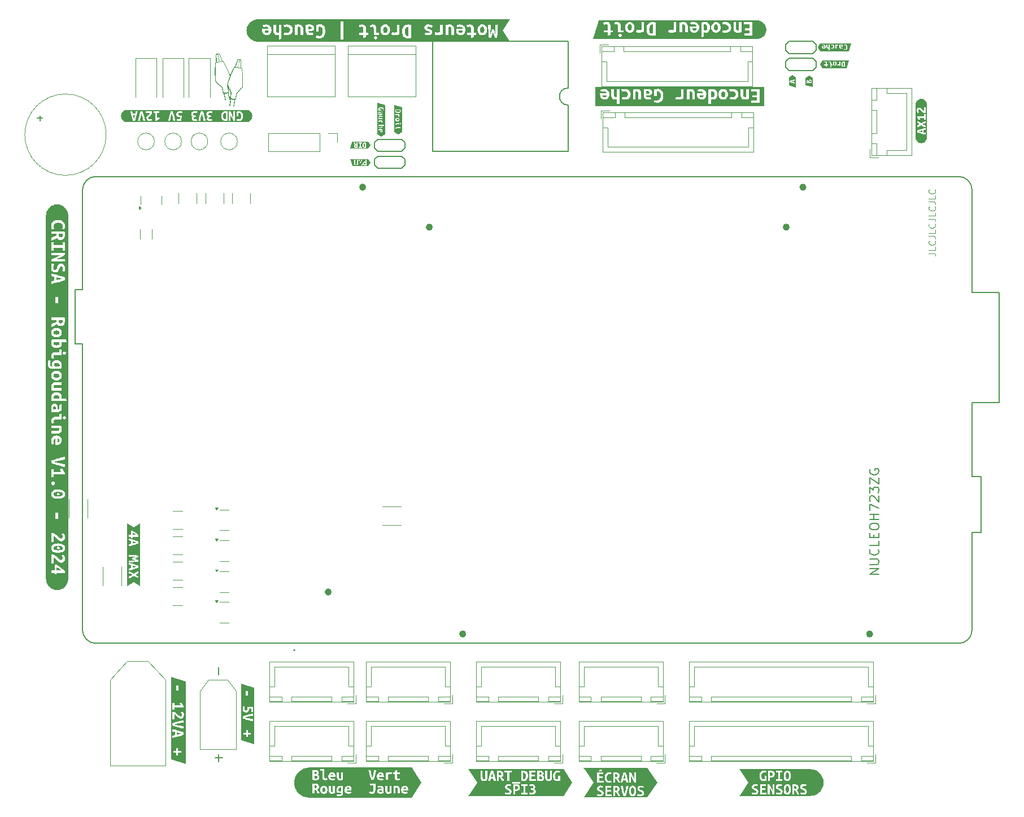
<source format=gbr>
%TF.GenerationSoftware,KiCad,Pcbnew,8.0.2-rc1*%
%TF.CreationDate,2024-12-09T19:43:04+01:00*%
%TF.ProjectId,Carte-Principale,43617274-652d-4507-9269-6e636970616c,rev?*%
%TF.SameCoordinates,Original*%
%TF.FileFunction,Legend,Top*%
%TF.FilePolarity,Positive*%
%FSLAX46Y46*%
G04 Gerber Fmt 4.6, Leading zero omitted, Abs format (unit mm)*
G04 Created by KiCad (PCBNEW 8.0.2-rc1) date 2024-12-09 19:43:04*
%MOMM*%
%LPD*%
G01*
G04 APERTURE LIST*
%ADD10C,0.550000*%
%ADD11C,0.100000*%
%ADD12C,0.150000*%
%ADD13C,0.000000*%
%ADD14C,0.120000*%
%ADD15C,0.127000*%
%ADD16C,0.200000*%
G04 APERTURE END LIST*
D10*
X185775000Y-61500000D02*
G75*
G02*
X185225000Y-61500000I-275000J0D01*
G01*
X185225000Y-61500000D02*
G75*
G02*
X185775000Y-61500000I275000J0D01*
G01*
X117115000Y-116205000D02*
G75*
G02*
X116565000Y-116205000I-275000J0D01*
G01*
X116565000Y-116205000D02*
G75*
G02*
X117115000Y-116205000I275000J0D01*
G01*
X132275000Y-61500000D02*
G75*
G02*
X131725000Y-61500000I-275000J0D01*
G01*
X131725000Y-61500000D02*
G75*
G02*
X132275000Y-61500000I275000J0D01*
G01*
X137275000Y-122500000D02*
G75*
G02*
X136725000Y-122500000I-275000J0D01*
G01*
X136725000Y-122500000D02*
G75*
G02*
X137275000Y-122500000I275000J0D01*
G01*
X198275000Y-122500000D02*
G75*
G02*
X197725000Y-122500000I-275000J0D01*
G01*
X197725000Y-122500000D02*
G75*
G02*
X198275000Y-122500000I275000J0D01*
G01*
X122275000Y-55500000D02*
G75*
G02*
X121725000Y-55500000I-275000J0D01*
G01*
X121725000Y-55500000D02*
G75*
G02*
X122275000Y-55500000I275000J0D01*
G01*
X188275000Y-55500000D02*
G75*
G02*
X187725000Y-55500000I-275000J0D01*
G01*
X187725000Y-55500000D02*
G75*
G02*
X188275000Y-55500000I275000J0D01*
G01*
D11*
X206872419Y-65410401D02*
X207586704Y-65410401D01*
X207586704Y-65410401D02*
X207729561Y-65458020D01*
X207729561Y-65458020D02*
X207824800Y-65553258D01*
X207824800Y-65553258D02*
X207872419Y-65696115D01*
X207872419Y-65696115D02*
X207872419Y-65791353D01*
X207872419Y-64458020D02*
X207872419Y-64934210D01*
X207872419Y-64934210D02*
X206872419Y-64934210D01*
X207777180Y-63553258D02*
X207824800Y-63600877D01*
X207824800Y-63600877D02*
X207872419Y-63743734D01*
X207872419Y-63743734D02*
X207872419Y-63838972D01*
X207872419Y-63838972D02*
X207824800Y-63981829D01*
X207824800Y-63981829D02*
X207729561Y-64077067D01*
X207729561Y-64077067D02*
X207634323Y-64124686D01*
X207634323Y-64124686D02*
X207443847Y-64172305D01*
X207443847Y-64172305D02*
X207300990Y-64172305D01*
X207300990Y-64172305D02*
X207110514Y-64124686D01*
X207110514Y-64124686D02*
X207015276Y-64077067D01*
X207015276Y-64077067D02*
X206920038Y-63981829D01*
X206920038Y-63981829D02*
X206872419Y-63838972D01*
X206872419Y-63838972D02*
X206872419Y-63743734D01*
X206872419Y-63743734D02*
X206920038Y-63600877D01*
X206920038Y-63600877D02*
X206967657Y-63553258D01*
X206872419Y-62838972D02*
X207586704Y-62838972D01*
X207586704Y-62838972D02*
X207729561Y-62886591D01*
X207729561Y-62886591D02*
X207824800Y-62981829D01*
X207824800Y-62981829D02*
X207872419Y-63124686D01*
X207872419Y-63124686D02*
X207872419Y-63219924D01*
X207872419Y-61886591D02*
X207872419Y-62362781D01*
X207872419Y-62362781D02*
X206872419Y-62362781D01*
X207777180Y-60981829D02*
X207824800Y-61029448D01*
X207824800Y-61029448D02*
X207872419Y-61172305D01*
X207872419Y-61172305D02*
X207872419Y-61267543D01*
X207872419Y-61267543D02*
X207824800Y-61410400D01*
X207824800Y-61410400D02*
X207729561Y-61505638D01*
X207729561Y-61505638D02*
X207634323Y-61553257D01*
X207634323Y-61553257D02*
X207443847Y-61600876D01*
X207443847Y-61600876D02*
X207300990Y-61600876D01*
X207300990Y-61600876D02*
X207110514Y-61553257D01*
X207110514Y-61553257D02*
X207015276Y-61505638D01*
X207015276Y-61505638D02*
X206920038Y-61410400D01*
X206920038Y-61410400D02*
X206872419Y-61267543D01*
X206872419Y-61267543D02*
X206872419Y-61172305D01*
X206872419Y-61172305D02*
X206920038Y-61029448D01*
X206920038Y-61029448D02*
X206967657Y-60981829D01*
X206872419Y-60267543D02*
X207586704Y-60267543D01*
X207586704Y-60267543D02*
X207729561Y-60315162D01*
X207729561Y-60315162D02*
X207824800Y-60410400D01*
X207824800Y-60410400D02*
X207872419Y-60553257D01*
X207872419Y-60553257D02*
X207872419Y-60648495D01*
X207872419Y-59315162D02*
X207872419Y-59791352D01*
X207872419Y-59791352D02*
X206872419Y-59791352D01*
X207777180Y-58410400D02*
X207824800Y-58458019D01*
X207824800Y-58458019D02*
X207872419Y-58600876D01*
X207872419Y-58600876D02*
X207872419Y-58696114D01*
X207872419Y-58696114D02*
X207824800Y-58838971D01*
X207824800Y-58838971D02*
X207729561Y-58934209D01*
X207729561Y-58934209D02*
X207634323Y-58981828D01*
X207634323Y-58981828D02*
X207443847Y-59029447D01*
X207443847Y-59029447D02*
X207300990Y-59029447D01*
X207300990Y-59029447D02*
X207110514Y-58981828D01*
X207110514Y-58981828D02*
X207015276Y-58934209D01*
X207015276Y-58934209D02*
X206920038Y-58838971D01*
X206920038Y-58838971D02*
X206872419Y-58696114D01*
X206872419Y-58696114D02*
X206872419Y-58600876D01*
X206872419Y-58600876D02*
X206920038Y-58458019D01*
X206920038Y-58458019D02*
X206967657Y-58410400D01*
X206872419Y-57696114D02*
X207586704Y-57696114D01*
X207586704Y-57696114D02*
X207729561Y-57743733D01*
X207729561Y-57743733D02*
X207824800Y-57838971D01*
X207824800Y-57838971D02*
X207872419Y-57981828D01*
X207872419Y-57981828D02*
X207872419Y-58077066D01*
X207872419Y-56743733D02*
X207872419Y-57219923D01*
X207872419Y-57219923D02*
X206872419Y-57219923D01*
X207777180Y-55838971D02*
X207824800Y-55886590D01*
X207824800Y-55886590D02*
X207872419Y-56029447D01*
X207872419Y-56029447D02*
X207872419Y-56124685D01*
X207872419Y-56124685D02*
X207824800Y-56267542D01*
X207824800Y-56267542D02*
X207729561Y-56362780D01*
X207729561Y-56362780D02*
X207634323Y-56410399D01*
X207634323Y-56410399D02*
X207443847Y-56458018D01*
X207443847Y-56458018D02*
X207300990Y-56458018D01*
X207300990Y-56458018D02*
X207110514Y-56410399D01*
X207110514Y-56410399D02*
X207015276Y-56362780D01*
X207015276Y-56362780D02*
X206920038Y-56267542D01*
X206920038Y-56267542D02*
X206872419Y-56124685D01*
X206872419Y-56124685D02*
X206872419Y-56029447D01*
X206872419Y-56029447D02*
X206920038Y-55886590D01*
X206920038Y-55886590D02*
X206967657Y-55838971D01*
D12*
X199394866Y-113530666D02*
X197994866Y-113530666D01*
X197994866Y-113530666D02*
X199394866Y-112730666D01*
X199394866Y-112730666D02*
X197994866Y-112730666D01*
X197994866Y-112063999D02*
X199128200Y-112063999D01*
X199128200Y-112063999D02*
X199261533Y-111997333D01*
X199261533Y-111997333D02*
X199328200Y-111930666D01*
X199328200Y-111930666D02*
X199394866Y-111797333D01*
X199394866Y-111797333D02*
X199394866Y-111530666D01*
X199394866Y-111530666D02*
X199328200Y-111397333D01*
X199328200Y-111397333D02*
X199261533Y-111330666D01*
X199261533Y-111330666D02*
X199128200Y-111263999D01*
X199128200Y-111263999D02*
X197994866Y-111263999D01*
X199261533Y-109797332D02*
X199328200Y-109863999D01*
X199328200Y-109863999D02*
X199394866Y-110063999D01*
X199394866Y-110063999D02*
X199394866Y-110197332D01*
X199394866Y-110197332D02*
X199328200Y-110397332D01*
X199328200Y-110397332D02*
X199194866Y-110530666D01*
X199194866Y-110530666D02*
X199061533Y-110597332D01*
X199061533Y-110597332D02*
X198794866Y-110663999D01*
X198794866Y-110663999D02*
X198594866Y-110663999D01*
X198594866Y-110663999D02*
X198328200Y-110597332D01*
X198328200Y-110597332D02*
X198194866Y-110530666D01*
X198194866Y-110530666D02*
X198061533Y-110397332D01*
X198061533Y-110397332D02*
X197994866Y-110197332D01*
X197994866Y-110197332D02*
X197994866Y-110063999D01*
X197994866Y-110063999D02*
X198061533Y-109863999D01*
X198061533Y-109863999D02*
X198128200Y-109797332D01*
X199394866Y-108530666D02*
X199394866Y-109197332D01*
X199394866Y-109197332D02*
X197994866Y-109197332D01*
X198661533Y-108063999D02*
X198661533Y-107597333D01*
X199394866Y-107397333D02*
X199394866Y-108063999D01*
X199394866Y-108063999D02*
X197994866Y-108063999D01*
X197994866Y-108063999D02*
X197994866Y-107397333D01*
X197994866Y-106530666D02*
X197994866Y-106263999D01*
X197994866Y-106263999D02*
X198061533Y-106130666D01*
X198061533Y-106130666D02*
X198194866Y-105997332D01*
X198194866Y-105997332D02*
X198461533Y-105930666D01*
X198461533Y-105930666D02*
X198928200Y-105930666D01*
X198928200Y-105930666D02*
X199194866Y-105997332D01*
X199194866Y-105997332D02*
X199328200Y-106130666D01*
X199328200Y-106130666D02*
X199394866Y-106263999D01*
X199394866Y-106263999D02*
X199394866Y-106530666D01*
X199394866Y-106530666D02*
X199328200Y-106663999D01*
X199328200Y-106663999D02*
X199194866Y-106797332D01*
X199194866Y-106797332D02*
X198928200Y-106863999D01*
X198928200Y-106863999D02*
X198461533Y-106863999D01*
X198461533Y-106863999D02*
X198194866Y-106797332D01*
X198194866Y-106797332D02*
X198061533Y-106663999D01*
X198061533Y-106663999D02*
X197994866Y-106530666D01*
X199394866Y-105330665D02*
X197994866Y-105330665D01*
X198661533Y-105330665D02*
X198661533Y-104530665D01*
X199394866Y-104530665D02*
X197994866Y-104530665D01*
X197994866Y-103997332D02*
X197994866Y-103063998D01*
X197994866Y-103063998D02*
X199394866Y-103663998D01*
X198128200Y-102597332D02*
X198061533Y-102530665D01*
X198061533Y-102530665D02*
X197994866Y-102397332D01*
X197994866Y-102397332D02*
X197994866Y-102063999D01*
X197994866Y-102063999D02*
X198061533Y-101930665D01*
X198061533Y-101930665D02*
X198128200Y-101863999D01*
X198128200Y-101863999D02*
X198261533Y-101797332D01*
X198261533Y-101797332D02*
X198394866Y-101797332D01*
X198394866Y-101797332D02*
X198594866Y-101863999D01*
X198594866Y-101863999D02*
X199394866Y-102663999D01*
X199394866Y-102663999D02*
X199394866Y-101797332D01*
X197994866Y-101330666D02*
X197994866Y-100463999D01*
X197994866Y-100463999D02*
X198528200Y-100930666D01*
X198528200Y-100930666D02*
X198528200Y-100730666D01*
X198528200Y-100730666D02*
X198594866Y-100597332D01*
X198594866Y-100597332D02*
X198661533Y-100530666D01*
X198661533Y-100530666D02*
X198794866Y-100463999D01*
X198794866Y-100463999D02*
X199128200Y-100463999D01*
X199128200Y-100463999D02*
X199261533Y-100530666D01*
X199261533Y-100530666D02*
X199328200Y-100597332D01*
X199328200Y-100597332D02*
X199394866Y-100730666D01*
X199394866Y-100730666D02*
X199394866Y-101130666D01*
X199394866Y-101130666D02*
X199328200Y-101263999D01*
X199328200Y-101263999D02*
X199261533Y-101330666D01*
X197994866Y-99997333D02*
X197994866Y-99063999D01*
X197994866Y-99063999D02*
X199394866Y-99997333D01*
X199394866Y-99997333D02*
X199394866Y-99063999D01*
X198061533Y-97797333D02*
X197994866Y-97930666D01*
X197994866Y-97930666D02*
X197994866Y-98130666D01*
X197994866Y-98130666D02*
X198061533Y-98330666D01*
X198061533Y-98330666D02*
X198194866Y-98464000D01*
X198194866Y-98464000D02*
X198328200Y-98530666D01*
X198328200Y-98530666D02*
X198594866Y-98597333D01*
X198594866Y-98597333D02*
X198794866Y-98597333D01*
X198794866Y-98597333D02*
X199061533Y-98530666D01*
X199061533Y-98530666D02*
X199194866Y-98464000D01*
X199194866Y-98464000D02*
X199328200Y-98330666D01*
X199328200Y-98330666D02*
X199394866Y-98130666D01*
X199394866Y-98130666D02*
X199394866Y-97997333D01*
X199394866Y-97997333D02*
X199328200Y-97797333D01*
X199328200Y-97797333D02*
X199261533Y-97730666D01*
X199261533Y-97730666D02*
X198794866Y-97730666D01*
X198794866Y-97730666D02*
X198794866Y-97997333D01*
X100444700Y-128651428D02*
X100444700Y-127508571D01*
X100444700Y-141651428D02*
X100444700Y-140508571D01*
X101016128Y-141079999D02*
X99873271Y-141079999D01*
X73269048Y-45158866D02*
X74030953Y-45158866D01*
X73650000Y-45539819D02*
X73650000Y-44777914D01*
D13*
%TO.C,kibuzzard-675739BC*%
G36*
X158155662Y-40498584D02*
G01*
X160501381Y-40498584D01*
X161299443Y-40498584D01*
X163128199Y-40498584D01*
X164769556Y-40498584D01*
X166262286Y-40498584D01*
X169709782Y-40498584D01*
X171205743Y-40498584D01*
X172695242Y-40498584D01*
X174433530Y-40498584D01*
X176049039Y-40498584D01*
X177454532Y-40498584D01*
X178666163Y-40498584D01*
X181502997Y-40498584D01*
X182176125Y-40498584D01*
X182176125Y-43321416D01*
X181502997Y-43321416D01*
X157587003Y-43321416D01*
X156913875Y-43321416D01*
X156913875Y-41588514D01*
X157587003Y-41588514D01*
X157606389Y-41822404D01*
X157664548Y-42015726D01*
X157761478Y-42168481D01*
X157895745Y-42278875D01*
X158065912Y-42345110D01*
X158271979Y-42367189D01*
X158406066Y-42354265D01*
X158536922Y-42315493D01*
X158658893Y-42251276D01*
X158766325Y-42162019D01*
X158856793Y-42047722D01*
X158927876Y-41908384D01*
X158973918Y-41744410D01*
X158980307Y-41666058D01*
X159280057Y-41666058D01*
X159287326Y-41814281D01*
X159309136Y-41948772D01*
X159406066Y-42168481D01*
X159587003Y-42310646D01*
X159713821Y-42348207D01*
X159868102Y-42360727D01*
X159987649Y-42346187D01*
X160103966Y-42315493D01*
X160103966Y-43052165D01*
X160501381Y-42984313D01*
X160501381Y-42709677D01*
X165667779Y-42709677D01*
X165734015Y-42748449D01*
X165845485Y-42796914D01*
X166005420Y-42837302D01*
X166213821Y-42855073D01*
X166389103Y-42838514D01*
X166553078Y-42788837D01*
X166700897Y-42706042D01*
X166827714Y-42590129D01*
X166931914Y-42441906D01*
X166998224Y-42292876D01*
X168914952Y-42292876D01*
X169039346Y-42323570D01*
X169176664Y-42342956D01*
X169304289Y-42354265D01*
X169396373Y-42357496D01*
X169605178Y-42348611D01*
X169785711Y-42321955D01*
X169950089Y-42280759D01*
X170110428Y-42228255D01*
X170110428Y-40861535D01*
X170598312Y-40861535D01*
X170598312Y-42328417D01*
X170998958Y-42328417D01*
X170998958Y-41136171D01*
X171179895Y-41120016D01*
X171375372Y-41221793D01*
X171412932Y-41350630D01*
X171425452Y-41533586D01*
X171425452Y-42328417D01*
X171822868Y-42328417D01*
X171822868Y-41588514D01*
X172126583Y-41588514D01*
X172145969Y-41822404D01*
X172204128Y-42015726D01*
X172301058Y-42168481D01*
X172435325Y-42278875D01*
X172605492Y-42345110D01*
X172811559Y-42367189D01*
X172945646Y-42354265D01*
X173076502Y-42315493D01*
X173198473Y-42251276D01*
X173305905Y-42162019D01*
X173396373Y-42047722D01*
X173467456Y-41908384D01*
X173513498Y-41744410D01*
X173528845Y-41556204D01*
X173514305Y-41374459D01*
X173470687Y-41216947D01*
X173400008Y-41083263D01*
X173304289Y-40973005D01*
X173184742Y-40886575D01*
X173112737Y-40855073D01*
X173855178Y-40855073D01*
X173855178Y-43052165D01*
X174252593Y-42984313D01*
X174252593Y-42292876D01*
X174388296Y-42342956D01*
X174546616Y-42360727D01*
X174730604Y-42336853D01*
X174881923Y-42265232D01*
X175000574Y-42145864D01*
X175085836Y-41985211D01*
X175136994Y-41789734D01*
X175153090Y-41572359D01*
X175334984Y-41572359D01*
X175347908Y-41742391D01*
X175386680Y-41897076D01*
X175449281Y-42033586D01*
X175533691Y-42149095D01*
X175637892Y-42241987D01*
X175759863Y-42310646D01*
X175897585Y-42353053D01*
X176049039Y-42367189D01*
X176198473Y-42353053D01*
X176336599Y-42310646D01*
X176459782Y-42241987D01*
X176564386Y-42149095D01*
X176649200Y-42033586D01*
X176713013Y-41897076D01*
X176752997Y-41742391D01*
X176766325Y-41572359D01*
X176753401Y-41399903D01*
X176714628Y-41244410D01*
X176652027Y-41107496D01*
X176567617Y-40990775D01*
X176463417Y-40896268D01*
X176380701Y-40848611D01*
X176969879Y-40848611D01*
X177028037Y-41174943D01*
X177213821Y-41132940D01*
X177409297Y-41120016D01*
X177652027Y-41149903D01*
X177811559Y-41239564D01*
X177900008Y-41381729D01*
X177929491Y-41569128D01*
X177903643Y-41750065D01*
X177819637Y-41893845D01*
X177666163Y-41987544D01*
X177428683Y-42021470D01*
X177226745Y-42003700D01*
X177082964Y-41963312D01*
X176995727Y-42283183D01*
X177218667Y-42347803D01*
X177464225Y-42367189D01*
X177674645Y-42351438D01*
X177853562Y-42304184D01*
X178002593Y-42229871D01*
X178123352Y-42132940D01*
X178216244Y-42015412D01*
X178281672Y-41879305D01*
X178320444Y-41729063D01*
X178325535Y-41666058D01*
X178666163Y-41666058D01*
X178673433Y-41814281D01*
X178695242Y-41948772D01*
X178793788Y-42168481D01*
X178982803Y-42310646D01*
X179117698Y-42348207D01*
X179283288Y-42360727D01*
X179460590Y-42354265D01*
X179624160Y-42334879D01*
X179768344Y-42308223D01*
X179887488Y-42279952D01*
X179887488Y-40809838D01*
X180220283Y-40809838D01*
X180220283Y-41139402D01*
X181105582Y-41139402D01*
X181105582Y-41701599D01*
X180397989Y-41701599D01*
X180397989Y-42031163D01*
X181105582Y-42031163D01*
X181105582Y-42480275D01*
X180291365Y-42480275D01*
X180291365Y-42809838D01*
X181502997Y-42809838D01*
X181502997Y-40809838D01*
X180220283Y-40809838D01*
X179887488Y-40809838D01*
X179490073Y-40809838D01*
X179490073Y-42002084D01*
X179397989Y-42011777D01*
X179309136Y-42015008D01*
X179112044Y-41921309D01*
X179075695Y-41797722D01*
X179063578Y-41614362D01*
X179063578Y-40809838D01*
X178666163Y-40809838D01*
X178666163Y-41666058D01*
X178325535Y-41666058D01*
X178333368Y-41569128D01*
X178320848Y-41406769D01*
X178283288Y-41255719D01*
X178219071Y-41120016D01*
X178126583Y-41003700D01*
X178005016Y-40908384D01*
X177853562Y-40835687D01*
X177670606Y-40789645D01*
X177454532Y-40774297D01*
X177303481Y-40779548D01*
X177173433Y-40795299D01*
X176969879Y-40848611D01*
X176380701Y-40848611D01*
X176341446Y-40825994D01*
X176202916Y-40782375D01*
X176049039Y-40767835D01*
X175895162Y-40782375D01*
X175756632Y-40825994D01*
X175635065Y-40896268D01*
X175532076Y-40990775D01*
X175448877Y-41107496D01*
X175386680Y-41244410D01*
X175347908Y-41399903D01*
X175334984Y-41572359D01*
X175153090Y-41572359D01*
X175154047Y-41559435D01*
X175133763Y-41333263D01*
X175072912Y-41141556D01*
X174971494Y-40984313D01*
X174830586Y-40867638D01*
X174651265Y-40797632D01*
X174433530Y-40774297D01*
X174280057Y-40779952D01*
X174123352Y-40796914D01*
X173977149Y-40822763D01*
X173855178Y-40855073D01*
X173112737Y-40855073D01*
X173042577Y-40824378D01*
X172879006Y-40786817D01*
X172695242Y-40774297D01*
X172433530Y-40798530D01*
X172213821Y-40858304D01*
X172268748Y-41197561D01*
X172451300Y-41145864D01*
X172679087Y-41120016D01*
X172855178Y-41141422D01*
X172995727Y-41205638D01*
X173087811Y-41307011D01*
X173118506Y-41439887D01*
X172133045Y-41439887D01*
X172128199Y-41507738D01*
X172126583Y-41588514D01*
X171822868Y-41588514D01*
X171822868Y-41481890D01*
X171816405Y-41333263D01*
X171797019Y-41197561D01*
X171701704Y-40973005D01*
X171512690Y-40825994D01*
X171376179Y-40787221D01*
X171205743Y-40774297D01*
X171028441Y-40781567D01*
X170864871Y-40803376D01*
X170719879Y-40832456D01*
X170598312Y-40861535D01*
X170110428Y-40861535D01*
X170110428Y-40809838D01*
X169709782Y-40809838D01*
X169709782Y-41937464D01*
X169545000Y-41968158D01*
X169380218Y-41976236D01*
X169292981Y-41973005D01*
X169186357Y-41961696D01*
X169078118Y-41943926D01*
X168986034Y-41924540D01*
X168914952Y-42292876D01*
X166998224Y-42292876D01*
X167011882Y-42262181D01*
X167062771Y-42051761D01*
X167079733Y-41811454D01*
X167065194Y-41568724D01*
X167021575Y-41357496D01*
X166951300Y-41178174D01*
X166856793Y-41031163D01*
X166739265Y-40916462D01*
X166599927Y-40834071D01*
X166440396Y-40784394D01*
X166262286Y-40767835D01*
X166064790Y-40775913D01*
X165898796Y-40800145D01*
X165677472Y-40858304D01*
X165677472Y-41856688D01*
X166074887Y-41856688D01*
X166074887Y-41126478D01*
X166152431Y-41116785D01*
X166229976Y-41113554D01*
X166423029Y-41155961D01*
X166562771Y-41283183D01*
X166625596Y-41417270D01*
X166663291Y-41593360D01*
X166675856Y-41811454D01*
X166668990Y-41959677D01*
X166648393Y-42094168D01*
X166557924Y-42313877D01*
X166397989Y-42457658D01*
X166158893Y-42509354D01*
X165945646Y-42473813D01*
X165771171Y-42393037D01*
X165667779Y-42709677D01*
X160501381Y-42709677D01*
X160501381Y-40848611D01*
X160814790Y-40848611D01*
X160872948Y-41174943D01*
X161058732Y-41132940D01*
X161254208Y-41120016D01*
X161496939Y-41149903D01*
X161656470Y-41239564D01*
X161744919Y-41381729D01*
X161774402Y-41569128D01*
X161748554Y-41750065D01*
X161664548Y-41893845D01*
X161511074Y-41987544D01*
X161273595Y-42021470D01*
X161071656Y-42003700D01*
X160927876Y-41963312D01*
X160840638Y-42283183D01*
X161063578Y-42347803D01*
X161309136Y-42367189D01*
X161519556Y-42351438D01*
X161698473Y-42304184D01*
X161847504Y-42229871D01*
X161968263Y-42132940D01*
X162061155Y-42015412D01*
X162126583Y-41879305D01*
X162165355Y-41729063D01*
X162178279Y-41569128D01*
X162165759Y-41406769D01*
X162128199Y-41255719D01*
X162063982Y-41120016D01*
X161971494Y-41003700D01*
X161849927Y-40908384D01*
X161752324Y-40861535D01*
X162520767Y-40861535D01*
X162520767Y-42328417D01*
X162921414Y-42328417D01*
X162921414Y-41136171D01*
X163102351Y-41120016D01*
X163297827Y-41221793D01*
X163335388Y-41350630D01*
X163347908Y-41533586D01*
X163347908Y-42328417D01*
X163745323Y-42328417D01*
X163745323Y-41481890D01*
X163738861Y-41333263D01*
X163719475Y-41197561D01*
X163624160Y-40973005D01*
X163460070Y-40845380D01*
X164126583Y-40845380D01*
X164126583Y-41750065D01*
X164158893Y-42006931D01*
X164265517Y-42200792D01*
X164464225Y-42323570D01*
X164604370Y-42356284D01*
X164776018Y-42367189D01*
X164918990Y-42361939D01*
X165057116Y-42346187D01*
X165267132Y-42299338D01*
X165212205Y-41979467D01*
X165042577Y-42018239D01*
X164824483Y-42034394D01*
X164675856Y-42015412D01*
X164578926Y-41958465D01*
X164507843Y-41769451D01*
X164507843Y-41720985D01*
X164636276Y-41740372D01*
X164782480Y-41746834D01*
X165018344Y-41722601D01*
X165218667Y-41643441D01*
X165357601Y-41498045D01*
X165409297Y-41275105D01*
X165364063Y-41040856D01*
X165234822Y-40885767D01*
X165032884Y-40800145D01*
X164769556Y-40774297D01*
X164566809Y-40780759D01*
X164385065Y-40800145D01*
X164126583Y-40845380D01*
X163460070Y-40845380D01*
X163435145Y-40825994D01*
X163298635Y-40787221D01*
X163128199Y-40774297D01*
X162950897Y-40781567D01*
X162787326Y-40803376D01*
X162642334Y-40832456D01*
X162520767Y-40861535D01*
X161752324Y-40861535D01*
X161698473Y-40835687D01*
X161515517Y-40789645D01*
X161299443Y-40774297D01*
X161148393Y-40779548D01*
X161018344Y-40795299D01*
X160814790Y-40848611D01*
X160501381Y-40848611D01*
X160501381Y-40809838D01*
X160103966Y-40809838D01*
X160103966Y-41979467D01*
X160018344Y-42002084D01*
X159910105Y-42015008D01*
X159725937Y-41921309D01*
X159689588Y-41797722D01*
X159677472Y-41614362D01*
X159677472Y-40809838D01*
X159280057Y-40809838D01*
X159280057Y-41666058D01*
X158980307Y-41666058D01*
X158989265Y-41556204D01*
X158974725Y-41374459D01*
X158931107Y-41216947D01*
X158860428Y-41083263D01*
X158764709Y-40973005D01*
X158645162Y-40886575D01*
X158502997Y-40824378D01*
X158339426Y-40786817D01*
X158155662Y-40774297D01*
X157893950Y-40798530D01*
X157674241Y-40858304D01*
X157729168Y-41197561D01*
X157911721Y-41145864D01*
X158139507Y-41120016D01*
X158315598Y-41141422D01*
X158456147Y-41205638D01*
X158548231Y-41307011D01*
X158578926Y-41439887D01*
X157593465Y-41439887D01*
X157588619Y-41507738D01*
X157587003Y-41588514D01*
X156913875Y-41588514D01*
X156913875Y-40498584D01*
X157587003Y-40498584D01*
X158155662Y-40498584D01*
G37*
G36*
X176194838Y-41145057D02*
G01*
X176289750Y-41239564D01*
X176344273Y-41384960D01*
X176362447Y-41569128D01*
X176342658Y-41752892D01*
X176283288Y-41897076D01*
X176185145Y-41990372D01*
X176049039Y-42021470D01*
X175909701Y-41990372D01*
X175814790Y-41897076D01*
X175760267Y-41752892D01*
X175742092Y-41569128D01*
X175761882Y-41384960D01*
X175821252Y-41239564D01*
X175919394Y-41145057D01*
X176055501Y-41113554D01*
X176194838Y-41145057D01*
G37*
G36*
X174575291Y-41149095D02*
G01*
X174674241Y-41246026D01*
X174731187Y-41393845D01*
X174750170Y-41578821D01*
X174734015Y-41767027D01*
X174685549Y-41905153D01*
X174601543Y-41989968D01*
X174478764Y-42018239D01*
X174355985Y-42000468D01*
X174252593Y-41956850D01*
X174252593Y-41129709D01*
X174339830Y-41120016D01*
X174430299Y-41116785D01*
X174575291Y-41149095D01*
G37*
G36*
X158551462Y-41834071D02*
G01*
X158493304Y-41937464D01*
X158399604Y-42008546D01*
X158265517Y-42034394D01*
X158129814Y-42006931D01*
X158039346Y-41934233D01*
X157987649Y-41832456D01*
X157971494Y-41714523D01*
X158578926Y-41714523D01*
X158551462Y-41834071D01*
G37*
G36*
X173091042Y-41834071D02*
G01*
X173032884Y-41937464D01*
X172939184Y-42008546D01*
X172805097Y-42034394D01*
X172669394Y-42006931D01*
X172578926Y-41934233D01*
X172527229Y-41832456D01*
X172511074Y-41714523D01*
X173118506Y-41714523D01*
X173091042Y-41834071D01*
G37*
G36*
X164940800Y-41137787D02*
G01*
X165018344Y-41284798D01*
X164992496Y-41378498D01*
X164923029Y-41433425D01*
X164821252Y-41460889D01*
X164701704Y-41468966D01*
X164601543Y-41464120D01*
X164507843Y-41452811D01*
X164507843Y-41103861D01*
X164614467Y-41095784D01*
X164740477Y-41094168D01*
X164940800Y-41137787D01*
G37*
%TO.C,kibuzzard-67573990*%
G36*
X158585819Y-30465584D02*
G01*
X160162555Y-30465584D01*
X162046239Y-30465584D01*
X163784526Y-30465584D01*
X165487272Y-30465584D01*
X168631053Y-30465584D01*
X170127014Y-30465584D01*
X171616513Y-30465584D01*
X173354801Y-30465584D01*
X174970310Y-30465584D01*
X176375802Y-30465584D01*
X177587434Y-30465584D01*
X180424268Y-30465584D01*
X181097396Y-30465584D01*
X181235739Y-30472380D01*
X181372750Y-30492704D01*
X181507109Y-30526359D01*
X181637522Y-30573021D01*
X181762733Y-30632242D01*
X181881537Y-30703450D01*
X181992789Y-30785960D01*
X182095418Y-30878978D01*
X182188436Y-30981607D01*
X182270946Y-31092859D01*
X182342154Y-31211663D01*
X182401375Y-31336874D01*
X182448037Y-31467287D01*
X182481693Y-31601646D01*
X182502016Y-31738657D01*
X182508813Y-31877000D01*
X182502016Y-32015343D01*
X182481693Y-32152354D01*
X182448037Y-32286713D01*
X182401375Y-32417126D01*
X182342154Y-32542337D01*
X182270946Y-32661141D01*
X182188436Y-32772393D01*
X182095418Y-32875022D01*
X181992789Y-32968040D01*
X181881537Y-33050550D01*
X181762733Y-33121758D01*
X181637522Y-33180979D01*
X181507109Y-33227641D01*
X181372750Y-33261296D01*
X181235739Y-33281620D01*
X181097396Y-33288416D01*
X180424268Y-33288416D01*
X158101166Y-33288416D01*
X157428037Y-33288416D01*
X156581187Y-33288416D01*
X157320121Y-30825304D01*
X158101166Y-30825304D01*
X158156093Y-31167792D01*
X158257870Y-31125788D01*
X158348339Y-31101556D01*
X158438807Y-31090247D01*
X158540584Y-31087016D01*
X158634284Y-31096709D01*
X158705366Y-31135481D01*
X158750600Y-31216257D01*
X158766756Y-31351960D01*
X158766756Y-31965853D01*
X158130245Y-31965853D01*
X158130245Y-32295417D01*
X158766756Y-32295417D01*
X158766756Y-32741297D01*
X158826368Y-32731604D01*
X160324106Y-32731604D01*
X160398419Y-32919003D01*
X160576125Y-32986855D01*
X160752216Y-32919003D01*
X160824914Y-32731604D01*
X160752216Y-32547436D01*
X160576125Y-32479585D01*
X160398419Y-32547436D01*
X160324106Y-32731604D01*
X158826368Y-32731604D01*
X159164171Y-32676677D01*
X159164171Y-32295417D01*
X159509890Y-32295417D01*
X159509890Y-31965853D01*
X159164171Y-31965853D01*
X159164171Y-31342267D01*
X159154478Y-31169811D01*
X159125398Y-31033704D01*
X159012313Y-30851152D01*
X158992209Y-30841459D01*
X159732830Y-30841459D01*
X159784526Y-31161330D01*
X159959001Y-31101556D01*
X160091473Y-31087016D01*
X160257870Y-31153252D01*
X160307951Y-31355191D01*
X160307951Y-32295417D01*
X160576125Y-32295417D01*
X161125398Y-32295417D01*
X161125398Y-31965853D01*
X160705366Y-31965853D01*
X160705366Y-31539359D01*
X161332184Y-31539359D01*
X161345108Y-31709391D01*
X161383880Y-31864076D01*
X161446481Y-32000586D01*
X161530891Y-32116095D01*
X161635092Y-32208987D01*
X161757062Y-32277646D01*
X161894785Y-32320053D01*
X162046239Y-32334189D01*
X162195673Y-32320053D01*
X162333799Y-32277646D01*
X162365681Y-32259876D01*
X162989696Y-32259876D01*
X163114090Y-32290570D01*
X163251408Y-32309956D01*
X163379033Y-32321265D01*
X163471117Y-32324496D01*
X163679922Y-32315611D01*
X163860455Y-32288955D01*
X164024833Y-32247759D01*
X164185172Y-32195255D01*
X164185172Y-31778454D01*
X164559970Y-31778454D01*
X164575722Y-32030069D01*
X164622975Y-32242105D01*
X164698500Y-32417388D01*
X164799066Y-32558745D01*
X164924672Y-32666580D01*
X165075318Y-32741297D01*
X165246966Y-32784916D01*
X165435576Y-32799456D01*
X165658516Y-32789763D01*
X165913767Y-32750990D01*
X165913767Y-32259876D01*
X167836222Y-32259876D01*
X167960617Y-32290570D01*
X168097935Y-32309956D01*
X168225560Y-32321265D01*
X168317644Y-32324496D01*
X168526449Y-32315611D01*
X168706982Y-32288955D01*
X168871360Y-32247759D01*
X169031699Y-32195255D01*
X169031699Y-30828535D01*
X169519583Y-30828535D01*
X169519583Y-32295417D01*
X169920229Y-32295417D01*
X169920229Y-31103171D01*
X170101166Y-31087016D01*
X170296642Y-31188793D01*
X170334203Y-31317630D01*
X170346723Y-31500586D01*
X170346723Y-32295417D01*
X170744138Y-32295417D01*
X170744138Y-31555514D01*
X171047854Y-31555514D01*
X171067240Y-31789404D01*
X171125398Y-31982726D01*
X171222329Y-32135481D01*
X171356596Y-32245875D01*
X171526763Y-32312110D01*
X171732830Y-32334189D01*
X171866917Y-32321265D01*
X171997773Y-32282493D01*
X172119744Y-32218276D01*
X172227176Y-32129019D01*
X172317644Y-32014722D01*
X172388726Y-31875384D01*
X172434768Y-31711410D01*
X172450116Y-31523204D01*
X172435576Y-31341459D01*
X172391957Y-31183947D01*
X172321279Y-31050263D01*
X172225560Y-30940005D01*
X172106012Y-30853575D01*
X172034008Y-30822073D01*
X172776449Y-30822073D01*
X172776449Y-33019165D01*
X173173864Y-32951313D01*
X173173864Y-32259876D01*
X173309567Y-32309956D01*
X173467886Y-32327727D01*
X173651875Y-32303853D01*
X173803194Y-32232232D01*
X173921844Y-32112864D01*
X174007107Y-31952211D01*
X174058265Y-31756734D01*
X174074361Y-31539359D01*
X174256255Y-31539359D01*
X174269179Y-31709391D01*
X174307951Y-31864076D01*
X174370552Y-32000586D01*
X174454962Y-32116095D01*
X174559163Y-32208987D01*
X174681134Y-32277646D01*
X174818856Y-32320053D01*
X174970310Y-32334189D01*
X175119744Y-32320053D01*
X175257870Y-32277646D01*
X175381053Y-32208987D01*
X175485657Y-32116095D01*
X175570471Y-32000586D01*
X175634284Y-31864076D01*
X175674268Y-31709391D01*
X175687596Y-31539359D01*
X175674672Y-31366903D01*
X175635899Y-31211410D01*
X175573298Y-31074496D01*
X175488888Y-30957775D01*
X175384688Y-30863268D01*
X175301972Y-30815611D01*
X175891150Y-30815611D01*
X175949308Y-31141943D01*
X176135092Y-31099940D01*
X176330568Y-31087016D01*
X176573298Y-31116903D01*
X176732830Y-31206564D01*
X176821279Y-31348729D01*
X176850762Y-31536128D01*
X176824914Y-31717065D01*
X176740907Y-31860845D01*
X176587434Y-31954544D01*
X176349954Y-31988470D01*
X176148016Y-31970700D01*
X176004235Y-31930312D01*
X175916998Y-32250183D01*
X176139938Y-32314803D01*
X176385495Y-32334189D01*
X176595915Y-32318438D01*
X176774833Y-32271184D01*
X176923864Y-32196871D01*
X177044623Y-32099940D01*
X177137515Y-31982412D01*
X177202943Y-31846305D01*
X177241715Y-31696063D01*
X177246806Y-31633058D01*
X177587434Y-31633058D01*
X177594704Y-31781281D01*
X177616513Y-31915772D01*
X177715059Y-32135481D01*
X177904074Y-32277646D01*
X178038969Y-32315207D01*
X178204558Y-32327727D01*
X178381861Y-32321265D01*
X178545431Y-32301879D01*
X178689615Y-32275223D01*
X178808759Y-32246952D01*
X178808759Y-30776838D01*
X179141554Y-30776838D01*
X179141554Y-31106402D01*
X180026852Y-31106402D01*
X180026852Y-31668599D01*
X179319260Y-31668599D01*
X179319260Y-31998163D01*
X180026852Y-31998163D01*
X180026852Y-32447275D01*
X179212636Y-32447275D01*
X179212636Y-32776838D01*
X180424268Y-32776838D01*
X180424268Y-30776838D01*
X179141554Y-30776838D01*
X178808759Y-30776838D01*
X178411344Y-30776838D01*
X178411344Y-31969084D01*
X178319260Y-31978777D01*
X178230407Y-31982008D01*
X178033314Y-31888309D01*
X177996966Y-31764722D01*
X177984849Y-31581362D01*
X177984849Y-30776838D01*
X177587434Y-30776838D01*
X177587434Y-31633058D01*
X177246806Y-31633058D01*
X177254639Y-31536128D01*
X177242119Y-31373769D01*
X177204558Y-31222719D01*
X177140342Y-31087016D01*
X177047854Y-30970700D01*
X176926287Y-30875384D01*
X176774833Y-30802687D01*
X176591877Y-30756645D01*
X176375802Y-30741297D01*
X176224752Y-30746548D01*
X176094704Y-30762299D01*
X175891150Y-30815611D01*
X175301972Y-30815611D01*
X175262717Y-30792994D01*
X175124187Y-30749375D01*
X174970310Y-30734835D01*
X174816432Y-30749375D01*
X174677903Y-30792994D01*
X174556335Y-30863268D01*
X174453347Y-30957775D01*
X174370148Y-31074496D01*
X174307951Y-31211410D01*
X174269179Y-31366903D01*
X174256255Y-31539359D01*
X174074361Y-31539359D01*
X174075318Y-31526435D01*
X174055034Y-31300263D01*
X173994183Y-31108556D01*
X173892765Y-30951313D01*
X173751857Y-30834638D01*
X173572535Y-30764632D01*
X173354801Y-30741297D01*
X173201327Y-30746952D01*
X173044623Y-30763914D01*
X172898419Y-30789763D01*
X172776449Y-30822073D01*
X172034008Y-30822073D01*
X171963848Y-30791378D01*
X171800277Y-30753817D01*
X171616513Y-30741297D01*
X171354801Y-30765530D01*
X171135092Y-30825304D01*
X171190019Y-31164561D01*
X171372571Y-31112864D01*
X171600358Y-31087016D01*
X171776449Y-31108422D01*
X171916998Y-31172638D01*
X172009082Y-31274011D01*
X172039777Y-31406887D01*
X171054316Y-31406887D01*
X171049470Y-31474738D01*
X171047854Y-31555514D01*
X170744138Y-31555514D01*
X170744138Y-31448890D01*
X170737676Y-31300263D01*
X170718290Y-31164561D01*
X170622975Y-30940005D01*
X170433961Y-30792994D01*
X170297450Y-30754221D01*
X170127014Y-30741297D01*
X169949712Y-30748567D01*
X169786142Y-30770376D01*
X169641150Y-30799456D01*
X169519583Y-30828535D01*
X169031699Y-30828535D01*
X169031699Y-30776838D01*
X168631053Y-30776838D01*
X168631053Y-31904464D01*
X168466271Y-31935158D01*
X168301489Y-31943236D01*
X168214251Y-31940005D01*
X168107628Y-31928696D01*
X167999389Y-31910926D01*
X167907305Y-31891540D01*
X167836222Y-32259876D01*
X165913767Y-32259876D01*
X165913767Y-30799456D01*
X165695673Y-30762299D01*
X165487272Y-30750990D01*
X165292200Y-30765126D01*
X165114090Y-30807533D01*
X164956174Y-30880635D01*
X164821683Y-30986855D01*
X164712232Y-31127808D01*
X164629437Y-31305110D01*
X164577337Y-31521184D01*
X164559970Y-31778454D01*
X164185172Y-31778454D01*
X164185172Y-30776838D01*
X163784526Y-30776838D01*
X163784526Y-31904464D01*
X163619744Y-31935158D01*
X163454962Y-31943236D01*
X163367725Y-31940005D01*
X163261101Y-31928696D01*
X163152862Y-31910926D01*
X163060778Y-31891540D01*
X162989696Y-32259876D01*
X162365681Y-32259876D01*
X162456982Y-32208987D01*
X162561586Y-32116095D01*
X162646400Y-32000586D01*
X162710213Y-31864076D01*
X162750197Y-31709391D01*
X162763525Y-31539359D01*
X162750600Y-31366903D01*
X162711828Y-31211410D01*
X162649227Y-31074496D01*
X162564817Y-30957775D01*
X162460617Y-30863268D01*
X162338646Y-30792994D01*
X162200116Y-30749375D01*
X162046239Y-30734835D01*
X161892361Y-30749375D01*
X161753831Y-30792994D01*
X161632264Y-30863268D01*
X161529276Y-30957775D01*
X161446077Y-31074496D01*
X161383880Y-31211410D01*
X161345108Y-31366903D01*
X161332184Y-31539359D01*
X160705366Y-31539359D01*
X160705366Y-31406887D01*
X160698904Y-31257452D01*
X160679518Y-31125788D01*
X160590665Y-30917388D01*
X160422652Y-30786532D01*
X160305124Y-30752606D01*
X160162555Y-30741297D01*
X159963848Y-30762299D01*
X159732830Y-30841459D01*
X158992209Y-30841459D01*
X158831376Y-30763914D01*
X158585819Y-30741297D01*
X158338646Y-30760683D01*
X158101166Y-30825304D01*
X157320121Y-30825304D01*
X157428037Y-30465584D01*
X158101166Y-30465584D01*
X158585819Y-30465584D01*
G37*
G36*
X165516352Y-31099940D02*
G01*
X165516352Y-32444044D01*
X165458193Y-32452121D01*
X165400035Y-32453737D01*
X165183557Y-32397194D01*
X165051085Y-32246952D01*
X164983234Y-32030473D01*
X164963848Y-31778454D01*
X164969906Y-31635885D01*
X164988080Y-31505433D01*
X165068856Y-31290570D01*
X165217482Y-31148405D01*
X165445269Y-31096709D01*
X165480810Y-31096709D01*
X165516352Y-31099940D01*
G37*
G36*
X175116109Y-31112057D02*
G01*
X175211020Y-31206564D01*
X175265544Y-31351960D01*
X175283718Y-31536128D01*
X175263928Y-31719892D01*
X175204558Y-31864076D01*
X175106416Y-31957372D01*
X174970310Y-31988470D01*
X174830972Y-31957372D01*
X174736061Y-31864076D01*
X174681537Y-31719892D01*
X174663363Y-31536128D01*
X174683153Y-31351960D01*
X174742523Y-31206564D01*
X174840665Y-31112057D01*
X174976772Y-31080554D01*
X175116109Y-31112057D01*
G37*
G36*
X162192038Y-31112057D02*
G01*
X162286949Y-31206564D01*
X162341473Y-31351960D01*
X162359647Y-31536128D01*
X162339857Y-31719892D01*
X162280487Y-31864076D01*
X162182345Y-31957372D01*
X162046239Y-31988470D01*
X161906901Y-31957372D01*
X161811990Y-31864076D01*
X161757466Y-31719892D01*
X161739292Y-31536128D01*
X161759082Y-31351960D01*
X161818452Y-31206564D01*
X161916594Y-31112057D01*
X162052701Y-31080554D01*
X162192038Y-31112057D01*
G37*
G36*
X173496562Y-31116095D02*
G01*
X173595512Y-31213026D01*
X173652458Y-31360845D01*
X173671440Y-31545821D01*
X173655285Y-31734027D01*
X173606820Y-31872153D01*
X173522814Y-31956968D01*
X173400035Y-31985239D01*
X173277256Y-31967468D01*
X173173864Y-31923850D01*
X173173864Y-31096709D01*
X173261101Y-31087016D01*
X173351570Y-31083785D01*
X173496562Y-31116095D01*
G37*
G36*
X172012313Y-31801071D02*
G01*
X171954155Y-31904464D01*
X171860455Y-31975546D01*
X171726368Y-32001394D01*
X171590665Y-31973931D01*
X171500197Y-31901233D01*
X171448500Y-31799456D01*
X171432345Y-31681523D01*
X172039777Y-31681523D01*
X172012313Y-31801071D01*
G37*
%TO.C,kibuzzard-6757392E*%
G36*
X120729378Y-51303776D02*
G01*
X121420816Y-51303776D01*
X122409507Y-51303776D01*
X122568474Y-51303776D01*
X122837725Y-51303776D01*
X123179208Y-51816000D01*
X122837725Y-52328224D01*
X122568474Y-52328224D01*
X120729378Y-52328224D01*
X120460127Y-52328224D01*
X120185102Y-51411477D01*
X120729378Y-51411477D01*
X120732286Y-51513738D01*
X120735840Y-51613738D01*
X120740202Y-51712284D01*
X120745533Y-51810184D01*
X120751995Y-51908246D01*
X120759750Y-52007276D01*
X120768312Y-52108084D01*
X120777197Y-52211477D01*
X120909023Y-52211477D01*
X120932286Y-52142979D01*
X120960719Y-52054449D01*
X120993029Y-51956226D01*
X121025339Y-51857357D01*
X121055065Y-51950410D01*
X121086083Y-52049926D01*
X121115162Y-52141687D01*
X121137779Y-52211477D01*
X121269604Y-52211477D01*
X121375582Y-52211477D01*
X121522916Y-52211477D01*
X121522593Y-52133771D01*
X121521624Y-52053157D01*
X121520331Y-51971574D01*
X121519039Y-51890960D01*
X121517747Y-51811638D01*
X121516454Y-51733932D01*
X121515485Y-51659457D01*
X121515162Y-51589829D01*
X121544241Y-51693221D01*
X121571381Y-51787567D01*
X121593999Y-51867696D01*
X121609507Y-51928439D01*
X121725824Y-51928439D01*
X121743918Y-51865111D01*
X121769120Y-51777228D01*
X121797553Y-51680297D01*
X121824047Y-51589829D01*
X121823724Y-51659457D01*
X121822755Y-51733932D01*
X121821462Y-51811800D01*
X121820170Y-51891606D01*
X121818877Y-51972543D01*
X121817585Y-52053803D01*
X121816293Y-52133932D01*
X121815000Y-52211477D01*
X121962335Y-52211477D01*
X121959427Y-52112769D01*
X121955873Y-52010507D01*
X121953454Y-51952995D01*
X122028247Y-51952995D01*
X122037581Y-52038940D01*
X122065584Y-52107222D01*
X122112254Y-52157842D01*
X122175869Y-52192665D01*
X122254706Y-52213559D01*
X122348764Y-52220523D01*
X122399168Y-52219231D01*
X122457327Y-52216000D01*
X122516131Y-52210184D01*
X122568474Y-52201137D01*
X122568474Y-51411477D01*
X122409507Y-51411477D01*
X122409507Y-51681590D01*
X122352642Y-51681590D01*
X122257075Y-51688698D01*
X122177161Y-51710023D01*
X122112900Y-51745564D01*
X122065871Y-51797045D01*
X122037653Y-51866188D01*
X122028247Y-51952995D01*
X121953454Y-51952995D01*
X121951511Y-51906792D01*
X121946180Y-51803722D01*
X121939879Y-51701622D01*
X121932609Y-51600814D01*
X121924209Y-51503399D01*
X121914516Y-51411477D01*
X121782690Y-51411477D01*
X121755549Y-51496452D01*
X121725824Y-51588536D01*
X121695453Y-51680620D01*
X121666373Y-51765596D01*
X121637940Y-51678197D01*
X121609507Y-51586598D01*
X121581074Y-51495968D01*
X121552642Y-51411477D01*
X121420816Y-51411477D01*
X121412254Y-51503237D01*
X121404661Y-51600168D01*
X121398037Y-51700491D01*
X121392383Y-51802430D01*
X121387537Y-51905499D01*
X121383336Y-52009215D01*
X121379459Y-52111800D01*
X121375582Y-52211477D01*
X121269604Y-52211477D01*
X121278167Y-52123916D01*
X121285759Y-52029247D01*
X121292383Y-51929409D01*
X121298037Y-51826339D01*
X121303045Y-51721331D01*
X121307730Y-51615677D01*
X121312092Y-51511638D01*
X121316131Y-51411477D01*
X121170089Y-51411477D01*
X121176551Y-52033124D01*
X121082205Y-51694514D01*
X120965889Y-51694514D01*
X120867666Y-52033124D01*
X120875420Y-51411477D01*
X120729378Y-51411477D01*
X120185102Y-51411477D01*
X120152792Y-51303776D01*
X120460127Y-51303776D01*
X120729378Y-51303776D01*
G37*
G36*
X122409507Y-52078359D02*
G01*
X122370089Y-52081590D01*
X122330671Y-52082236D01*
X122273643Y-52074966D01*
X122229217Y-52053157D01*
X122200622Y-52013900D01*
X122191091Y-51954288D01*
X122200784Y-51891444D01*
X122229863Y-51850249D01*
X122278005Y-51827470D01*
X122344887Y-51819877D01*
X122409507Y-51819877D01*
X122409507Y-52078359D01*
G37*
D14*
%TO.C,Q1*%
X88730000Y-57430000D02*
X88730000Y-56780000D01*
X88730000Y-57430000D02*
X88730000Y-58080000D01*
X91850000Y-57430000D02*
X91850000Y-56780000D01*
X91850000Y-57430000D02*
X91850000Y-58080000D01*
X88780000Y-58592500D02*
X88450000Y-58832500D01*
X88450000Y-58352500D01*
X88780000Y-58592500D01*
G36*
X88780000Y-58592500D02*
G01*
X88450000Y-58832500D01*
X88450000Y-58352500D01*
X88780000Y-58592500D01*
G37*
%TO.C,J6*%
X139045000Y-126665000D02*
X139045000Y-132635000D01*
X139045000Y-132635000D02*
X151665000Y-132635000D01*
X139055000Y-130375000D02*
X139805000Y-130375000D01*
X139055000Y-131875000D02*
X139055000Y-132625000D01*
X139055000Y-132625000D02*
X140855000Y-132625000D01*
X139805000Y-127425000D02*
X145355000Y-127425000D01*
X139805000Y-130375000D02*
X139805000Y-127425000D01*
X140855000Y-131875000D02*
X139055000Y-131875000D01*
X140855000Y-132625000D02*
X140855000Y-131875000D01*
X142355000Y-131875000D02*
X142355000Y-132625000D01*
X142355000Y-132625000D02*
X148355000Y-132625000D01*
X148355000Y-131875000D02*
X142355000Y-131875000D01*
X148355000Y-132625000D02*
X148355000Y-131875000D01*
X149855000Y-131875000D02*
X149855000Y-132625000D01*
X149855000Y-132625000D02*
X151655000Y-132625000D01*
X150705000Y-132925000D02*
X151955000Y-132925000D01*
X150905000Y-127425000D02*
X145355000Y-127425000D01*
X150905000Y-130375000D02*
X150905000Y-127425000D01*
X151655000Y-130375000D02*
X150905000Y-130375000D01*
X151655000Y-131875000D02*
X149855000Y-131875000D01*
X151655000Y-132625000D02*
X151655000Y-131875000D01*
X151665000Y-126665000D02*
X139045000Y-126665000D01*
X151665000Y-132635000D02*
X151665000Y-126665000D01*
X151955000Y-132925000D02*
X151955000Y-131675000D01*
D15*
%TO.C,DRV1*%
X132461000Y-33655000D02*
X152781000Y-33655000D01*
X132461000Y-50165000D02*
X132461000Y-33655000D01*
X152781000Y-33655000D02*
X152781000Y-40640000D01*
X152781000Y-43180000D02*
X152781000Y-50165000D01*
X152781000Y-50165000D02*
X132461000Y-50165000D01*
X152781000Y-43180000D02*
G75*
G02*
X152781000Y-40640000I0J1270000D01*
G01*
D12*
%TO.C,TP6*%
X123751000Y-51350000D02*
X124251000Y-50850000D01*
X123751000Y-52150000D02*
X123751000Y-51350000D01*
X124251000Y-50850000D02*
X127851000Y-50850000D01*
X124251000Y-52650000D02*
X123751000Y-52150000D01*
X127851000Y-50850000D02*
X128351000Y-51350000D01*
X127851000Y-52650000D02*
X124251000Y-52650000D01*
X128351000Y-51350000D02*
X128351000Y-52150000D01*
X128351000Y-52150000D02*
X127851000Y-52650000D01*
D13*
%TO.C,kibuzzard-5*%
G36*
X117510533Y-143501717D02*
G01*
X117578384Y-143556241D01*
X117617156Y-143632574D01*
X117629273Y-143721023D01*
X117173699Y-143721023D01*
X117194297Y-143631362D01*
X117237915Y-143553818D01*
X117308190Y-143500506D01*
X117408756Y-143481120D01*
X117510533Y-143501717D01*
G37*
G36*
X119933796Y-145521103D02*
G01*
X120001647Y-145575627D01*
X120040420Y-145651960D01*
X120052536Y-145740409D01*
X119596962Y-145740409D01*
X119617560Y-145650748D01*
X119661179Y-145573204D01*
X119731453Y-145519892D01*
X119832019Y-145500506D01*
X119933796Y-145521103D01*
G37*
G36*
X124780323Y-143501717D02*
G01*
X124848174Y-143556241D01*
X124886946Y-143632574D01*
X124899062Y-143721023D01*
X124443489Y-143721023D01*
X124464087Y-143631362D01*
X124507705Y-143553818D01*
X124577980Y-143500506D01*
X124678546Y-143481120D01*
X124780323Y-143501717D01*
G37*
G36*
X128415218Y-145521103D02*
G01*
X128483069Y-145575627D01*
X128521841Y-145651960D01*
X128533957Y-145740409D01*
X128078384Y-145740409D01*
X128098982Y-145650748D01*
X128142600Y-145573204D01*
X128212875Y-145519892D01*
X128313441Y-145500506D01*
X128415218Y-145521103D01*
G37*
G36*
X115141793Y-143790086D02*
G01*
X115210856Y-143946386D01*
X115186623Y-144054221D01*
X115124830Y-144119649D01*
X115038804Y-144151152D01*
X114939450Y-144159633D01*
X114865541Y-144157210D01*
X114796478Y-144149940D01*
X114796478Y-143742832D01*
X114956413Y-143742832D01*
X115141793Y-143790086D01*
G37*
G36*
X115012148Y-143147921D02*
G01*
X115079999Y-143172154D01*
X115126041Y-143223042D01*
X115143004Y-143309068D01*
X115084846Y-143445982D01*
X114912794Y-143495659D01*
X114796478Y-143495659D01*
X114796478Y-143151556D01*
X114861906Y-143144286D01*
X114932180Y-143141863D01*
X115012148Y-143147921D01*
G37*
G36*
X114993368Y-145175183D02*
G01*
X115077576Y-145216984D01*
X115132100Y-145288470D01*
X115150274Y-145391459D01*
X115082423Y-145559876D01*
X114993368Y-145604403D01*
X114861906Y-145619246D01*
X114796478Y-145619246D01*
X114796478Y-145168519D01*
X114844943Y-145162460D01*
X114886138Y-145161249D01*
X114993368Y-145175183D01*
G37*
G36*
X118702778Y-145500506D02*
G01*
X118763360Y-145510199D01*
X118763360Y-146057856D01*
X118687027Y-146089359D01*
X118596155Y-146101475D01*
X118436219Y-146027565D01*
X118398053Y-145936996D01*
X118385331Y-145813107D01*
X118414410Y-145638093D01*
X118501647Y-145533085D01*
X118647043Y-145498082D01*
X118702778Y-145500506D01*
G37*
G36*
X124773053Y-145928212D02*
G01*
X124843327Y-145936693D01*
X124843327Y-146198406D01*
X124763360Y-146204464D01*
X124668852Y-146205675D01*
X124518610Y-146172961D01*
X124460452Y-146062703D01*
X124479838Y-145992428D01*
X124531938Y-145951233D01*
X124608271Y-145930635D01*
X124697932Y-145924577D01*
X124773053Y-145928212D01*
G37*
G36*
X116291934Y-145533523D02*
G01*
X116363117Y-145603494D01*
X116404010Y-145711633D01*
X116417641Y-145849456D01*
X116402798Y-145987582D01*
X116358271Y-146096628D01*
X116284664Y-146167509D01*
X116182584Y-146191136D01*
X116078081Y-146167509D01*
X116006898Y-146096628D01*
X115966005Y-145987582D01*
X115952374Y-145849456D01*
X115967217Y-145711633D01*
X116011744Y-145603494D01*
X116085351Y-145533523D01*
X116187431Y-145510199D01*
X116291934Y-145533523D01*
G37*
G36*
X130826365Y-144779181D02*
G01*
X129327172Y-147027969D01*
X128822326Y-147027969D01*
X128395831Y-147027969D01*
X127552536Y-147027969D01*
X125878061Y-147027969D01*
X124647043Y-147027969D01*
X123377253Y-147027969D01*
X119914410Y-147027969D01*
X118496801Y-147027969D01*
X117396639Y-147027969D01*
X116187431Y-147027969D01*
X115552536Y-147027969D01*
X114498416Y-147027969D01*
X113993570Y-147027969D01*
X113883227Y-147025261D01*
X113773150Y-147017141D01*
X113663604Y-147003630D01*
X113554853Y-146984760D01*
X113447159Y-146960576D01*
X113340781Y-146931137D01*
X113235976Y-146896514D01*
X113132996Y-146856791D01*
X113032089Y-146812062D01*
X112933498Y-146762435D01*
X112837461Y-146708031D01*
X112744210Y-146648980D01*
X112653968Y-146585425D01*
X112566954Y-146517518D01*
X112483376Y-146445423D01*
X112403436Y-146369314D01*
X112327328Y-146289375D01*
X112255233Y-146205797D01*
X112187326Y-146118783D01*
X112123771Y-146028541D01*
X112064720Y-145935289D01*
X112010315Y-145839252D01*
X111960689Y-145740662D01*
X111915960Y-145639755D01*
X111876236Y-145536775D01*
X111841613Y-145431970D01*
X111812175Y-145325592D01*
X111787991Y-145217898D01*
X111769121Y-145109147D01*
X111755610Y-144999601D01*
X111751267Y-144940732D01*
X114498416Y-144940732D01*
X114498416Y-146418923D01*
X114796478Y-146418923D01*
X114796478Y-145866418D01*
X114951567Y-145866418D01*
X115033655Y-146003636D01*
X115110290Y-146139036D01*
X115179656Y-146276253D01*
X115239935Y-146418923D01*
X115552536Y-146418923D01*
X115483473Y-146260199D01*
X115399870Y-146092994D01*
X115310209Y-145933058D01*
X115256349Y-145847032D01*
X115649466Y-145847032D01*
X115659159Y-145976374D01*
X115688239Y-146092994D01*
X115735189Y-146195679D01*
X115798497Y-146283220D01*
X115876647Y-146354100D01*
X115968125Y-146406806D01*
X116072023Y-146439520D01*
X116187431Y-146450425D01*
X116302839Y-146439520D01*
X116406736Y-146406806D01*
X116497911Y-146354100D01*
X116575153Y-146283220D01*
X116637552Y-146195679D01*
X116684200Y-146092994D01*
X116713279Y-145976374D01*
X116717887Y-145914884D01*
X116933796Y-145914884D01*
X116938642Y-146026354D01*
X116953182Y-146128131D01*
X117024668Y-146296548D01*
X117166429Y-146406806D01*
X117268812Y-146435885D01*
X117396639Y-146445578D01*
X117529616Y-146440126D01*
X117652294Y-146423769D01*
X117761037Y-146401960D01*
X117852213Y-146380150D01*
X117852213Y-145813107D01*
X118082423Y-145813107D01*
X118095212Y-145967388D01*
X118133581Y-146097436D01*
X118197528Y-146203252D01*
X118286246Y-146281335D01*
X118398928Y-146328185D01*
X118535573Y-146343801D01*
X118648255Y-146331685D01*
X118763360Y-146295336D01*
X118763360Y-146341378D01*
X118751243Y-146432250D01*
X118710048Y-146506160D01*
X118630080Y-146555837D01*
X118501647Y-146574011D01*
X118307786Y-146550990D01*
X118159967Y-146501313D01*
X118104232Y-146753333D01*
X118292035Y-146804221D01*
X118392298Y-146820578D01*
X118496801Y-146826031D01*
X118677334Y-146811222D01*
X118821518Y-146766795D01*
X118929353Y-146692751D01*
X119004071Y-146587743D01*
X119048901Y-146450425D01*
X119063844Y-146280797D01*
X119063844Y-145859149D01*
X119289208Y-145859149D01*
X119300113Y-145995457D01*
X119332827Y-146113591D01*
X119385836Y-146213854D01*
X119457625Y-146296548D01*
X119547285Y-146361370D01*
X119653909Y-146408018D01*
X119776587Y-146436188D01*
X119914410Y-146445578D01*
X120110694Y-146427404D01*
X120275476Y-146382574D01*
X120264883Y-146317145D01*
X122950759Y-146317145D01*
X123122810Y-146411653D01*
X123237310Y-146440732D01*
X123377253Y-146450425D01*
X123511744Y-146439823D01*
X123624426Y-146408018D01*
X123716813Y-146358038D01*
X123790420Y-146292913D01*
X123882504Y-146123284D01*
X123893651Y-146069973D01*
X124167237Y-146069973D01*
X124201163Y-146245659D01*
X124298093Y-146361976D01*
X124449547Y-146426192D01*
X124647043Y-146445578D01*
X124799103Y-146440732D01*
X124935411Y-146426192D01*
X125129273Y-146392267D01*
X125129273Y-145914884D01*
X125415218Y-145914884D01*
X125420064Y-146026354D01*
X125434604Y-146128131D01*
X125506090Y-146296548D01*
X125647851Y-146406806D01*
X125750234Y-146435885D01*
X125878061Y-146445578D01*
X126011037Y-146440126D01*
X126133715Y-146423769D01*
X126242459Y-146401960D01*
X126333634Y-146380150D01*
X126333634Y-145316338D01*
X126636542Y-145316338D01*
X126636542Y-146418923D01*
X126934604Y-146418923D01*
X126934604Y-145524738D01*
X127003667Y-145517469D01*
X127070306Y-145515045D01*
X127218125Y-145585320D01*
X127245387Y-145678010D01*
X127254474Y-145815530D01*
X127254474Y-146418923D01*
X127552536Y-146418923D01*
X127552536Y-145859149D01*
X127770630Y-145859149D01*
X127781534Y-145995457D01*
X127814248Y-146113591D01*
X127867257Y-146213854D01*
X127939046Y-146296548D01*
X128028707Y-146361370D01*
X128135331Y-146408018D01*
X128258008Y-146436188D01*
X128395831Y-146445578D01*
X128592116Y-146427404D01*
X128756898Y-146382574D01*
X128715702Y-146128131D01*
X128578788Y-146166903D01*
X128407948Y-146186289D01*
X128275880Y-146170235D01*
X128170468Y-146122073D01*
X128101405Y-146046043D01*
X128078384Y-145946386D01*
X128817479Y-145946386D01*
X128821114Y-145895498D01*
X128822326Y-145834916D01*
X128807786Y-145659499D01*
X128764167Y-145514507D01*
X128691470Y-145399940D01*
X128590770Y-145317145D01*
X128463144Y-145267469D01*
X128308594Y-145250910D01*
X128208029Y-145260603D01*
X128109886Y-145289682D01*
X128018408Y-145337844D01*
X127937835Y-145404787D01*
X127869983Y-145490510D01*
X127816672Y-145595013D01*
X127782140Y-145717994D01*
X127770630Y-145859149D01*
X127552536Y-145859149D01*
X127552536Y-145776758D01*
X127547083Y-145665591D01*
X127530726Y-145564722D01*
X127456817Y-145399940D01*
X127315056Y-145293317D01*
X127264167Y-145279147D01*
X127213885Y-145265146D01*
X127089693Y-145255756D01*
X126956716Y-145260603D01*
X126834038Y-145275142D01*
X126725900Y-145295134D01*
X126636542Y-145316338D01*
X126333634Y-145316338D01*
X126333634Y-145279989D01*
X126033150Y-145279989D01*
X126033150Y-146174173D01*
X125897447Y-146186289D01*
X125788400Y-146129513D01*
X125750840Y-146109956D01*
X125722669Y-146013329D01*
X125713279Y-145876112D01*
X125713279Y-145279989D01*
X125415218Y-145279989D01*
X125415218Y-145914884D01*
X125129273Y-145914884D01*
X125129273Y-145713753D01*
X125105040Y-145521103D01*
X125025072Y-145375708D01*
X124876041Y-145283624D01*
X124770932Y-145259088D01*
X124760936Y-145258453D01*
X124642197Y-145250910D01*
X124534967Y-145254847D01*
X124431373Y-145266661D01*
X124273861Y-145301798D01*
X124315056Y-145541701D01*
X124442277Y-145512622D01*
X124605848Y-145500506D01*
X124717318Y-145514742D01*
X124790016Y-145557452D01*
X124843327Y-145699213D01*
X124843327Y-145735562D01*
X124747003Y-145721023D01*
X124637350Y-145716176D01*
X124460452Y-145734351D01*
X124310209Y-145793721D01*
X124206009Y-145902767D01*
X124167237Y-146069973D01*
X123893651Y-146069973D01*
X123903404Y-146023325D01*
X123910371Y-145917307D01*
X123910371Y-144918923D01*
X123299709Y-144918923D01*
X123108271Y-144918923D01*
X123108271Y-145166095D01*
X123609886Y-145166095D01*
X123609886Y-145900344D01*
X123592015Y-146041196D01*
X123538400Y-146129343D01*
X123455706Y-146175687D01*
X123350597Y-146191136D01*
X123199143Y-146154787D01*
X123064652Y-146079666D01*
X122950759Y-146317145D01*
X120264883Y-146317145D01*
X120234281Y-146128131D01*
X120097366Y-146166903D01*
X119926526Y-146186289D01*
X119794458Y-146170235D01*
X119689046Y-146122073D01*
X119619983Y-146046043D01*
X119596962Y-145946386D01*
X120336058Y-145946386D01*
X120339693Y-145895498D01*
X120340904Y-145834916D01*
X120326365Y-145659499D01*
X120282746Y-145514507D01*
X120210048Y-145399940D01*
X120109348Y-145317145D01*
X119981723Y-145267469D01*
X119827172Y-145250910D01*
X119726607Y-145260603D01*
X119628465Y-145289682D01*
X119536987Y-145337844D01*
X119456413Y-145404787D01*
X119388562Y-145490510D01*
X119335250Y-145595013D01*
X119300718Y-145717994D01*
X119289208Y-145859149D01*
X119063844Y-145859149D01*
X119063844Y-145316338D01*
X118921949Y-145282681D01*
X118787054Y-145262487D01*
X118659159Y-145255756D01*
X118608271Y-145260480D01*
X118493839Y-145271103D01*
X118353290Y-145317145D01*
X118237512Y-145393882D01*
X118151351Y-145501852D01*
X118099655Y-145641593D01*
X118082423Y-145813107D01*
X117852213Y-145813107D01*
X117852213Y-145279989D01*
X117551728Y-145279989D01*
X117551728Y-146174173D01*
X117491146Y-146179582D01*
X117416025Y-146186289D01*
X117269418Y-146109956D01*
X117241247Y-146013329D01*
X117231857Y-145876112D01*
X117231857Y-145279989D01*
X116933796Y-145279989D01*
X116933796Y-145914884D01*
X116717887Y-145914884D01*
X116722972Y-145847032D01*
X116713279Y-145719508D01*
X116684200Y-145603494D01*
X116637249Y-145501112D01*
X116573941Y-145414480D01*
X116495791Y-145344811D01*
X116404313Y-145293317D01*
X116376445Y-145284736D01*
X116301021Y-145261511D01*
X116187431Y-145250910D01*
X116075355Y-145261511D01*
X115971760Y-145293317D01*
X115879373Y-145344811D01*
X115800920Y-145414480D01*
X115737310Y-145501112D01*
X115689450Y-145603494D01*
X115659462Y-145719508D01*
X115649466Y-145847032D01*
X115256349Y-145847032D01*
X115222972Y-145793721D01*
X115328990Y-145725263D01*
X115399870Y-145631362D01*
X115439854Y-145518680D01*
X115453182Y-145393882D01*
X115443186Y-145276051D01*
X115413198Y-145174577D01*
X115298093Y-145020700D01*
X115215702Y-144967994D01*
X115118772Y-144931039D01*
X115008513Y-144909229D01*
X114915218Y-144903687D01*
X114886138Y-144901960D01*
X114801324Y-144904383D01*
X114699547Y-144910441D01*
X114594135Y-144922557D01*
X114498416Y-144940732D01*
X111751267Y-144940732D01*
X111747490Y-144889524D01*
X111744781Y-144779181D01*
X111747490Y-144668838D01*
X111755610Y-144558761D01*
X111769121Y-144449215D01*
X111787991Y-144340464D01*
X111812175Y-144232770D01*
X111841613Y-144126392D01*
X111876236Y-144021587D01*
X111915960Y-143918607D01*
X111960689Y-143817700D01*
X112010315Y-143719110D01*
X112064720Y-143623073D01*
X112123771Y-143529821D01*
X112187326Y-143439579D01*
X112255233Y-143352565D01*
X112327328Y-143268987D01*
X112403436Y-143189048D01*
X112483376Y-143112939D01*
X112566954Y-143040844D01*
X112653968Y-142972937D01*
X112730663Y-142918923D01*
X114498416Y-142918923D01*
X114498416Y-144375304D01*
X114603222Y-144394387D01*
X114709240Y-144408018D01*
X114814046Y-144416196D01*
X114915218Y-144418923D01*
X115034866Y-144413167D01*
X115146639Y-144395902D01*
X115247205Y-144365005D01*
X115333230Y-144318357D01*
X115458029Y-144172961D01*
X115492560Y-144070881D01*
X115504071Y-143946386D01*
X115490440Y-143844609D01*
X115449547Y-143747679D01*
X115370488Y-143662864D01*
X115242358Y-143597436D01*
X115381696Y-143466580D01*
X115420771Y-143378131D01*
X115433796Y-143277565D01*
X115411987Y-143137016D01*
X115329596Y-143009795D01*
X115274594Y-142979504D01*
X115666429Y-142979504D01*
X115981453Y-142979504D01*
X115981453Y-143946386D01*
X116005080Y-144153272D01*
X116075961Y-144303818D01*
X116198336Y-144395599D01*
X116376445Y-144426192D01*
X116510936Y-144416499D01*
X116611502Y-144393478D01*
X116678142Y-144368034D01*
X116710856Y-144351071D01*
X116672083Y-144111168D01*
X116592116Y-144142670D01*
X116441873Y-144166903D01*
X116325557Y-144125708D01*
X116279515Y-143968196D01*
X116279515Y-143839763D01*
X116865945Y-143839763D01*
X116876849Y-143976071D01*
X116909563Y-144094205D01*
X116962572Y-144194468D01*
X117034361Y-144277162D01*
X117124022Y-144341984D01*
X117230646Y-144388632D01*
X117353323Y-144416802D01*
X117491146Y-144426192D01*
X117687431Y-144408018D01*
X117852213Y-144363187D01*
X117811017Y-144108745D01*
X117674103Y-144147517D01*
X117503263Y-144166903D01*
X117371195Y-144150849D01*
X117265783Y-144102687D01*
X117196720Y-144026657D01*
X117173699Y-143927000D01*
X117912794Y-143927000D01*
X117915044Y-143895498D01*
X118145428Y-143895498D01*
X118150274Y-144006968D01*
X118164814Y-144108745D01*
X118236300Y-144277162D01*
X118378061Y-144387420D01*
X118480444Y-144416499D01*
X118608271Y-144426192D01*
X118741247Y-144420740D01*
X118863925Y-144404383D01*
X118972669Y-144382574D01*
X119063844Y-144360764D01*
X119063844Y-143260603D01*
X118763360Y-143260603D01*
X118763360Y-144154787D01*
X118627657Y-144166903D01*
X118481050Y-144090570D01*
X118452879Y-143993943D01*
X118443489Y-143856725D01*
X118443489Y-143260603D01*
X118145428Y-143260603D01*
X118145428Y-143895498D01*
X117915044Y-143895498D01*
X117916429Y-143876112D01*
X117917641Y-143815530D01*
X117903101Y-143640113D01*
X117859483Y-143495121D01*
X117786785Y-143380554D01*
X117686085Y-143297759D01*
X117558459Y-143248082D01*
X117403909Y-143231523D01*
X117303344Y-143241217D01*
X117205201Y-143270296D01*
X117113723Y-143318458D01*
X117033150Y-143385401D01*
X116965298Y-143471124D01*
X116911987Y-143575627D01*
X116877455Y-143698607D01*
X116865945Y-143839763D01*
X116279515Y-143839763D01*
X116279515Y-142899536D01*
X122880484Y-142899536D01*
X122908352Y-143035239D01*
X122948336Y-143204868D01*
X122980376Y-143331820D01*
X123015110Y-143463888D01*
X123052536Y-143601071D01*
X123092116Y-143740947D01*
X123133311Y-143881093D01*
X123176122Y-144021507D01*
X123239733Y-144221427D01*
X123299709Y-144399536D01*
X123607463Y-144399536D01*
X123653774Y-144270430D01*
X123699009Y-144138362D01*
X123743166Y-144003333D01*
X123785573Y-143867630D01*
X123793883Y-143839763D01*
X124135735Y-143839763D01*
X124146639Y-143976071D01*
X124179353Y-144094205D01*
X124232362Y-144194468D01*
X124304151Y-144277162D01*
X124393812Y-144341984D01*
X124500436Y-144388632D01*
X124623113Y-144416802D01*
X124760936Y-144426192D01*
X124957221Y-144408018D01*
X125122003Y-144363187D01*
X125080807Y-144108745D01*
X124943893Y-144147517D01*
X124773053Y-144166903D01*
X124640985Y-144150849D01*
X124535573Y-144102687D01*
X124466510Y-144026657D01*
X124443489Y-143927000D01*
X125182584Y-143927000D01*
X125186219Y-143876112D01*
X125187431Y-143815530D01*
X125172891Y-143640113D01*
X125129273Y-143495121D01*
X125056575Y-143380554D01*
X125002050Y-143335724D01*
X125487915Y-143335724D01*
X125487915Y-144399536D01*
X125788400Y-144399536D01*
X125788400Y-143553818D01*
X125911987Y-143530797D01*
X126035573Y-143524738D01*
X126101001Y-143527162D01*
X126180969Y-143535643D01*
X126262148Y-143548971D01*
X126331211Y-143563511D01*
X126384523Y-143287259D01*
X126291227Y-143264238D01*
X126265480Y-143260603D01*
X126571114Y-143260603D01*
X126571114Y-143507776D01*
X126830403Y-143507776D01*
X126830403Y-143975465D01*
X126837673Y-144104807D01*
X126859483Y-144206887D01*
X126944297Y-144343801D01*
X127079999Y-144409229D01*
X127264167Y-144426192D01*
X127449547Y-144411653D01*
X127627657Y-144363187D01*
X127586462Y-144106322D01*
X127510129Y-144137824D01*
X127442277Y-144155998D01*
X127374426Y-144164480D01*
X127298093Y-144166903D01*
X127227819Y-144159633D01*
X127174507Y-144130554D01*
X127140581Y-144069973D01*
X127128465Y-143968196D01*
X127128465Y-143507776D01*
X127605848Y-143507776D01*
X127605848Y-143260603D01*
X127128465Y-143260603D01*
X127128465Y-142926192D01*
X126830403Y-142974658D01*
X126830403Y-143260603D01*
X126571114Y-143260603D01*
X126265480Y-143260603D01*
X126188239Y-143249698D01*
X126092520Y-143241217D01*
X126023457Y-143238793D01*
X125866853Y-143245457D01*
X125731453Y-143265449D01*
X125608170Y-143296346D01*
X125487915Y-143335724D01*
X125002050Y-143335724D01*
X124955875Y-143297759D01*
X124828249Y-143248082D01*
X124673699Y-143231523D01*
X124573134Y-143241217D01*
X124474991Y-143270296D01*
X124383513Y-143318458D01*
X124302940Y-143385401D01*
X124235088Y-143471124D01*
X124181777Y-143575627D01*
X124147245Y-143698607D01*
X124135735Y-143839763D01*
X123793883Y-143839763D01*
X123825557Y-143733543D01*
X123863117Y-143601071D01*
X123914612Y-143408119D01*
X123960048Y-143224254D01*
X123999123Y-143053414D01*
X124031534Y-142899536D01*
X123718933Y-142899536D01*
X123697124Y-143025546D01*
X123670468Y-143170942D01*
X123640177Y-143328151D01*
X123607463Y-143489601D01*
X123572326Y-143651960D01*
X123534765Y-143811895D01*
X123495993Y-143961834D01*
X123457221Y-144094205D01*
X123418146Y-143960017D01*
X123378465Y-143809472D01*
X123339693Y-143649536D01*
X123303344Y-143487178D01*
X123269721Y-143326031D01*
X123239127Y-143169730D01*
X123213683Y-143025243D01*
X123195508Y-142899536D01*
X122880484Y-142899536D01*
X116279515Y-142899536D01*
X116279515Y-142732331D01*
X115666429Y-142732331D01*
X115666429Y-142979504D01*
X115274594Y-142979504D01*
X115162390Y-142917711D01*
X115040016Y-142891358D01*
X114886138Y-142882574D01*
X114685008Y-142893478D01*
X114498416Y-142918923D01*
X112730663Y-142918923D01*
X112744210Y-142909382D01*
X112837461Y-142850331D01*
X112933498Y-142795927D01*
X113032089Y-142746300D01*
X113132996Y-142701571D01*
X113235976Y-142661848D01*
X113340781Y-142627225D01*
X113447159Y-142597786D01*
X113554853Y-142573602D01*
X113663604Y-142554732D01*
X113773150Y-142541221D01*
X113883227Y-142533101D01*
X113993570Y-142530393D01*
X114498416Y-142530393D01*
X128822326Y-142530393D01*
X129327172Y-142530393D01*
X130826365Y-144779181D01*
G37*
D14*
%TO.C,J5*%
X119761000Y-34290000D02*
X119761000Y-41910000D01*
X119761000Y-35560000D02*
X129921000Y-35560000D01*
X119761000Y-41910000D02*
X129921000Y-41910000D01*
X129921000Y-34290000D02*
X119761000Y-34290000D01*
X129921000Y-41910000D02*
X129921000Y-34290000D01*
D13*
%TO.C,kibuzzard-67548BCB*%
G36*
X161303223Y-143712149D02*
G01*
X161341995Y-143862391D01*
X161374709Y-144011422D01*
X161403788Y-144166511D01*
X161110574Y-144166511D01*
X161140864Y-144011422D01*
X161174790Y-143862391D01*
X161213562Y-143712149D01*
X161258393Y-143551002D01*
X161303223Y-143712149D01*
G37*
G36*
X160069176Y-143516470D02*
G01*
X160153384Y-143558271D01*
X160207908Y-143629758D01*
X160226082Y-143732746D01*
X160158231Y-143901163D01*
X160069176Y-143945691D01*
X159937714Y-143960533D01*
X159872286Y-143960533D01*
X159872286Y-143509806D01*
X159920751Y-143503748D01*
X159961947Y-143502536D01*
X160069176Y-143516470D01*
G37*
G36*
X160069176Y-145535856D02*
G01*
X160153384Y-145577658D01*
X160207908Y-145649144D01*
X160226082Y-145752132D01*
X160158231Y-145920549D01*
X160069176Y-145965077D01*
X159937714Y-145979919D01*
X159872286Y-145979919D01*
X159872286Y-145529192D01*
X159920751Y-145523134D01*
X159961947Y-145521922D01*
X160069176Y-145535856D01*
G37*
G36*
X162596034Y-145546155D02*
G01*
X162667520Y-145657625D01*
X162701446Y-145823619D01*
X162707807Y-145922670D01*
X162709927Y-146028384D01*
X162707807Y-146133796D01*
X162701446Y-146231939D01*
X162667520Y-146397932D01*
X162594822Y-146510614D01*
X162472447Y-146551809D01*
X162348861Y-146510614D01*
X162277375Y-146399144D01*
X162243449Y-146233150D01*
X162237088Y-146134099D01*
X162234968Y-146028384D01*
X162237088Y-145922973D01*
X162243449Y-145824830D01*
X162277375Y-145658837D01*
X162348861Y-145546155D01*
X162472447Y-145504960D01*
X162596034Y-145546155D01*
G37*
G36*
X166186502Y-144780000D02*
G01*
X164697811Y-147013037D01*
X164192964Y-147013037D01*
X163640460Y-147013037D01*
X162474871Y-147013037D01*
X161105727Y-147013037D01*
X160628344Y-147013037D01*
X160628344Y-146779596D01*
X160559281Y-146620872D01*
X160475679Y-146453667D01*
X160386018Y-146293732D01*
X160298780Y-146154394D01*
X160404798Y-146085937D01*
X160475679Y-145992036D01*
X160515662Y-145879354D01*
X160528990Y-145754556D01*
X160518994Y-145636725D01*
X160489006Y-145535250D01*
X160373901Y-145381373D01*
X160291511Y-145328667D01*
X160194580Y-145291712D01*
X160133326Y-145279596D01*
X160686502Y-145279596D01*
X160714370Y-145415299D01*
X160754354Y-145584927D01*
X160786395Y-145711879D01*
X160821128Y-145843947D01*
X160858554Y-145981131D01*
X160898134Y-146121007D01*
X160939330Y-146261152D01*
X160982141Y-146401567D01*
X161045751Y-146601486D01*
X161105727Y-146779596D01*
X161413481Y-146779596D01*
X161459793Y-146650490D01*
X161505027Y-146518422D01*
X161549184Y-146383393D01*
X161591591Y-146247690D01*
X161631575Y-146113603D01*
X161655738Y-146028384D01*
X161932060Y-146028384D01*
X161940768Y-146210356D01*
X161966894Y-146368550D01*
X162010437Y-146502965D01*
X162071397Y-146613603D01*
X162178156Y-146723323D01*
X162312647Y-146789155D01*
X162474871Y-146811099D01*
X162633191Y-146789155D01*
X162765662Y-146723323D01*
X162791043Y-146697205D01*
X163175194Y-146697205D01*
X163342399Y-146771115D01*
X163472649Y-146801103D01*
X163640460Y-146811099D01*
X163810493Y-146798309D01*
X163949023Y-146759941D01*
X164056050Y-146695994D01*
X164158736Y-146556959D01*
X164192964Y-146370065D01*
X164182666Y-146257080D01*
X164151769Y-146165299D01*
X164046357Y-146029596D01*
X163905808Y-145942359D01*
X163759200Y-145882989D01*
X163665905Y-145846640D01*
X163581090Y-145801809D01*
X163519297Y-145743651D01*
X163495065Y-145667318D01*
X163521451Y-145571734D01*
X163600611Y-145514383D01*
X163732544Y-145495267D01*
X163903384Y-145519499D01*
X164037876Y-145577658D01*
X164125113Y-145347447D01*
X163951850Y-145277173D01*
X163840077Y-145253546D01*
X163710735Y-145245670D01*
X163562243Y-145258864D01*
X163436637Y-145298444D01*
X163333918Y-145364410D01*
X163231232Y-145506171D01*
X163197003Y-145693974D01*
X163235775Y-145872084D01*
X163333918Y-145992036D01*
X163465985Y-146072003D01*
X163606535Y-146127738D01*
X163708312Y-146170145D01*
X163800396Y-146221034D01*
X163868247Y-146285250D01*
X163894903Y-146367641D01*
X163883998Y-146439128D01*
X163844015Y-146502132D01*
X163765258Y-146545751D01*
X163640460Y-146561502D01*
X163519600Y-146553021D01*
X163418732Y-146527577D01*
X163262431Y-146454879D01*
X163175194Y-146697205D01*
X162791043Y-146697205D01*
X162872286Y-146613603D01*
X162933776Y-146502965D01*
X162977698Y-146368550D01*
X163004051Y-146210356D01*
X163012835Y-146028384D01*
X163004202Y-145846413D01*
X162978304Y-145688219D01*
X162935139Y-145553804D01*
X162874709Y-145443166D01*
X162768624Y-145333446D01*
X162726890Y-145312957D01*
X162634537Y-145267614D01*
X162472447Y-145245670D01*
X162315205Y-145267614D01*
X162182733Y-145333446D01*
X162075032Y-145443166D01*
X162012482Y-145553804D01*
X161967803Y-145688219D01*
X161940996Y-145846413D01*
X161932060Y-146028384D01*
X161655738Y-146028384D01*
X161669136Y-145981131D01*
X161720630Y-145788179D01*
X161766066Y-145604313D01*
X161805141Y-145433473D01*
X161837553Y-145279596D01*
X161524952Y-145279596D01*
X161503142Y-145405606D01*
X161476486Y-145551002D01*
X161446195Y-145708211D01*
X161413481Y-145869661D01*
X161378344Y-146032019D01*
X161340784Y-146191955D01*
X161302011Y-146341894D01*
X161263239Y-146474265D01*
X161224164Y-146340077D01*
X161184483Y-146189532D01*
X161145711Y-146029596D01*
X161109362Y-145867237D01*
X161075739Y-145706090D01*
X161045145Y-145549790D01*
X161019701Y-145405303D01*
X161001527Y-145279596D01*
X160686502Y-145279596D01*
X160133326Y-145279596D01*
X160084321Y-145269903D01*
X159961947Y-145262633D01*
X159877132Y-145265057D01*
X159775355Y-145271115D01*
X159669943Y-145283231D01*
X159574225Y-145301405D01*
X159574225Y-146779596D01*
X159872286Y-146779596D01*
X159872286Y-146227092D01*
X160027375Y-146227092D01*
X160109463Y-146364309D01*
X160186099Y-146499709D01*
X160255464Y-146636926D01*
X160315743Y-146779596D01*
X160628344Y-146779596D01*
X160628344Y-147013037D01*
X158384402Y-147013037D01*
X157582302Y-147013037D01*
X157117036Y-147013037D01*
X156612189Y-147013037D01*
X155123498Y-147013037D01*
X155334053Y-146697205D01*
X157117036Y-146697205D01*
X157284241Y-146771115D01*
X157414491Y-146801103D01*
X157582302Y-146811099D01*
X157752334Y-146798309D01*
X157890864Y-146759941D01*
X157997892Y-146695994D01*
X158100578Y-146556959D01*
X158134806Y-146370065D01*
X158124507Y-146257080D01*
X158093611Y-146165299D01*
X157988199Y-146029596D01*
X157847649Y-145942359D01*
X157701042Y-145882989D01*
X157607746Y-145846640D01*
X157522932Y-145801809D01*
X157461139Y-145743651D01*
X157436906Y-145667318D01*
X157463293Y-145571734D01*
X157542453Y-145514383D01*
X157674386Y-145495267D01*
X157845226Y-145519499D01*
X157979717Y-145577658D01*
X158066955Y-145347447D01*
X157899665Y-145279596D01*
X158384402Y-145279596D01*
X158384402Y-146779596D01*
X159346438Y-146779596D01*
X159346438Y-146532423D01*
X158682464Y-146532423D01*
X158682464Y-146110775D01*
X159213158Y-146110775D01*
X159213158Y-145863603D01*
X158682464Y-145863603D01*
X158682464Y-145526769D01*
X159293126Y-145526769D01*
X159293126Y-145279596D01*
X158949023Y-145279596D01*
X158384402Y-145279596D01*
X157899665Y-145279596D01*
X157893691Y-145277173D01*
X157781918Y-145253546D01*
X157652577Y-145245670D01*
X157504085Y-145258864D01*
X157378479Y-145298444D01*
X157275759Y-145364410D01*
X157173074Y-145506171D01*
X157172771Y-145507833D01*
X157138845Y-145693974D01*
X157177617Y-145872084D01*
X157275759Y-145992036D01*
X157407827Y-146072003D01*
X157548376Y-146127738D01*
X157650153Y-146170145D01*
X157742237Y-146221034D01*
X157810089Y-146285250D01*
X157836745Y-146367641D01*
X157825840Y-146439128D01*
X157785856Y-146502132D01*
X157707100Y-146545751D01*
X157582302Y-146561502D01*
X157461442Y-146553021D01*
X157360574Y-146527577D01*
X157204273Y-146454879D01*
X157117036Y-146697205D01*
X155334053Y-146697205D01*
X156612189Y-144780000D01*
X155598996Y-143260210D01*
X157172771Y-143260210D01*
X157172771Y-144760210D01*
X158134806Y-144760210D01*
X158134806Y-144513037D01*
X157470832Y-144513037D01*
X157470832Y-144091389D01*
X158001527Y-144091389D01*
X158001527Y-144008998D01*
X158297165Y-144008998D01*
X158307615Y-144186048D01*
X158338966Y-144341591D01*
X158391218Y-144475628D01*
X158464370Y-144588158D01*
X158592534Y-144701244D01*
X158754085Y-144769095D01*
X158949023Y-144791712D01*
X159081393Y-144783534D01*
X159197407Y-144758998D01*
X159368247Y-144687512D01*
X159293126Y-144452456D01*
X159170751Y-144505767D01*
X158978102Y-144532423D01*
X158805141Y-144498195D01*
X158688522Y-144395509D01*
X158639383Y-144290905D01*
X158609900Y-144159645D01*
X158600073Y-144001729D01*
X158608251Y-143866026D01*
X158632787Y-143754556D01*
X158717601Y-143595832D01*
X158836341Y-143511018D01*
X158973255Y-143485574D01*
X159153788Y-143511018D01*
X159288279Y-143572811D01*
X159365824Y-143335331D01*
X159316147Y-143306252D01*
X159262027Y-143282019D01*
X159574225Y-143282019D01*
X159574225Y-144760210D01*
X159872286Y-144760210D01*
X159872286Y-144207706D01*
X160027375Y-144207706D01*
X160109463Y-144344923D01*
X160186099Y-144480323D01*
X160255464Y-144617540D01*
X160315743Y-144760210D01*
X160628344Y-144760210D01*
X160676809Y-144760210D01*
X160986987Y-144760210D01*
X161054838Y-144413683D01*
X161454677Y-144413683D01*
X161524952Y-144760210D01*
X161844822Y-144760210D01*
X161978102Y-144760210D01*
X162247084Y-144760210D01*
X162247084Y-143764249D01*
X162337149Y-143930512D01*
X162423174Y-144096505D01*
X162505162Y-144262229D01*
X162583110Y-144427954D01*
X162657019Y-144593947D01*
X162726890Y-144760210D01*
X162966793Y-144760210D01*
X162966793Y-143260210D01*
X162697811Y-143260210D01*
X162697811Y-144183473D01*
X162655101Y-144088966D01*
X162604515Y-143979919D01*
X162547569Y-143861785D01*
X162485775Y-143740016D01*
X162420650Y-143616127D01*
X162353708Y-143491632D01*
X162285856Y-143371377D01*
X162218005Y-143260210D01*
X161978102Y-143260210D01*
X161978102Y-144760210D01*
X161844822Y-144760210D01*
X161804838Y-144590145D01*
X161764370Y-144425024D01*
X161723417Y-144264847D01*
X161681979Y-144109612D01*
X161640057Y-143959321D01*
X161587275Y-143777047D01*
X161534342Y-143599770D01*
X161481257Y-143427491D01*
X161428021Y-143260210D01*
X161103304Y-143260210D01*
X161051961Y-143426128D01*
X160999709Y-143596741D01*
X160946549Y-143772049D01*
X160892480Y-143952052D01*
X160848958Y-144101082D01*
X160805630Y-144256414D01*
X160762496Y-144418045D01*
X160719556Y-144585977D01*
X160676809Y-144760210D01*
X160628344Y-144760210D01*
X160559281Y-144601486D01*
X160475679Y-144434281D01*
X160386018Y-144274346D01*
X160298780Y-144135008D01*
X160404798Y-144066551D01*
X160475679Y-143972649D01*
X160515662Y-143859968D01*
X160528990Y-143735170D01*
X160518994Y-143617338D01*
X160489006Y-143515864D01*
X160373901Y-143361987D01*
X160291511Y-143309281D01*
X160194580Y-143272326D01*
X160084321Y-143250517D01*
X159961947Y-143243247D01*
X159877132Y-143245670D01*
X159775355Y-143251729D01*
X159669943Y-143263845D01*
X159574225Y-143282019D01*
X159262027Y-143282019D01*
X159234968Y-143269903D01*
X159122286Y-143239612D01*
X158978102Y-143226284D01*
X158836038Y-143239309D01*
X158705485Y-143278384D01*
X158589168Y-143342601D01*
X158489814Y-143431050D01*
X158408938Y-143542823D01*
X158348053Y-143677011D01*
X158309887Y-143832706D01*
X158297165Y-144008998D01*
X158001527Y-144008998D01*
X158001527Y-143844216D01*
X157470832Y-143844216D01*
X157470832Y-143507383D01*
X158081494Y-143507383D01*
X158081494Y-143260210D01*
X157468409Y-143260210D01*
X157172771Y-143260210D01*
X155598996Y-143260210D01*
X155437445Y-143017884D01*
X157359362Y-143017884D01*
X157468409Y-143180242D01*
X157890057Y-142976688D01*
X157742237Y-142748901D01*
X157359362Y-143017884D01*
X155437445Y-143017884D01*
X155123498Y-142546963D01*
X156612189Y-142546963D01*
X157117036Y-142546963D01*
X164192964Y-142546963D01*
X164697811Y-142546963D01*
X166186502Y-144780000D01*
G37*
D14*
%TO.C,D6*%
X95951000Y-36137000D02*
X95951000Y-41997000D01*
X99121000Y-36137000D02*
X95951000Y-36137000D01*
X99121000Y-41997000D02*
X99121000Y-36137000D01*
%TO.C,J2*%
X107890000Y-47438000D02*
X107890000Y-50098000D01*
X115570000Y-47438000D02*
X107890000Y-47438000D01*
X115570000Y-47438000D02*
X115570000Y-50098000D01*
X115570000Y-50098000D02*
X107890000Y-50098000D01*
X116840000Y-47438000D02*
X118170000Y-47438000D01*
X118170000Y-47438000D02*
X118170000Y-48768000D01*
D13*
%TO.C,kibuzzard-19*%
G36*
X191252056Y-34513628D02*
G01*
X191228793Y-34554985D01*
X191191313Y-34583418D01*
X191137678Y-34593758D01*
X191083397Y-34582772D01*
X191047210Y-34553693D01*
X191026531Y-34512982D01*
X191020069Y-34465809D01*
X191263042Y-34465809D01*
X191252056Y-34513628D01*
G37*
G36*
X193807791Y-34235115D02*
G01*
X193838809Y-34293919D01*
X193828470Y-34331399D01*
X193800683Y-34353370D01*
X193759972Y-34364355D01*
X193712153Y-34367586D01*
X193672089Y-34365648D01*
X193634609Y-34361124D01*
X193634609Y-34221544D01*
X193677258Y-34218313D01*
X193727662Y-34217667D01*
X193807791Y-34235115D01*
G37*
G36*
X191093736Y-33979433D02*
G01*
X192032024Y-33979433D01*
X192351249Y-33979433D01*
X193082751Y-33979433D01*
X193739294Y-33979433D01*
X194336386Y-33979433D01*
X194663365Y-33979433D01*
X194932616Y-33979433D01*
X195271356Y-33979433D01*
X194932616Y-35108567D01*
X194663365Y-35108567D01*
X190866273Y-35108567D01*
X190597021Y-35108567D01*
X190220644Y-34544000D01*
X190306374Y-34415405D01*
X190866273Y-34415405D01*
X190874027Y-34508961D01*
X190897291Y-34586290D01*
X190936063Y-34647393D01*
X190989770Y-34691550D01*
X191057836Y-34718044D01*
X191140263Y-34726876D01*
X191193898Y-34721706D01*
X191246241Y-34706197D01*
X191295029Y-34680511D01*
X191338001Y-34644808D01*
X191374189Y-34599089D01*
X191402622Y-34543354D01*
X191421039Y-34477764D01*
X191423595Y-34446423D01*
X191543494Y-34446423D01*
X191546402Y-34505712D01*
X191555126Y-34559509D01*
X191593898Y-34647393D01*
X191666273Y-34704258D01*
X191717000Y-34719283D01*
X191778712Y-34724291D01*
X191826531Y-34718475D01*
X191873058Y-34706197D01*
X191873058Y-35000866D01*
X192032024Y-34973725D01*
X192032024Y-34863871D01*
X194098583Y-34863871D01*
X194125077Y-34879380D01*
X194169665Y-34898766D01*
X194233640Y-34914921D01*
X194317000Y-34922029D01*
X194387113Y-34915405D01*
X194452703Y-34895535D01*
X194511830Y-34862417D01*
X194562557Y-34816052D01*
X194604237Y-34756763D01*
X194636224Y-34684872D01*
X194656580Y-34600704D01*
X194663365Y-34504582D01*
X194657549Y-34407489D01*
X194640102Y-34322998D01*
X194611992Y-34251270D01*
X194574189Y-34192465D01*
X194527178Y-34146585D01*
X194471442Y-34113628D01*
X194407630Y-34093758D01*
X194336386Y-34087134D01*
X194257388Y-34090365D01*
X194190990Y-34100058D01*
X194102460Y-34123321D01*
X194102460Y-34522675D01*
X194261426Y-34522675D01*
X194261426Y-34230591D01*
X194292444Y-34226714D01*
X194323462Y-34225422D01*
X194400683Y-34242384D01*
X194456580Y-34293273D01*
X194481710Y-34346908D01*
X194496788Y-34417344D01*
X194501814Y-34504582D01*
X194499068Y-34563871D01*
X194490829Y-34617667D01*
X194454641Y-34705551D01*
X194390667Y-34763063D01*
X194295029Y-34783742D01*
X194209730Y-34769525D01*
X194139940Y-34737215D01*
X194098583Y-34863871D01*
X192032024Y-34863871D01*
X192032024Y-34119444D01*
X192157388Y-34119444D01*
X192180651Y-34249977D01*
X192254964Y-34233176D01*
X192333155Y-34228006D01*
X192430247Y-34239961D01*
X192494060Y-34275826D01*
X192529439Y-34332691D01*
X192541232Y-34407651D01*
X192530893Y-34480026D01*
X192497291Y-34537538D01*
X192435901Y-34575018D01*
X192340909Y-34588588D01*
X192260134Y-34581480D01*
X192202622Y-34565325D01*
X192167727Y-34693273D01*
X192256903Y-34719121D01*
X192355126Y-34726876D01*
X192439294Y-34720575D01*
X192510861Y-34701674D01*
X192570473Y-34671948D01*
X192618777Y-34633176D01*
X192655934Y-34586165D01*
X192682105Y-34531722D01*
X192697614Y-34471625D01*
X192702783Y-34407651D01*
X192697775Y-34342708D01*
X192682751Y-34282288D01*
X192657064Y-34228006D01*
X192620069Y-34181480D01*
X192571442Y-34143354D01*
X192532400Y-34124614D01*
X192839778Y-34124614D01*
X192839778Y-34711367D01*
X193000037Y-34711367D01*
X193000037Y-34234468D01*
X193072412Y-34228006D01*
X193150602Y-34268717D01*
X193165627Y-34320252D01*
X193170635Y-34393435D01*
X193170635Y-34711367D01*
X193329601Y-34711367D01*
X193329601Y-34372756D01*
X193327016Y-34313305D01*
X193319262Y-34259024D01*
X193281136Y-34169202D01*
X193215501Y-34118152D01*
X193482105Y-34118152D01*
X193482105Y-34480026D01*
X193495029Y-34582772D01*
X193537678Y-34660317D01*
X193617161Y-34709428D01*
X193673220Y-34722514D01*
X193741879Y-34726876D01*
X193799068Y-34724775D01*
X193854318Y-34718475D01*
X193938325Y-34699735D01*
X193916354Y-34571787D01*
X193848502Y-34587296D01*
X193761265Y-34593758D01*
X193701814Y-34586165D01*
X193663042Y-34563386D01*
X193634609Y-34487780D01*
X193634609Y-34468394D01*
X193685982Y-34476149D01*
X193744463Y-34478733D01*
X193838809Y-34469040D01*
X193918938Y-34437376D01*
X193974512Y-34379218D01*
X193995190Y-34290042D01*
X193977097Y-34196342D01*
X193925400Y-34134307D01*
X193844625Y-34100058D01*
X193739294Y-34089719D01*
X193658195Y-34092304D01*
X193585497Y-34100058D01*
X193482105Y-34118152D01*
X193215501Y-34118152D01*
X193205530Y-34110397D01*
X193150926Y-34094889D01*
X193082751Y-34089719D01*
X193011830Y-34092627D01*
X192946402Y-34101351D01*
X192888405Y-34112982D01*
X192839778Y-34124614D01*
X192532400Y-34124614D01*
X192510861Y-34114275D01*
X192437678Y-34095858D01*
X192351249Y-34089719D01*
X192290829Y-34091819D01*
X192238809Y-34098120D01*
X192157388Y-34119444D01*
X192032024Y-34119444D01*
X192032024Y-34103935D01*
X191873058Y-34103935D01*
X191873058Y-34571787D01*
X191838809Y-34580834D01*
X191795514Y-34586003D01*
X191721846Y-34548523D01*
X191707307Y-34499089D01*
X191702460Y-34425745D01*
X191702460Y-34103935D01*
X191543494Y-34103935D01*
X191543494Y-34446423D01*
X191423595Y-34446423D01*
X191427178Y-34402481D01*
X191421362Y-34329784D01*
X191403914Y-34266779D01*
X191375643Y-34213305D01*
X191337355Y-34169202D01*
X191289536Y-34134630D01*
X191232670Y-34109751D01*
X191167242Y-34094727D01*
X191093736Y-34089719D01*
X190989052Y-34099412D01*
X190901168Y-34123321D01*
X190923139Y-34259024D01*
X190996160Y-34238346D01*
X191087274Y-34228006D01*
X191157711Y-34236569D01*
X191213930Y-34262255D01*
X191250764Y-34302805D01*
X191263042Y-34355955D01*
X190868858Y-34355955D01*
X190866919Y-34383095D01*
X190866273Y-34415405D01*
X190306374Y-34415405D01*
X190597021Y-33979433D01*
X190866273Y-33979433D01*
X191093736Y-33979433D01*
G37*
D15*
%TO.C,U2*%
X78895000Y-70830000D02*
X78895000Y-79030000D01*
X78895000Y-79030000D02*
X80015000Y-79030000D01*
X80015000Y-55900000D02*
X80015000Y-70830000D01*
X80015000Y-70830000D02*
X78895000Y-70830000D01*
X80015000Y-79030000D02*
X80015000Y-121900000D01*
X82015000Y-123900000D02*
X211355000Y-123900000D01*
X211355000Y-53900000D02*
X82015000Y-53900000D01*
X213355000Y-71310000D02*
X213355000Y-55900000D01*
X213355000Y-87760000D02*
X217455000Y-87760000D01*
X213355000Y-98920000D02*
X213355000Y-87760000D01*
X213355000Y-107240000D02*
X214705000Y-107240000D01*
X213355000Y-121900000D02*
X213355000Y-107240000D01*
X214705000Y-98920000D02*
X213355000Y-98920000D01*
X214705000Y-107240000D02*
X214705000Y-98920000D01*
X217455000Y-71310000D02*
X213355000Y-71310000D01*
X217455000Y-87760000D02*
X217455000Y-71310000D01*
X80015000Y-55900000D02*
G75*
G02*
X82015000Y-53900000I2000000J0D01*
G01*
X82015000Y-123900000D02*
G75*
G02*
X80015000Y-121900000I-1J1999999D01*
G01*
X211355000Y-53900000D02*
G75*
G02*
X213355000Y-55900000I0J-2000000D01*
G01*
X213355000Y-121900000D02*
G75*
G02*
X211355000Y-123900000I-1999999J-1D01*
G01*
D16*
X111855000Y-124940000D02*
G75*
G02*
X111655000Y-124940000I-100000J0D01*
G01*
X111655000Y-124940000D02*
G75*
G02*
X111855000Y-124940000I100000J0D01*
G01*
D14*
%TO.C,TP3*%
X94850000Y-48641000D02*
G75*
G02*
X92348000Y-48641000I-1251000J0D01*
G01*
X92348000Y-48641000D02*
G75*
G02*
X94850000Y-48641000I1251000J0D01*
G01*
D13*
%TO.C,kibuzzard-67548923*%
G36*
X205890162Y-47244879D02*
G01*
X205755751Y-47218627D01*
X205626591Y-47189225D01*
X205496381Y-47155622D01*
X205356721Y-47116769D01*
X205496381Y-47077916D01*
X205626591Y-47044313D01*
X205755751Y-47015961D01*
X205890162Y-46990759D01*
X205890162Y-47244879D01*
G37*
G36*
X206579715Y-44575573D02*
G01*
X206579715Y-45841971D01*
X206579715Y-46885751D01*
X206579715Y-47620808D01*
X206579715Y-48058341D01*
X206563580Y-48222162D01*
X206515795Y-48379686D01*
X206438197Y-48524862D01*
X206333768Y-48652109D01*
X206206520Y-48756539D01*
X206061345Y-48834137D01*
X205903820Y-48881921D01*
X205740000Y-48898056D01*
X205576180Y-48881921D01*
X205418655Y-48834137D01*
X205273480Y-48756539D01*
X205146232Y-48652109D01*
X205041803Y-48524862D01*
X204964205Y-48379686D01*
X204916420Y-48222162D01*
X204900285Y-48058341D01*
X204900285Y-47620808D01*
X204900285Y-46969758D01*
X205104701Y-46969758D01*
X205104701Y-47251179D01*
X205248497Y-47295676D01*
X205396361Y-47340961D01*
X205548295Y-47387033D01*
X205704297Y-47433893D01*
X205833457Y-47471612D01*
X205968078Y-47509163D01*
X206108158Y-47546546D01*
X206253700Y-47583761D01*
X206404701Y-47620808D01*
X206404701Y-47351987D01*
X206104378Y-47293183D01*
X206104378Y-46946656D01*
X206404701Y-46885751D01*
X206404701Y-46608530D01*
X206257312Y-46643183D01*
X206114207Y-46678255D01*
X205975386Y-46713748D01*
X205840850Y-46749661D01*
X205710598Y-46785994D01*
X205552626Y-46831738D01*
X205398986Y-46877613D01*
X205249678Y-46923620D01*
X205104701Y-46969758D01*
X204900285Y-46969758D01*
X204900285Y-45583651D01*
X205104701Y-45583651D01*
X205104701Y-45844071D01*
X205520533Y-46060388D01*
X205104701Y-46266204D01*
X205104701Y-46545525D01*
X205717948Y-46205299D01*
X205810093Y-46256753D01*
X205905913Y-46310307D01*
X206002258Y-46363599D01*
X206095977Y-46414265D01*
X206185234Y-46461519D01*
X206268191Y-46504572D01*
X206404701Y-46566527D01*
X206404701Y-46287205D01*
X206291030Y-46238901D01*
X206164233Y-46182197D01*
X206033235Y-46121292D01*
X205906963Y-46060388D01*
X206037173Y-45998695D01*
X206167383Y-45939628D01*
X206291817Y-45886337D01*
X206404701Y-45841971D01*
X206404701Y-45562649D01*
X206267141Y-45619354D01*
X206183134Y-45657944D01*
X206092827Y-45702310D01*
X205998057Y-45751401D01*
X205900662Y-45804168D01*
X205804055Y-45859297D01*
X205711648Y-45915477D01*
X205104701Y-45583651D01*
X204900285Y-45583651D01*
X204900285Y-44833893D01*
X205104701Y-44833893D01*
X205104701Y-45010307D01*
X205186607Y-45100614D01*
X205262213Y-45211922D01*
X205327318Y-45329531D01*
X205375622Y-45438740D01*
X205589838Y-45354733D01*
X205538384Y-45226624D01*
X205463829Y-45092213D01*
X206190485Y-45092213D01*
X206190485Y-45365234D01*
X206404701Y-45365234D01*
X206404701Y-44575573D01*
X206190485Y-44575573D01*
X206190485Y-44833893D01*
X205104701Y-44833893D01*
X204900285Y-44833893D01*
X204900285Y-43985428D01*
X205075299Y-43985428D01*
X205085800Y-44094899D01*
X205117302Y-44204895D01*
X205170856Y-44308590D01*
X205247512Y-44399160D01*
X205428126Y-44271050D01*
X205329418Y-44138740D01*
X205300016Y-44010630D01*
X205343069Y-43888821D01*
X205465929Y-43840517D01*
X205577237Y-43879370D01*
X205690646Y-43978078D01*
X205750763Y-44040032D01*
X205813506Y-44106187D01*
X205880186Y-44172342D01*
X205952116Y-44234297D01*
X206030085Y-44288901D01*
X206114879Y-44333005D01*
X206207286Y-44362145D01*
X206308094Y-44371858D01*
X206352197Y-44372908D01*
X206404701Y-44367657D01*
X206404701Y-43519192D01*
X206190485Y-43519192D01*
X206190485Y-44077835D01*
X206121179Y-44055783D01*
X206046624Y-44002229D01*
X205975218Y-43935024D01*
X205915363Y-43872019D01*
X205810355Y-43764911D01*
X205696947Y-43670404D01*
X205576187Y-43603199D01*
X205447027Y-43577997D01*
X205284265Y-43611599D01*
X205167706Y-43701906D01*
X205098401Y-43832116D01*
X205075299Y-43985428D01*
X204900285Y-43985428D01*
X204900285Y-43519192D01*
X204900285Y-43081659D01*
X204916420Y-42917838D01*
X204964205Y-42760314D01*
X205041803Y-42615138D01*
X205146232Y-42487891D01*
X205273480Y-42383461D01*
X205418655Y-42305863D01*
X205576180Y-42258079D01*
X205740000Y-42241944D01*
X205903820Y-42258079D01*
X206061345Y-42305863D01*
X206206520Y-42383461D01*
X206333768Y-42487891D01*
X206438197Y-42615138D01*
X206515795Y-42760314D01*
X206563580Y-42917838D01*
X206579715Y-43081659D01*
X206579715Y-43519192D01*
X206579715Y-44575573D01*
G37*
%TO.C,kibuzzard-8*%
G36*
X124770628Y-46893944D02*
G01*
X124811985Y-46917207D01*
X124840418Y-46954687D01*
X124850758Y-47008322D01*
X124839772Y-47062603D01*
X124810693Y-47098790D01*
X124769982Y-47119469D01*
X124722809Y-47125931D01*
X124722809Y-46882958D01*
X124770628Y-46893944D01*
G37*
G36*
X124588399Y-44317530D02*
G01*
X124610370Y-44345317D01*
X124621355Y-44386028D01*
X124624586Y-44433847D01*
X124622648Y-44473911D01*
X124618124Y-44511391D01*
X124478544Y-44511391D01*
X124475313Y-44468742D01*
X124474667Y-44418338D01*
X124492115Y-44338209D01*
X124550919Y-44307191D01*
X124588399Y-44317530D01*
G37*
G36*
X125365567Y-43213384D02*
G01*
X125365567Y-43482635D01*
X125365567Y-47279727D01*
X125365567Y-47548979D01*
X124801000Y-47925356D01*
X124236433Y-47548979D01*
X124236433Y-47279727D01*
X124236433Y-47052264D01*
X124346719Y-47052264D01*
X124356412Y-47156948D01*
X124380321Y-47244832D01*
X124516024Y-47222861D01*
X124495346Y-47149840D01*
X124485006Y-47058726D01*
X124493569Y-46988289D01*
X124519255Y-46932070D01*
X124559805Y-46895236D01*
X124612955Y-46882958D01*
X124612955Y-47277142D01*
X124640095Y-47279081D01*
X124672405Y-47279727D01*
X124765961Y-47271973D01*
X124843290Y-47248709D01*
X124904393Y-47209937D01*
X124948550Y-47156230D01*
X124975044Y-47088164D01*
X124983876Y-47005737D01*
X124978706Y-46952102D01*
X124963197Y-46899759D01*
X124937511Y-46850971D01*
X124901808Y-46807999D01*
X124856089Y-46771811D01*
X124800354Y-46743378D01*
X124734764Y-46724961D01*
X124659481Y-46718822D01*
X124586784Y-46724638D01*
X124523779Y-46742086D01*
X124470305Y-46770357D01*
X124426202Y-46808645D01*
X124391630Y-46856464D01*
X124366751Y-46913330D01*
X124351727Y-46978758D01*
X124346719Y-47052264D01*
X124236433Y-47052264D01*
X124236433Y-46272942D01*
X124360935Y-46272942D01*
X124828787Y-46272942D01*
X124837834Y-46307191D01*
X124843003Y-46350486D01*
X124805523Y-46424154D01*
X124756089Y-46438693D01*
X124682745Y-46443540D01*
X124360935Y-46443540D01*
X124360935Y-46602506D01*
X124703423Y-46602506D01*
X124762712Y-46599598D01*
X124816509Y-46590874D01*
X124904393Y-46552102D01*
X124961258Y-46479727D01*
X124976283Y-46429000D01*
X124981291Y-46367288D01*
X124975475Y-46319469D01*
X124963197Y-46272942D01*
X125257866Y-46272942D01*
X125230725Y-46113976D01*
X124360935Y-46113976D01*
X124360935Y-46272942D01*
X124236433Y-46272942D01*
X124236433Y-46113976D01*
X124236433Y-45794751D01*
X124346719Y-45794751D01*
X124348819Y-45855171D01*
X124355120Y-45907191D01*
X124376444Y-45988612D01*
X124506977Y-45965349D01*
X124490176Y-45891036D01*
X124485006Y-45812845D01*
X124496961Y-45715753D01*
X124532826Y-45651940D01*
X124589691Y-45616561D01*
X124664651Y-45604768D01*
X124737026Y-45615107D01*
X124794538Y-45648709D01*
X124832018Y-45710099D01*
X124845588Y-45805091D01*
X124838480Y-45885866D01*
X124822325Y-45943378D01*
X124950273Y-45978273D01*
X124976121Y-45889097D01*
X124983876Y-45790874D01*
X124977575Y-45706706D01*
X124958674Y-45635139D01*
X124928948Y-45575527D01*
X124890176Y-45527223D01*
X124843165Y-45490066D01*
X124788722Y-45463895D01*
X124728625Y-45448386D01*
X124664651Y-45443217D01*
X124599708Y-45448225D01*
X124539288Y-45463249D01*
X124485006Y-45488936D01*
X124438480Y-45525931D01*
X124400354Y-45574558D01*
X124371275Y-45635139D01*
X124352858Y-45708322D01*
X124346719Y-45794751D01*
X124236433Y-45794751D01*
X124236433Y-45063249D01*
X124346719Y-45063249D01*
X124349627Y-45134170D01*
X124358351Y-45199598D01*
X124369982Y-45257595D01*
X124381614Y-45306222D01*
X124968367Y-45306222D01*
X124968367Y-45145963D01*
X124491468Y-45145963D01*
X124485006Y-45073588D01*
X124525717Y-44995398D01*
X124577252Y-44980373D01*
X124650435Y-44975365D01*
X124968367Y-44975365D01*
X124968367Y-44816399D01*
X124629756Y-44816399D01*
X124570305Y-44818984D01*
X124516024Y-44826738D01*
X124426202Y-44864864D01*
X124367397Y-44940470D01*
X124351889Y-44995074D01*
X124346719Y-45063249D01*
X124236433Y-45063249D01*
X124236433Y-44406706D01*
X124346719Y-44406706D01*
X124349304Y-44487805D01*
X124357058Y-44560503D01*
X124375152Y-44663895D01*
X124737026Y-44663895D01*
X124839772Y-44650971D01*
X124917317Y-44608322D01*
X124966428Y-44528839D01*
X124979514Y-44472780D01*
X124983876Y-44404121D01*
X124981775Y-44346932D01*
X124975475Y-44291682D01*
X124956735Y-44207675D01*
X124828787Y-44229646D01*
X124844296Y-44297498D01*
X124850758Y-44384735D01*
X124843165Y-44444186D01*
X124820386Y-44482958D01*
X124744780Y-44511391D01*
X124725394Y-44511391D01*
X124733149Y-44460018D01*
X124735733Y-44401537D01*
X124726040Y-44307191D01*
X124694376Y-44227062D01*
X124636218Y-44171488D01*
X124547042Y-44150810D01*
X124453342Y-44168903D01*
X124391307Y-44220600D01*
X124357058Y-44301375D01*
X124346719Y-44406706D01*
X124236433Y-44406706D01*
X124236433Y-43809614D01*
X124344134Y-43809614D01*
X124347365Y-43888612D01*
X124357058Y-43955010D01*
X124380321Y-44043540D01*
X124779675Y-44043540D01*
X124779675Y-43884574D01*
X124487591Y-43884574D01*
X124483714Y-43853556D01*
X124482422Y-43822538D01*
X124499384Y-43745317D01*
X124550273Y-43689420D01*
X124603908Y-43664290D01*
X124674344Y-43649212D01*
X124761582Y-43644186D01*
X124820871Y-43646932D01*
X124874667Y-43655171D01*
X124962551Y-43691359D01*
X125020063Y-43755333D01*
X125040742Y-43850971D01*
X125026525Y-43936270D01*
X124994215Y-44006060D01*
X125120871Y-44047417D01*
X125136380Y-44020923D01*
X125155766Y-43976335D01*
X125171921Y-43912360D01*
X125179029Y-43829000D01*
X125172405Y-43758887D01*
X125152535Y-43693297D01*
X125119417Y-43634170D01*
X125073052Y-43583443D01*
X125013763Y-43541763D01*
X124941872Y-43509776D01*
X124857704Y-43489420D01*
X124761582Y-43482635D01*
X124664489Y-43488451D01*
X124579998Y-43505898D01*
X124508270Y-43534008D01*
X124449465Y-43571811D01*
X124403585Y-43618822D01*
X124370628Y-43674558D01*
X124350758Y-43738370D01*
X124344134Y-43809614D01*
X124236433Y-43809614D01*
X124236433Y-43482635D01*
X124236433Y-43213384D01*
X124236433Y-42874644D01*
X125365567Y-43213384D01*
G37*
D14*
%TO.C,F3*%
X127767064Y-103415000D02*
X124962936Y-103415000D01*
X127767064Y-106135000D02*
X124962936Y-106135000D01*
D13*
%TO.C,kibuzzard-66F08110*%
G36*
X107898069Y-32165551D02*
G01*
X107839911Y-32268943D01*
X107746211Y-32340026D01*
X107612124Y-32365874D01*
X107476421Y-32338410D01*
X107385953Y-32265712D01*
X107334256Y-32163935D01*
X107318101Y-32046003D01*
X107925533Y-32046003D01*
X107898069Y-32165551D01*
G37*
G36*
X136977229Y-32165551D02*
G01*
X136919071Y-32268943D01*
X136825371Y-32340026D01*
X136691284Y-32365874D01*
X136555581Y-32338410D01*
X136465113Y-32265712D01*
X136413416Y-32163935D01*
X136397261Y-32046003D01*
X137004692Y-32046003D01*
X136977229Y-32165551D01*
G37*
G36*
X114287407Y-31469267D02*
G01*
X114364951Y-31616278D01*
X114339103Y-31709977D01*
X114269636Y-31764905D01*
X114167859Y-31792368D01*
X114048311Y-31800446D01*
X113948150Y-31795599D01*
X113854450Y-31784291D01*
X113854450Y-31435341D01*
X113961074Y-31427263D01*
X114087083Y-31425648D01*
X114287407Y-31469267D01*
G37*
G36*
X128865759Y-31464420D02*
G01*
X128865759Y-32808523D01*
X128807600Y-32816601D01*
X128749442Y-32818216D01*
X128532964Y-32761674D01*
X128400492Y-32611431D01*
X128332641Y-32394953D01*
X128313255Y-32142934D01*
X128319313Y-32000365D01*
X128337487Y-31869913D01*
X128418263Y-31655050D01*
X128566890Y-31512885D01*
X128794676Y-31461189D01*
X128830218Y-31461189D01*
X128865759Y-31464420D01*
G37*
G36*
X125541445Y-31476536D02*
G01*
X125636356Y-31571044D01*
X125690880Y-31716439D01*
X125709054Y-31900607D01*
X125689264Y-32084372D01*
X125629894Y-32228556D01*
X125531752Y-32321851D01*
X125395646Y-32352950D01*
X125256308Y-32321851D01*
X125161397Y-32228556D01*
X125106873Y-32084372D01*
X125088699Y-31900607D01*
X125108489Y-31716439D01*
X125167859Y-31571044D01*
X125266001Y-31476536D01*
X125402108Y-31445034D01*
X125541445Y-31476536D01*
G37*
G36*
X140081025Y-31476536D02*
G01*
X140175936Y-31571044D01*
X140230460Y-31716439D01*
X140248634Y-31900607D01*
X140228844Y-32084372D01*
X140169474Y-32228556D01*
X140071332Y-32321851D01*
X139935226Y-32352950D01*
X139795888Y-32321851D01*
X139700977Y-32228556D01*
X139646453Y-32084372D01*
X139628279Y-31900607D01*
X139648069Y-31716439D01*
X139707439Y-31571044D01*
X139805581Y-31476536D01*
X139941688Y-31445034D01*
X140081025Y-31476536D01*
G37*
G36*
X107502269Y-30338949D02*
G01*
X109847988Y-30338949D01*
X110646050Y-30338949D01*
X112474806Y-30338949D01*
X114116163Y-30338949D01*
X115608893Y-30338949D01*
X118733287Y-30338949D01*
X121935226Y-30338949D01*
X123511962Y-30338949D01*
X125395646Y-30338949D01*
X127133933Y-30338949D01*
X128836680Y-30338949D01*
X131935226Y-30338949D01*
X133595969Y-30338949D01*
X135091930Y-30338949D01*
X136581429Y-30338949D01*
X138090314Y-30338949D01*
X139935226Y-30338949D01*
X140820524Y-30338949D01*
X142287407Y-30338949D01*
X142960535Y-30338949D01*
X144070569Y-30338949D01*
X142960535Y-32004000D01*
X144070569Y-33669051D01*
X142960535Y-33669051D01*
X142287407Y-33669051D01*
X106933610Y-33669051D01*
X106260481Y-33669051D01*
X106097278Y-33661033D01*
X105935646Y-33637058D01*
X105777143Y-33597355D01*
X105623294Y-33542307D01*
X105475582Y-33472444D01*
X105354384Y-33399800D01*
X118733287Y-33399800D01*
X119133933Y-33399800D01*
X119133933Y-31189784D01*
X121450573Y-31189784D01*
X121505500Y-31532271D01*
X121607277Y-31490268D01*
X121697746Y-31466036D01*
X121788214Y-31454727D01*
X121889991Y-31451496D01*
X121983691Y-31461189D01*
X122054773Y-31499961D01*
X122100008Y-31580737D01*
X122116163Y-31716439D01*
X122116163Y-32330333D01*
X121479652Y-32330333D01*
X121479652Y-32659897D01*
X122116163Y-32659897D01*
X122116163Y-33105777D01*
X122175775Y-33096084D01*
X123673513Y-33096084D01*
X123747827Y-33283483D01*
X123925533Y-33351334D01*
X124101623Y-33283483D01*
X124174321Y-33096084D01*
X124101623Y-32911916D01*
X123925533Y-32844065D01*
X123747827Y-32911916D01*
X123673513Y-33096084D01*
X122175775Y-33096084D01*
X122513578Y-33041157D01*
X122513578Y-32659897D01*
X122859297Y-32659897D01*
X122859297Y-32330333D01*
X122513578Y-32330333D01*
X122513578Y-31706746D01*
X122503885Y-31534291D01*
X122474806Y-31398184D01*
X122361720Y-31215632D01*
X122341616Y-31205939D01*
X123082237Y-31205939D01*
X123133933Y-31525809D01*
X123308408Y-31466036D01*
X123440880Y-31451496D01*
X123607277Y-31517732D01*
X123657358Y-31719670D01*
X123657358Y-32659897D01*
X123925533Y-32659897D01*
X124474806Y-32659897D01*
X124474806Y-32330333D01*
X124054773Y-32330333D01*
X124054773Y-31903838D01*
X124681591Y-31903838D01*
X124694515Y-32073871D01*
X124733287Y-32228556D01*
X124795888Y-32365066D01*
X124880298Y-32480575D01*
X124984499Y-32573467D01*
X125106470Y-32642126D01*
X125244192Y-32684533D01*
X125395646Y-32698669D01*
X125545080Y-32684533D01*
X125683206Y-32642126D01*
X125715089Y-32624355D01*
X126339103Y-32624355D01*
X126463497Y-32655050D01*
X126600815Y-32674436D01*
X126728440Y-32685745D01*
X126820524Y-32688976D01*
X127029329Y-32680090D01*
X127209862Y-32653435D01*
X127374240Y-32612239D01*
X127534579Y-32559735D01*
X127534579Y-32142934D01*
X127909377Y-32142934D01*
X127925129Y-32394549D01*
X127972382Y-32606585D01*
X128047907Y-32781868D01*
X128148473Y-32923225D01*
X128274079Y-33031060D01*
X128424725Y-33105777D01*
X128596373Y-33149396D01*
X128784983Y-33163935D01*
X129007923Y-33154242D01*
X129263174Y-33115470D01*
X129263174Y-31561351D01*
X131240557Y-31561351D01*
X131289022Y-31763289D01*
X131413416Y-31898992D01*
X131583045Y-31987845D01*
X131763982Y-32052465D01*
X131878683Y-32092853D01*
X131972382Y-32136472D01*
X132037003Y-32186553D01*
X132061235Y-32249557D01*
X132007923Y-32328717D01*
X131802754Y-32365874D01*
X131541041Y-32328717D01*
X131369797Y-32275405D01*
X131308408Y-32611431D01*
X131529733Y-32676052D01*
X131662608Y-32693015D01*
X131805985Y-32698669D01*
X131965113Y-32689380D01*
X132100008Y-32661512D01*
X132172580Y-32624355D01*
X132801138Y-32624355D01*
X132925533Y-32655050D01*
X133062851Y-32674436D01*
X133190476Y-32685745D01*
X133282560Y-32688976D01*
X133491365Y-32680090D01*
X133671898Y-32653435D01*
X133836276Y-32612239D01*
X133996615Y-32559735D01*
X133996615Y-31193015D01*
X134484499Y-31193015D01*
X134484499Y-32659897D01*
X134885145Y-32659897D01*
X134885145Y-31467651D01*
X135066082Y-31451496D01*
X135261558Y-31553273D01*
X135299119Y-31682110D01*
X135311639Y-31865066D01*
X135311639Y-32659897D01*
X135709054Y-32659897D01*
X135709054Y-31919994D01*
X136012770Y-31919994D01*
X136032156Y-32153883D01*
X136090314Y-32347206D01*
X136187245Y-32499961D01*
X136321512Y-32610354D01*
X136491679Y-32676590D01*
X136697746Y-32698669D01*
X136831833Y-32685745D01*
X136962689Y-32646973D01*
X137084660Y-32582756D01*
X137192092Y-32493499D01*
X137282560Y-32379202D01*
X137353642Y-32239864D01*
X137399684Y-32075890D01*
X137415032Y-31887683D01*
X137400492Y-31705939D01*
X137356873Y-31548426D01*
X137286195Y-31414743D01*
X137190476Y-31304485D01*
X137070928Y-31218055D01*
X137006309Y-31189784D01*
X137605662Y-31189784D01*
X137660589Y-31532271D01*
X137762366Y-31490268D01*
X137852835Y-31466036D01*
X137943303Y-31454727D01*
X138045080Y-31451496D01*
X138138780Y-31461189D01*
X138209862Y-31499961D01*
X138255096Y-31580737D01*
X138271251Y-31716439D01*
X138271251Y-32330333D01*
X137634741Y-32330333D01*
X137634741Y-32659897D01*
X138271251Y-32659897D01*
X138271251Y-33105777D01*
X138668667Y-33041157D01*
X138668667Y-32659897D01*
X139014386Y-32659897D01*
X139014386Y-32330333D01*
X138668667Y-32330333D01*
X138668667Y-31903838D01*
X139221171Y-31903838D01*
X139234095Y-32073871D01*
X139272867Y-32228556D01*
X139335468Y-32365066D01*
X139419878Y-32480575D01*
X139524079Y-32573467D01*
X139646050Y-32642126D01*
X139783772Y-32684533D01*
X139935226Y-32698669D01*
X140084660Y-32684533D01*
X140222786Y-32642126D01*
X140345969Y-32573467D01*
X140450573Y-32480575D01*
X140535387Y-32365066D01*
X140599200Y-32228556D01*
X140639184Y-32073871D01*
X140652512Y-31903838D01*
X140639587Y-31731383D01*
X140600815Y-31575890D01*
X140538214Y-31438976D01*
X140453804Y-31322255D01*
X140349604Y-31227748D01*
X140227633Y-31157473D01*
X140176325Y-31141318D01*
X140820524Y-31141318D01*
X140827794Y-31396973D01*
X140836680Y-31646973D01*
X140847584Y-31893338D01*
X140860912Y-32138087D01*
X140877067Y-32383241D01*
X140896453Y-32630817D01*
X140917859Y-32882837D01*
X140940072Y-33141318D01*
X141269636Y-33141318D01*
X141327794Y-32970074D01*
X141398877Y-32748750D01*
X141479652Y-32503192D01*
X141560428Y-32256019D01*
X141634741Y-32488653D01*
X141712285Y-32737441D01*
X141784983Y-32966843D01*
X141841526Y-33141318D01*
X142171090Y-33141318D01*
X142192495Y-32922417D01*
X142211478Y-32685745D01*
X142228037Y-32436149D01*
X142242172Y-32178475D01*
X142254692Y-31915955D01*
X142266405Y-31651819D01*
X142277310Y-31391722D01*
X142287407Y-31141318D01*
X141922302Y-31141318D01*
X141938457Y-32695438D01*
X141702592Y-31848911D01*
X141411801Y-31848911D01*
X141166243Y-32695438D01*
X141185629Y-31141318D01*
X140820524Y-31141318D01*
X140176325Y-31141318D01*
X140089103Y-31113855D01*
X139935226Y-31099315D01*
X139781348Y-31113855D01*
X139642818Y-31157473D01*
X139521251Y-31227748D01*
X139418263Y-31322255D01*
X139335064Y-31438976D01*
X139272867Y-31575890D01*
X139234095Y-31731383D01*
X139221171Y-31903838D01*
X138668667Y-31903838D01*
X138668667Y-31706746D01*
X138658974Y-31534291D01*
X138629894Y-31398184D01*
X138516809Y-31215632D01*
X138335872Y-31128394D01*
X138090314Y-31105777D01*
X137843142Y-31125163D01*
X137605662Y-31189784D01*
X137006309Y-31189784D01*
X136928764Y-31155858D01*
X136765193Y-31118297D01*
X136581429Y-31105777D01*
X136319717Y-31130010D01*
X136100008Y-31189784D01*
X136154935Y-31529040D01*
X136337487Y-31477344D01*
X136565274Y-31451496D01*
X136741365Y-31472901D01*
X136881914Y-31537118D01*
X136973998Y-31638491D01*
X137004692Y-31771367D01*
X136019232Y-31771367D01*
X136014386Y-31839218D01*
X136012770Y-31919994D01*
X135709054Y-31919994D01*
X135709054Y-31813370D01*
X135702592Y-31664743D01*
X135683206Y-31529040D01*
X135587891Y-31304485D01*
X135398877Y-31157473D01*
X135262366Y-31118701D01*
X135091930Y-31105777D01*
X134914628Y-31113047D01*
X134751058Y-31134856D01*
X134606066Y-31163935D01*
X134484499Y-31193015D01*
X133996615Y-31193015D01*
X133996615Y-31141318D01*
X133595969Y-31141318D01*
X133595969Y-32268943D01*
X133431187Y-32299638D01*
X133266405Y-32307716D01*
X133179167Y-32304485D01*
X133072544Y-32293176D01*
X132964305Y-32275405D01*
X132872221Y-32256019D01*
X132801138Y-32624355D01*
X132172580Y-32624355D01*
X132301946Y-32558120D01*
X132418263Y-32406262D01*
X132455419Y-32223709D01*
X132406954Y-32025002D01*
X132284176Y-31894145D01*
X132119394Y-31808523D01*
X131941688Y-31748750D01*
X131823755Y-31709977D01*
X131723594Y-31669590D01*
X131655743Y-31619509D01*
X131631510Y-31548426D01*
X131709054Y-31462805D01*
X131931995Y-31441803D01*
X132192092Y-31480575D01*
X132432802Y-31564582D01*
X132494192Y-31231787D01*
X132271251Y-31151011D01*
X132117778Y-31117086D01*
X131935226Y-31105777D01*
X131756712Y-31114662D01*
X131608893Y-31141318D01*
X131394030Y-31238249D01*
X131276098Y-31383645D01*
X131240557Y-31561351D01*
X129263174Y-31561351D01*
X129263174Y-31163935D01*
X129045080Y-31126779D01*
X128836680Y-31115470D01*
X128641607Y-31129606D01*
X128463497Y-31172013D01*
X128305581Y-31245115D01*
X128171090Y-31351334D01*
X128061639Y-31492288D01*
X127978844Y-31669590D01*
X127926744Y-31885664D01*
X127909377Y-32142934D01*
X127534579Y-32142934D01*
X127534579Y-31141318D01*
X127133933Y-31141318D01*
X127133933Y-32268943D01*
X126969151Y-32299638D01*
X126804369Y-32307716D01*
X126717132Y-32304485D01*
X126610508Y-32293176D01*
X126502269Y-32275405D01*
X126410185Y-32256019D01*
X126339103Y-32624355D01*
X125715089Y-32624355D01*
X125806389Y-32573467D01*
X125910993Y-32480575D01*
X125995807Y-32365066D01*
X126059620Y-32228556D01*
X126099604Y-32073871D01*
X126112932Y-31903838D01*
X126100008Y-31731383D01*
X126061235Y-31575890D01*
X125998634Y-31438976D01*
X125914224Y-31322255D01*
X125810024Y-31227748D01*
X125688053Y-31157473D01*
X125549523Y-31113855D01*
X125395646Y-31099315D01*
X125241768Y-31113855D01*
X125103239Y-31157473D01*
X124981671Y-31227748D01*
X124878683Y-31322255D01*
X124795484Y-31438976D01*
X124733287Y-31575890D01*
X124694515Y-31731383D01*
X124681591Y-31903838D01*
X124054773Y-31903838D01*
X124054773Y-31771367D01*
X124048311Y-31621932D01*
X124028925Y-31490268D01*
X123940072Y-31281868D01*
X123772059Y-31151011D01*
X123654531Y-31117086D01*
X123511962Y-31105777D01*
X123313255Y-31126779D01*
X123082237Y-31205939D01*
X122341616Y-31205939D01*
X122180783Y-31128394D01*
X121935226Y-31105777D01*
X121688053Y-31125163D01*
X121450573Y-31189784D01*
X119133933Y-31189784D01*
X119133933Y-30608200D01*
X118733287Y-30608200D01*
X118733287Y-33399800D01*
X105354384Y-33399800D01*
X105335429Y-33388439D01*
X105204184Y-33291102D01*
X105083113Y-33181369D01*
X104973380Y-33060297D01*
X104876042Y-32929053D01*
X104792038Y-32788900D01*
X104722175Y-32641187D01*
X104667127Y-32487339D01*
X104627424Y-32328835D01*
X104603448Y-32167204D01*
X104595431Y-32004000D01*
X104599558Y-31919994D01*
X106933610Y-31919994D01*
X106952996Y-32153883D01*
X107011155Y-32347206D01*
X107108085Y-32499961D01*
X107242352Y-32610354D01*
X107412519Y-32676590D01*
X107618586Y-32698669D01*
X107752673Y-32685745D01*
X107883529Y-32646973D01*
X108005500Y-32582756D01*
X108112932Y-32493499D01*
X108203400Y-32379202D01*
X108274482Y-32239864D01*
X108320524Y-32075890D01*
X108326913Y-31997538D01*
X108626663Y-31997538D01*
X108633933Y-32145761D01*
X108655743Y-32280252D01*
X108752673Y-32499961D01*
X108933610Y-32642126D01*
X109060428Y-32679687D01*
X109214709Y-32692207D01*
X109334256Y-32677667D01*
X109450573Y-32646973D01*
X109450573Y-33383645D01*
X109847988Y-33315793D01*
X109847988Y-33041157D01*
X115014386Y-33041157D01*
X115080621Y-33079929D01*
X115192092Y-33128394D01*
X115352027Y-33168782D01*
X115560428Y-33186553D01*
X115735710Y-33169994D01*
X115899684Y-33120317D01*
X116047503Y-33037522D01*
X116174321Y-32921609D01*
X116278521Y-32773386D01*
X116358489Y-32593661D01*
X116409377Y-32383241D01*
X116426340Y-32142934D01*
X116411801Y-31900204D01*
X116368182Y-31688976D01*
X116297907Y-31509654D01*
X116203400Y-31362643D01*
X116085872Y-31247942D01*
X115946534Y-31165551D01*
X115787003Y-31115874D01*
X115608893Y-31099315D01*
X115411397Y-31107393D01*
X115245403Y-31131625D01*
X115024079Y-31189784D01*
X115024079Y-32188168D01*
X115421494Y-32188168D01*
X115421494Y-31457958D01*
X115499038Y-31448265D01*
X115576583Y-31445034D01*
X115769636Y-31487441D01*
X115909377Y-31614662D01*
X115972203Y-31748750D01*
X116009898Y-31924840D01*
X116022463Y-32142934D01*
X116015597Y-32291157D01*
X115994999Y-32425648D01*
X115904531Y-32645357D01*
X115744596Y-32789137D01*
X115505500Y-32840834D01*
X115292253Y-32805292D01*
X115117778Y-32724517D01*
X115014386Y-33041157D01*
X109847988Y-33041157D01*
X109847988Y-31180090D01*
X110161397Y-31180090D01*
X110219555Y-31506423D01*
X110405339Y-31464420D01*
X110600815Y-31451496D01*
X110843545Y-31481383D01*
X111003077Y-31571044D01*
X111091526Y-31713208D01*
X111121009Y-31900607D01*
X111095161Y-32081544D01*
X111011155Y-32225325D01*
X110857681Y-32319024D01*
X110620201Y-32352950D01*
X110418263Y-32335179D01*
X110274482Y-32294792D01*
X110187245Y-32614662D01*
X110410185Y-32679283D01*
X110655743Y-32698669D01*
X110866163Y-32682918D01*
X111045080Y-32635664D01*
X111194111Y-32561351D01*
X111314870Y-32464420D01*
X111407762Y-32346892D01*
X111473190Y-32210785D01*
X111511962Y-32060543D01*
X111524886Y-31900607D01*
X111512366Y-31738249D01*
X111474806Y-31587199D01*
X111410589Y-31451496D01*
X111318101Y-31335179D01*
X111196534Y-31239864D01*
X111098932Y-31193015D01*
X111867374Y-31193015D01*
X111867374Y-32659897D01*
X112268020Y-32659897D01*
X112268020Y-31467651D01*
X112448957Y-31451496D01*
X112644434Y-31553273D01*
X112681995Y-31682110D01*
X112694515Y-31865066D01*
X112694515Y-32659897D01*
X113091930Y-32659897D01*
X113091930Y-31813370D01*
X113085468Y-31664743D01*
X113066082Y-31529040D01*
X112970767Y-31304485D01*
X112806677Y-31176859D01*
X113473190Y-31176859D01*
X113473190Y-32081544D01*
X113505500Y-32338410D01*
X113612124Y-32532271D01*
X113810831Y-32655050D01*
X113950977Y-32687764D01*
X114122625Y-32698669D01*
X114265597Y-32693418D01*
X114403723Y-32677667D01*
X114613739Y-32630817D01*
X114558812Y-32310947D01*
X114389184Y-32349719D01*
X114171090Y-32365874D01*
X114022463Y-32346892D01*
X113925533Y-32289945D01*
X113854450Y-32100931D01*
X113854450Y-32052465D01*
X113982883Y-32071851D01*
X114129087Y-32078313D01*
X114364951Y-32054081D01*
X114565274Y-31974921D01*
X114704208Y-31829525D01*
X114755904Y-31606585D01*
X114710670Y-31372336D01*
X114581429Y-31217247D01*
X114379491Y-31131625D01*
X114116163Y-31105777D01*
X113913416Y-31112239D01*
X113731671Y-31131625D01*
X113473190Y-31176859D01*
X112806677Y-31176859D01*
X112781752Y-31157473D01*
X112645242Y-31118701D01*
X112474806Y-31105777D01*
X112297503Y-31113047D01*
X112133933Y-31134856D01*
X111988941Y-31163935D01*
X111867374Y-31193015D01*
X111098932Y-31193015D01*
X111045080Y-31167166D01*
X110862124Y-31121124D01*
X110646050Y-31105777D01*
X110494999Y-31111027D01*
X110364951Y-31126779D01*
X110161397Y-31180090D01*
X109847988Y-31180090D01*
X109847988Y-31141318D01*
X109450573Y-31141318D01*
X109450573Y-32310947D01*
X109364951Y-32333564D01*
X109256712Y-32346488D01*
X109072544Y-32252788D01*
X109036195Y-32129202D01*
X109024079Y-31945842D01*
X109024079Y-31141318D01*
X108626663Y-31141318D01*
X108626663Y-31997538D01*
X108326913Y-31997538D01*
X108335872Y-31887683D01*
X108321332Y-31705939D01*
X108277713Y-31548426D01*
X108207035Y-31414743D01*
X108111316Y-31304485D01*
X107991768Y-31218055D01*
X107849604Y-31155858D01*
X107686033Y-31118297D01*
X107502269Y-31105777D01*
X107240557Y-31130010D01*
X107020848Y-31189784D01*
X107075775Y-31529040D01*
X107258327Y-31477344D01*
X107486114Y-31451496D01*
X107662205Y-31472901D01*
X107802754Y-31537118D01*
X107894838Y-31638491D01*
X107925533Y-31771367D01*
X106940072Y-31771367D01*
X106935226Y-31839218D01*
X106933610Y-31919994D01*
X104599558Y-31919994D01*
X104603448Y-31840796D01*
X104627424Y-31679165D01*
X104667127Y-31520661D01*
X104722175Y-31366813D01*
X104792038Y-31219100D01*
X104876042Y-31078947D01*
X104973380Y-30947703D01*
X105083113Y-30826631D01*
X105204184Y-30716898D01*
X105335429Y-30619561D01*
X105475582Y-30535556D01*
X105623294Y-30465693D01*
X105777143Y-30410645D01*
X105935646Y-30370942D01*
X106097278Y-30346967D01*
X106260481Y-30338949D01*
X106933610Y-30338949D01*
X107502269Y-30338949D01*
G37*
D14*
%TO.C,R12*%
X93536263Y-115485000D02*
X94983737Y-115485000D01*
X93536263Y-118195000D02*
X94983737Y-118195000D01*
D13*
%TO.C,kibuzzard-4*%
G36*
X105742690Y-130538638D02*
G01*
X105742690Y-131043485D01*
X105742690Y-137942515D01*
X105742690Y-138447362D01*
X105742690Y-139027976D01*
X103807310Y-138447362D01*
X103807310Y-137942515D01*
X103807310Y-137562063D01*
X103807310Y-137305197D01*
X104132835Y-137305197D01*
X104132835Y-137562063D01*
X104554483Y-137562063D01*
X104554483Y-137942515D01*
X104799233Y-137942515D01*
X104799233Y-137562063D01*
X105220880Y-137562063D01*
X105220880Y-137305197D01*
X104799233Y-137305197D01*
X104799233Y-136924745D01*
X104554483Y-136924745D01*
X104554483Y-137305197D01*
X104132835Y-137305197D01*
X103807310Y-137305197D01*
X103807310Y-135163032D01*
X104040751Y-135163032D01*
X104169857Y-135209344D01*
X104301925Y-135254578D01*
X104436955Y-135298735D01*
X104572658Y-135341142D01*
X104706745Y-135381126D01*
X104839216Y-135418687D01*
X105032169Y-135470181D01*
X105216034Y-135515617D01*
X105386874Y-135554692D01*
X105540751Y-135587103D01*
X105540751Y-135274502D01*
X105414742Y-135252693D01*
X105269346Y-135226037D01*
X105112137Y-135195746D01*
X104950687Y-135163032D01*
X104788328Y-135127895D01*
X104628393Y-135090334D01*
X104478453Y-135051562D01*
X104346082Y-135012790D01*
X104480271Y-134973715D01*
X104630816Y-134934034D01*
X104790751Y-134895262D01*
X104953110Y-134858913D01*
X105114257Y-134825290D01*
X105270557Y-134794696D01*
X105415044Y-134769252D01*
X105540751Y-134751078D01*
X105540751Y-134436053D01*
X105405048Y-134463921D01*
X105235420Y-134503905D01*
X105108468Y-134535946D01*
X104976400Y-134570679D01*
X104839216Y-134608105D01*
X104699340Y-134647685D01*
X104559195Y-134688880D01*
X104418780Y-134731691D01*
X104218861Y-134795302D01*
X104040751Y-134855278D01*
X104040751Y-135163032D01*
X103807310Y-135163032D01*
X103807310Y-134855278D01*
X103807310Y-133682418D01*
X104009249Y-133682418D01*
X104018336Y-133821150D01*
X104045598Y-133941708D01*
X104089216Y-134044090D01*
X104147375Y-134128299D01*
X104301252Y-134239769D01*
X104493901Y-134276118D01*
X104634451Y-134259694D01*
X104752383Y-134210421D01*
X104847698Y-134128299D01*
X104919857Y-134012790D01*
X104968323Y-133863355D01*
X104993094Y-133679995D01*
X105131220Y-133692111D01*
X105293578Y-133704228D01*
X105293578Y-134220383D01*
X105540751Y-134220383D01*
X105540751Y-133454632D01*
X105355674Y-133445544D01*
X105163934Y-133432822D01*
X104966741Y-133415859D01*
X104765307Y-133394050D01*
X104760158Y-133560649D01*
X104744709Y-133692111D01*
X104686551Y-133867798D01*
X104596890Y-133950189D01*
X104481785Y-133970787D01*
X104401817Y-133958670D01*
X104332754Y-133913840D01*
X104283078Y-133824179D01*
X104263691Y-133679995D01*
X104269144Y-133566708D01*
X104285501Y-133474018D01*
X104333966Y-133338315D01*
X104086793Y-133277733D01*
X104060137Y-133346796D01*
X104034693Y-133447362D01*
X104016519Y-133563679D01*
X104009249Y-133682418D01*
X103807310Y-133682418D01*
X103807310Y-131707459D01*
X103807310Y-131043485D01*
X104515711Y-131043485D01*
X104515711Y-131707459D01*
X104808926Y-131707459D01*
X104808926Y-131043485D01*
X104515711Y-131043485D01*
X103807310Y-131043485D01*
X103807310Y-130538638D01*
X103807310Y-129958024D01*
X105742690Y-130538638D01*
G37*
D14*
%TO.C,Q5*%
X101267500Y-117725000D02*
X100617500Y-117725000D01*
X101267500Y-117725000D02*
X101917500Y-117725000D01*
X101267500Y-120845000D02*
X100617500Y-120845000D01*
X101267500Y-120845000D02*
X101917500Y-120845000D01*
X100105000Y-117775000D02*
X99865000Y-117445000D01*
X100345000Y-117445000D01*
X100105000Y-117775000D01*
G36*
X100105000Y-117775000D02*
G01*
X99865000Y-117445000D01*
X100345000Y-117445000D01*
X100105000Y-117775000D01*
G37*
%TO.C,R11*%
X93536263Y-104055000D02*
X94983737Y-104055000D01*
X93536263Y-106765000D02*
X94983737Y-106765000D01*
%TO.C,J18*%
X154405000Y-135555000D02*
X154405000Y-141525000D01*
X154405000Y-141525000D02*
X167025000Y-141525000D01*
X154415000Y-139265000D02*
X155165000Y-139265000D01*
X154415000Y-140765000D02*
X154415000Y-141515000D01*
X154415000Y-141515000D02*
X156215000Y-141515000D01*
X155165000Y-136315000D02*
X160715000Y-136315000D01*
X155165000Y-139265000D02*
X155165000Y-136315000D01*
X156215000Y-140765000D02*
X154415000Y-140765000D01*
X156215000Y-141515000D02*
X156215000Y-140765000D01*
X157715000Y-140765000D02*
X157715000Y-141515000D01*
X157715000Y-141515000D02*
X163715000Y-141515000D01*
X163715000Y-140765000D02*
X157715000Y-140765000D01*
X163715000Y-141515000D02*
X163715000Y-140765000D01*
X165215000Y-140765000D02*
X165215000Y-141515000D01*
X165215000Y-141515000D02*
X167015000Y-141515000D01*
X166065000Y-141815000D02*
X167315000Y-141815000D01*
X166265000Y-136315000D02*
X160715000Y-136315000D01*
X166265000Y-139265000D02*
X166265000Y-136315000D01*
X167015000Y-139265000D02*
X166265000Y-139265000D01*
X167015000Y-140765000D02*
X165215000Y-140765000D01*
X167015000Y-141515000D02*
X167015000Y-140765000D01*
X167025000Y-135555000D02*
X154405000Y-135555000D01*
X167025000Y-141525000D02*
X167025000Y-135555000D01*
X167315000Y-141815000D02*
X167315000Y-140565000D01*
%TO.C,J4*%
X97620000Y-131070000D02*
X97620000Y-139790000D01*
X98920000Y-129370000D02*
X97620000Y-131070000D01*
X101740000Y-129370000D02*
X98920000Y-129370000D01*
X101740000Y-129370000D02*
X103040000Y-131070000D01*
X103040000Y-131070000D02*
X103040000Y-139790000D01*
X103040000Y-139790000D02*
X97620000Y-139790000D01*
D13*
%TO.C,kibuzzard-67547681*%
G36*
X141448061Y-143473457D02*
G01*
X141486834Y-143623700D01*
X141519548Y-143772730D01*
X141548627Y-143927819D01*
X141255412Y-143927819D01*
X141285703Y-143772730D01*
X141319628Y-143623700D01*
X141358401Y-143473457D01*
X141403231Y-143312310D01*
X141448061Y-143473457D01*
G37*
G36*
X148843861Y-143912068D02*
G01*
X148912924Y-144068368D01*
X148888691Y-144176204D01*
X148826898Y-144241632D01*
X148740872Y-144273134D01*
X148641519Y-144281616D01*
X148567609Y-144279192D01*
X148498546Y-144271922D01*
X148498546Y-143864814D01*
X148658481Y-143864814D01*
X148843861Y-143912068D01*
G37*
G36*
X148714216Y-143269903D02*
G01*
X148782068Y-143294136D01*
X148828110Y-143345024D01*
X148845073Y-143431050D01*
X148786914Y-143567964D01*
X148614863Y-143617641D01*
X148498546Y-143617641D01*
X148498546Y-143273538D01*
X148563974Y-143266268D01*
X148634249Y-143263845D01*
X148714216Y-143269903D01*
G37*
G36*
X142637278Y-143277779D02*
G01*
X142721486Y-143319580D01*
X142776010Y-143391066D01*
X142794184Y-143494055D01*
X142726333Y-143662472D01*
X142637278Y-143706999D01*
X142505816Y-143721842D01*
X142440388Y-143721842D01*
X142440388Y-143271115D01*
X142488853Y-143265057D01*
X142530048Y-143263845D01*
X142637278Y-143277779D01*
G37*
G36*
X145118397Y-145296862D02*
G01*
X145201696Y-145337754D01*
X145255311Y-145411361D01*
X145273183Y-145523134D01*
X145255008Y-145640965D01*
X145200485Y-145718207D01*
X145110218Y-145760917D01*
X144984814Y-145775153D01*
X144863651Y-145775153D01*
X144863651Y-145290501D01*
X144937561Y-145284443D01*
X145011470Y-145283231D01*
X145118397Y-145296862D01*
G37*
G36*
X146324879Y-143306252D02*
G01*
X146424233Y-143418934D01*
X146475121Y-143581292D01*
X146489661Y-143770307D01*
X146485117Y-143877233D01*
X146471486Y-143975073D01*
X146410905Y-144136220D01*
X146299435Y-144242843D01*
X146128595Y-144281616D01*
X146101939Y-144281616D01*
X146075283Y-144279192D01*
X146075283Y-143271115D01*
X146118901Y-143265057D01*
X146162520Y-143263845D01*
X146324879Y-143306252D01*
G37*
G36*
X153451696Y-144780000D02*
G01*
X152122132Y-146774346D01*
X151617286Y-146774346D01*
X151171405Y-146774346D01*
X149882229Y-146774346D01*
X148617286Y-146774346D01*
X147374152Y-146774346D01*
X145777221Y-146774346D01*
X145626979Y-146774346D01*
X144863651Y-146774346D01*
X143785299Y-146774346D01*
X143196446Y-146774346D01*
X141669790Y-146774346D01*
X140189176Y-146774346D01*
X139682714Y-146774346D01*
X139177868Y-146774346D01*
X137848304Y-146774346D01*
X138058859Y-146458514D01*
X143320032Y-146458514D01*
X143487237Y-146532423D01*
X143617488Y-146562411D01*
X143785299Y-146572407D01*
X143955331Y-146559618D01*
X144093861Y-146521249D01*
X144200889Y-146457302D01*
X144303574Y-146318267D01*
X144337803Y-146131373D01*
X144327504Y-146018389D01*
X144296607Y-145926607D01*
X144191195Y-145790905D01*
X144050646Y-145703667D01*
X143904039Y-145644297D01*
X143810743Y-145607948D01*
X143725929Y-145563118D01*
X143664136Y-145504960D01*
X143639903Y-145428627D01*
X143666290Y-145333043D01*
X143745450Y-145275692D01*
X143877383Y-145256575D01*
X144048223Y-145280808D01*
X144182714Y-145338966D01*
X144269952Y-145108756D01*
X144150461Y-145060291D01*
X144565590Y-145060291D01*
X144565590Y-146540905D01*
X144863651Y-146540905D01*
X144863651Y-146034443D01*
X144970275Y-146034443D01*
X145149461Y-146021115D01*
X145299300Y-145981131D01*
X145419790Y-145914491D01*
X145507970Y-145817964D01*
X145560878Y-145688320D01*
X145578514Y-145525557D01*
X145561012Y-145364410D01*
X145508508Y-145236381D01*
X145421002Y-145141470D01*
X145301723Y-145076177D01*
X145168635Y-145040905D01*
X145777221Y-145040905D01*
X145777221Y-145288078D01*
X146104362Y-145288078D01*
X146104362Y-146293732D01*
X145777221Y-146293732D01*
X145777221Y-146540905D01*
X146729564Y-146540905D01*
X146729564Y-146490016D01*
X146957351Y-146490016D01*
X147032472Y-146516672D01*
X147137884Y-146543328D01*
X147256624Y-146563926D01*
X147374152Y-146572407D01*
X147514095Y-146563623D01*
X147633441Y-146537270D01*
X147732795Y-146494863D01*
X147812763Y-146437916D01*
X147916963Y-146286462D01*
X147950889Y-146095024D01*
X147934834Y-145973255D01*
X147886672Y-145869661D01*
X147809431Y-145786664D01*
X147706139Y-145726688D01*
X147841842Y-145600679D01*
X147892730Y-145428627D01*
X147863651Y-145261422D01*
X147773990Y-145126931D01*
X147620113Y-145038481D01*
X147518639Y-145014855D01*
X147400808Y-145006979D01*
X147272072Y-145018187D01*
X147157270Y-145051809D01*
X147010662Y-145126651D01*
X146984006Y-145140258D01*
X147090630Y-145358352D01*
X147234814Y-145289289D01*
X147403231Y-145261422D01*
X147540145Y-145308675D01*
X147589822Y-145438320D01*
X147566801Y-145530404D01*
X147507431Y-145588562D01*
X147425040Y-145620065D01*
X147332956Y-145629758D01*
X147221486Y-145629758D01*
X147221486Y-145876931D01*
X147313570Y-145876931D01*
X147446244Y-145888744D01*
X147553473Y-145924184D01*
X147624354Y-145989309D01*
X147647981Y-146090178D01*
X147586187Y-146252536D01*
X147501676Y-146301607D01*
X147371729Y-146317964D01*
X147256926Y-146311300D01*
X147159693Y-146291309D01*
X147015509Y-146240420D01*
X146957351Y-146490016D01*
X146729564Y-146490016D01*
X146729564Y-146293732D01*
X146404847Y-146293732D01*
X146404847Y-145288078D01*
X146729564Y-145288078D01*
X146729564Y-145040905D01*
X146097092Y-145040905D01*
X145777221Y-145040905D01*
X145168635Y-145040905D01*
X145153904Y-145037001D01*
X144977544Y-145023942D01*
X144883037Y-145026365D01*
X144773990Y-145032423D01*
X144663732Y-145043328D01*
X144565590Y-145060291D01*
X144150461Y-145060291D01*
X144096688Y-145038481D01*
X143984915Y-145014855D01*
X143979160Y-145014504D01*
X143855574Y-145006979D01*
X143707081Y-145020172D01*
X143581475Y-145059752D01*
X143478756Y-145125719D01*
X143376070Y-145267480D01*
X143341842Y-145455283D01*
X143380614Y-145633393D01*
X143478756Y-145753344D01*
X143610824Y-145833312D01*
X143751373Y-145889047D01*
X143853150Y-145931454D01*
X143945234Y-145982342D01*
X144013086Y-146046559D01*
X144039742Y-146128950D01*
X144028837Y-146200436D01*
X143988853Y-146263441D01*
X143910097Y-146307060D01*
X143785299Y-146322811D01*
X143664439Y-146314330D01*
X143563570Y-146288885D01*
X143407270Y-146216187D01*
X143320032Y-146458514D01*
X138058859Y-146458514D01*
X139083630Y-144921357D01*
X144454120Y-144921357D01*
X145626979Y-144921357D01*
X145626979Y-144662068D01*
X144454120Y-144662068D01*
X144454120Y-144921357D01*
X139083630Y-144921357D01*
X139177868Y-144780000D01*
X138643673Y-143978708D01*
X139682714Y-143978708D01*
X139688772Y-144103506D01*
X139706947Y-144216187D01*
X139739661Y-144314935D01*
X139789338Y-144397932D01*
X139945638Y-144513037D01*
X140055594Y-144543025D01*
X140189176Y-144553021D01*
X140324879Y-144543025D01*
X140404820Y-144521519D01*
X140821648Y-144521519D01*
X141131826Y-144521519D01*
X141199677Y-144174992D01*
X141599515Y-144174992D01*
X141669790Y-144521519D01*
X141989661Y-144521519D01*
X141949677Y-144351454D01*
X141909208Y-144186333D01*
X141868255Y-144026155D01*
X141826817Y-143870921D01*
X141784895Y-143720630D01*
X141732113Y-143538355D01*
X141679180Y-143361078D01*
X141626096Y-143188799D01*
X141579800Y-143043328D01*
X142142326Y-143043328D01*
X142142326Y-144521519D01*
X142440388Y-144521519D01*
X142440388Y-143969015D01*
X142595477Y-143969015D01*
X142677565Y-144106232D01*
X142754200Y-144241632D01*
X142823566Y-144378849D01*
X142883845Y-144521519D01*
X143196446Y-144521519D01*
X143127383Y-144362795D01*
X143043780Y-144195590D01*
X142954120Y-144035654D01*
X142866882Y-143896317D01*
X142972900Y-143827859D01*
X143043780Y-143733958D01*
X143083764Y-143621276D01*
X143097092Y-143496478D01*
X143087096Y-143378647D01*
X143057108Y-143277173D01*
X143050763Y-143268691D01*
X143283683Y-143268691D01*
X143678675Y-143268691D01*
X143678675Y-144521519D01*
X143979160Y-144521519D01*
X143979160Y-143268691D01*
X144374152Y-143268691D01*
X144374152Y-143040905D01*
X145777221Y-143040905D01*
X145777221Y-144504556D01*
X145940792Y-144532423D01*
X146097092Y-144540905D01*
X146243397Y-144530303D01*
X146280290Y-144521519D01*
X147010662Y-144521519D01*
X147972698Y-144521519D01*
X147972698Y-144274346D01*
X147308724Y-144274346D01*
X147308724Y-143852698D01*
X147839418Y-143852698D01*
X147839418Y-143605525D01*
X147308724Y-143605525D01*
X147308724Y-143268691D01*
X147919386Y-143268691D01*
X147919386Y-143040905D01*
X148200485Y-143040905D01*
X148200485Y-144497286D01*
X148305291Y-144516369D01*
X148411309Y-144530000D01*
X148516115Y-144538179D01*
X148617286Y-144540905D01*
X148736935Y-144535149D01*
X148848708Y-144517884D01*
X148949273Y-144486987D01*
X149035299Y-144440339D01*
X149160097Y-144294943D01*
X149194628Y-144192863D01*
X149206139Y-144068368D01*
X149194131Y-143978708D01*
X149375767Y-143978708D01*
X149381826Y-144103506D01*
X149400000Y-144216187D01*
X149432714Y-144314935D01*
X149482391Y-144397932D01*
X149638691Y-144513037D01*
X149748647Y-144543025D01*
X149882229Y-144553021D01*
X150017932Y-144543025D01*
X150129402Y-144513037D01*
X150219063Y-144464269D01*
X150289338Y-144397932D01*
X150340832Y-144314935D01*
X150374152Y-144216187D01*
X150392326Y-144103506D01*
X150398384Y-143978708D01*
X150398384Y-143770307D01*
X150558320Y-143770307D01*
X150569225Y-143952355D01*
X150601939Y-144110775D01*
X150654645Y-144245267D01*
X150725525Y-144355525D01*
X150813671Y-144441551D01*
X150918174Y-144503344D01*
X151037823Y-144540602D01*
X151171405Y-144553021D01*
X151319527Y-144546963D01*
X151444023Y-144528788D01*
X151610016Y-144485170D01*
X151610016Y-143736381D01*
X151311955Y-143736381D01*
X151311955Y-144284039D01*
X151253796Y-144291309D01*
X151195638Y-144293732D01*
X151050848Y-144261926D01*
X150946042Y-144166511D01*
X150898923Y-144065945D01*
X150870652Y-143933877D01*
X150861228Y-143770307D01*
X150866377Y-143659140D01*
X150881826Y-143558271D01*
X150949677Y-143393489D01*
X151069628Y-143285654D01*
X151248950Y-143246882D01*
X151408885Y-143273538D01*
X151539742Y-143334120D01*
X151617286Y-143096640D01*
X151567609Y-143067561D01*
X151484006Y-143031212D01*
X151364055Y-143000921D01*
X151207754Y-142987593D01*
X151076292Y-143000012D01*
X150953312Y-143037270D01*
X150842447Y-143099366D01*
X150747334Y-143186300D01*
X150669184Y-143297468D01*
X150609208Y-143432262D01*
X150571042Y-143590077D01*
X150558320Y-143770307D01*
X150398384Y-143770307D01*
X150398384Y-143021519D01*
X150100323Y-143021519D01*
X150100323Y-143956898D01*
X150090630Y-144115622D01*
X150056704Y-144219822D01*
X149991276Y-144276769D01*
X149887076Y-144293732D01*
X149782876Y-144276769D01*
X149718659Y-144221034D01*
X149685945Y-144118045D01*
X149676252Y-143959321D01*
X149676252Y-143021519D01*
X149375767Y-143021519D01*
X149375767Y-143978708D01*
X149194131Y-143978708D01*
X149192508Y-143966591D01*
X149151616Y-143869661D01*
X149072557Y-143784847D01*
X148944426Y-143719418D01*
X149083764Y-143588562D01*
X149122839Y-143500113D01*
X149135864Y-143399548D01*
X149114055Y-143258998D01*
X149031664Y-143131777D01*
X148864459Y-143039693D01*
X148742084Y-143013340D01*
X148588207Y-143004556D01*
X148387076Y-143015460D01*
X148200485Y-143040905D01*
X147919386Y-143040905D01*
X147919386Y-143021519D01*
X147010662Y-143021519D01*
X147010662Y-144521519D01*
X146280290Y-144521519D01*
X146376979Y-144498498D01*
X146495416Y-144443671D01*
X146596284Y-144364006D01*
X146678372Y-144258292D01*
X146740468Y-144125315D01*
X146779544Y-143963259D01*
X146792569Y-143770307D01*
X146780755Y-143581595D01*
X146745315Y-143422569D01*
X146688671Y-143291107D01*
X146613247Y-143185089D01*
X146519043Y-143104212D01*
X146406058Y-143048174D01*
X146277322Y-143015460D01*
X146135864Y-143004556D01*
X145968659Y-143011826D01*
X145777221Y-143040905D01*
X144374152Y-143040905D01*
X144374152Y-143021519D01*
X143283683Y-143021519D01*
X143283683Y-143268691D01*
X143050763Y-143268691D01*
X142942003Y-143123296D01*
X142859612Y-143070590D01*
X142762682Y-143033635D01*
X142652423Y-143011826D01*
X142530048Y-143004556D01*
X142445234Y-143006979D01*
X142343457Y-143013037D01*
X142238045Y-143025153D01*
X142142326Y-143043328D01*
X141579800Y-143043328D01*
X141572859Y-143021519D01*
X141248142Y-143021519D01*
X141196799Y-143187436D01*
X141144548Y-143358049D01*
X141091387Y-143533357D01*
X141037318Y-143713360D01*
X140993796Y-143862391D01*
X140950468Y-144017722D01*
X140907334Y-144179354D01*
X140864394Y-144347286D01*
X140821648Y-144521519D01*
X140404820Y-144521519D01*
X140436349Y-144513037D01*
X140526010Y-144464269D01*
X140596284Y-144397932D01*
X140647779Y-144314935D01*
X140681099Y-144216187D01*
X140699273Y-144103506D01*
X140705331Y-143978708D01*
X140705331Y-143021519D01*
X140407270Y-143021519D01*
X140407270Y-143956898D01*
X140397577Y-144115622D01*
X140363651Y-144219822D01*
X140298223Y-144276769D01*
X140194023Y-144293732D01*
X140089822Y-144276769D01*
X140025606Y-144221034D01*
X139992892Y-144118045D01*
X139983199Y-143959321D01*
X139983199Y-143021519D01*
X139682714Y-143021519D01*
X139682714Y-143978708D01*
X138643673Y-143978708D01*
X137848304Y-142785654D01*
X139177868Y-142785654D01*
X139682714Y-142785654D01*
X151617286Y-142785654D01*
X152122132Y-142785654D01*
X153451696Y-144780000D01*
G37*
%TO.C,kibuzzard-23*%
G36*
X194168158Y-36779638D02*
G01*
X194168158Y-37317279D01*
X194144894Y-37320511D01*
X194121631Y-37321157D01*
X194035040Y-37298540D01*
X193982051Y-37238443D01*
X193954910Y-37151851D01*
X193947156Y-37051044D01*
X193949579Y-36994016D01*
X193956849Y-36941835D01*
X193989159Y-36855890D01*
X194048610Y-36799024D01*
X194139725Y-36778346D01*
X194153941Y-36778346D01*
X194168158Y-36779638D01*
G37*
G36*
X192838432Y-36784485D02*
G01*
X192876397Y-36822288D01*
X192898206Y-36880446D01*
X192905476Y-36954113D01*
X192897560Y-37027619D01*
X192873812Y-37085292D01*
X192834555Y-37122611D01*
X192780112Y-37135050D01*
X192724377Y-37122611D01*
X192686413Y-37085292D01*
X192664603Y-37027619D01*
X192657334Y-36954113D01*
X192665250Y-36880446D01*
X192688998Y-36822288D01*
X192728255Y-36784485D01*
X192782697Y-36771884D01*
X192838432Y-36784485D01*
G37*
G36*
X191395944Y-36525896D02*
G01*
X192026639Y-36525896D01*
X192780112Y-36525896D01*
X193475427Y-36525896D01*
X194156526Y-36525896D01*
X194327124Y-36525896D01*
X194596375Y-36525896D01*
X194931238Y-36525896D01*
X194596375Y-37642104D01*
X194327124Y-37642104D01*
X191202083Y-37642104D01*
X190932832Y-37642104D01*
X190560762Y-37084000D01*
X190836906Y-36669784D01*
X191202083Y-36669784D01*
X191224054Y-36806779D01*
X191264765Y-36789977D01*
X191300952Y-36780284D01*
X191337140Y-36775761D01*
X191377851Y-36774468D01*
X191415330Y-36778346D01*
X191443763Y-36793855D01*
X191461857Y-36826165D01*
X191468319Y-36880446D01*
X191468319Y-37126003D01*
X191213715Y-37126003D01*
X191213715Y-37257829D01*
X191468319Y-37257829D01*
X191468319Y-37436181D01*
X191492163Y-37432304D01*
X192091259Y-37432304D01*
X192120985Y-37507263D01*
X192192067Y-37534404D01*
X192262503Y-37507263D01*
X192291582Y-37432304D01*
X192262503Y-37358637D01*
X192192067Y-37331496D01*
X192120985Y-37358637D01*
X192091259Y-37432304D01*
X191492163Y-37432304D01*
X191627285Y-37410333D01*
X191627285Y-37257829D01*
X191765573Y-37257829D01*
X191765573Y-37126003D01*
X191627285Y-37126003D01*
X191627285Y-36876569D01*
X191623408Y-36807586D01*
X191611776Y-36753144D01*
X191566542Y-36680123D01*
X191558501Y-36676246D01*
X191854749Y-36676246D01*
X191875427Y-36804194D01*
X191945217Y-36780284D01*
X191998206Y-36774468D01*
X192064765Y-36800963D01*
X192084797Y-36881738D01*
X192084797Y-37257829D01*
X192192067Y-37257829D01*
X192411776Y-37257829D01*
X192411776Y-37126003D01*
X192243763Y-37126003D01*
X192243763Y-36955405D01*
X192494490Y-36955405D01*
X192499660Y-37023418D01*
X192515169Y-37085292D01*
X192540209Y-37139897D01*
X192573973Y-37186100D01*
X192615654Y-37223257D01*
X192664442Y-37250721D01*
X192719531Y-37267683D01*
X192780112Y-37273338D01*
X192839886Y-37267683D01*
X192895137Y-37250721D01*
X192907891Y-37243612D01*
X193157495Y-37243612D01*
X193207253Y-37255890D01*
X193262180Y-37263645D01*
X193313230Y-37268168D01*
X193350064Y-37269460D01*
X193433586Y-37265906D01*
X193505799Y-37255244D01*
X193571550Y-37238766D01*
X193635686Y-37217764D01*
X193635686Y-37051044D01*
X193785605Y-37051044D01*
X193791906Y-37151690D01*
X193810807Y-37236504D01*
X193841017Y-37306617D01*
X193881243Y-37363160D01*
X193931486Y-37406294D01*
X193991744Y-37436181D01*
X194060403Y-37453628D01*
X194135847Y-37459444D01*
X194225024Y-37455567D01*
X194327124Y-37440058D01*
X194327124Y-36659444D01*
X194239886Y-36644582D01*
X194156526Y-36640058D01*
X194078497Y-36645712D01*
X194007253Y-36662675D01*
X193944087Y-36691916D01*
X193890290Y-36734404D01*
X193846510Y-36790785D01*
X193813392Y-36861706D01*
X193792552Y-36948136D01*
X193785605Y-37051044D01*
X193635686Y-37051044D01*
X193635686Y-36650397D01*
X193475427Y-36650397D01*
X193475427Y-37101447D01*
X193409515Y-37113725D01*
X193343602Y-37116956D01*
X193308707Y-37115664D01*
X193266057Y-37111141D01*
X193222762Y-37104032D01*
X193185928Y-37096278D01*
X193157495Y-37243612D01*
X192907891Y-37243612D01*
X192944410Y-37223257D01*
X192986251Y-37186100D01*
X193020177Y-37139897D01*
X193045702Y-37085292D01*
X193061696Y-37023418D01*
X193067027Y-36955405D01*
X193061857Y-36886423D01*
X193046348Y-36824226D01*
X193021308Y-36769460D01*
X192987544Y-36722772D01*
X192945864Y-36684969D01*
X192897075Y-36656859D01*
X192841663Y-36639412D01*
X192780112Y-36633596D01*
X192718561Y-36639412D01*
X192663150Y-36656859D01*
X192614523Y-36684969D01*
X192573327Y-36722772D01*
X192540048Y-36769460D01*
X192515169Y-36824226D01*
X192499660Y-36886423D01*
X192494490Y-36955405D01*
X192243763Y-36955405D01*
X192243763Y-36902417D01*
X192241179Y-36842643D01*
X192233424Y-36789977D01*
X192197883Y-36706617D01*
X192130678Y-36654275D01*
X192083666Y-36640704D01*
X192026639Y-36636181D01*
X191947156Y-36644582D01*
X191854749Y-36676246D01*
X191558501Y-36676246D01*
X191494167Y-36645228D01*
X191395944Y-36636181D01*
X191297075Y-36643935D01*
X191202083Y-36669784D01*
X190836906Y-36669784D01*
X190932832Y-36525896D01*
X191202083Y-36525896D01*
X191395944Y-36525896D01*
G37*
%TO.C,kibuzzard-10*%
G36*
X121084682Y-49477528D02*
G01*
X121058834Y-49480759D01*
X121036863Y-49481405D01*
X120979674Y-49473974D01*
X120934763Y-49451680D01*
X120905684Y-49413554D01*
X120895991Y-49358627D01*
X120932178Y-49268805D01*
X120979674Y-49245057D01*
X121049787Y-49237141D01*
X121084682Y-49237141D01*
X121084682Y-49477528D01*
G37*
G36*
X122377090Y-48939887D02*
G01*
X122377090Y-49477528D01*
X122353826Y-49480759D01*
X122330563Y-49481405D01*
X122243972Y-49458788D01*
X122190983Y-49398691D01*
X122163842Y-49312100D01*
X122156088Y-49211292D01*
X122158511Y-49154265D01*
X122165781Y-49102084D01*
X122198091Y-49016139D01*
X122257542Y-48959273D01*
X122348657Y-48938595D01*
X122362873Y-48938595D01*
X122377090Y-48939887D01*
G37*
G36*
X120681451Y-48692606D02*
G01*
X121889852Y-48692606D01*
X122365458Y-48692606D01*
X122536056Y-48692606D01*
X122805307Y-48692606D01*
X123150236Y-49210000D01*
X122805307Y-49727394D01*
X122536056Y-49727394D01*
X120681451Y-49727394D01*
X120412200Y-49727394D01*
X120101764Y-49727394D01*
X120376788Y-48810646D01*
X120681451Y-48810646D01*
X120718285Y-48895299D01*
X120762873Y-48984475D01*
X120810692Y-49069774D01*
X120857219Y-49144087D01*
X120800676Y-49180598D01*
X120762873Y-49230679D01*
X120741548Y-49290775D01*
X120734440Y-49357334D01*
X120739771Y-49420178D01*
X120755765Y-49474297D01*
X120817154Y-49556365D01*
X120861096Y-49584475D01*
X120912792Y-49604184D01*
X120971597Y-49615816D01*
X121036863Y-49619693D01*
X121082098Y-49618401D01*
X121136379Y-49615170D01*
X121192598Y-49608708D01*
X121243649Y-49599015D01*
X121243649Y-48810646D01*
X121381936Y-48810646D01*
X121381936Y-48942472D01*
X121555119Y-48942472D01*
X121555119Y-49478821D01*
X121381936Y-49478821D01*
X121381936Y-49610646D01*
X121889852Y-49610646D01*
X121889852Y-49478821D01*
X121715377Y-49478821D01*
X121715377Y-49211292D01*
X121994537Y-49211292D01*
X122000838Y-49311939D01*
X122019739Y-49396753D01*
X122049949Y-49466866D01*
X122090175Y-49523409D01*
X122140418Y-49566543D01*
X122200676Y-49596430D01*
X122269335Y-49613877D01*
X122344779Y-49619693D01*
X122433955Y-49615816D01*
X122536056Y-49600307D01*
X122536056Y-48819693D01*
X122448818Y-48804830D01*
X122365458Y-48800307D01*
X122287429Y-48805961D01*
X122216185Y-48822924D01*
X122153018Y-48852165D01*
X122099222Y-48894653D01*
X122055442Y-48951034D01*
X122022324Y-49021955D01*
X122001484Y-49108384D01*
X121994537Y-49211292D01*
X121715377Y-49211292D01*
X121715377Y-48942472D01*
X121889852Y-48942472D01*
X121889852Y-48810646D01*
X121381936Y-48810646D01*
X121243649Y-48810646D01*
X121084682Y-48810646D01*
X121084682Y-49105315D01*
X121001968Y-49105315D01*
X120958188Y-49032132D01*
X120917316Y-48959919D01*
X120880321Y-48886737D01*
X120848172Y-48810646D01*
X120681451Y-48810646D01*
X120376788Y-48810646D01*
X120412200Y-48692606D01*
X120681451Y-48692606D01*
G37*
D14*
%TO.C,SW2*%
X108050000Y-126665000D02*
X108050000Y-132635000D01*
X108050000Y-132635000D02*
X120670000Y-132635000D01*
X108060000Y-130375000D02*
X108810000Y-130375000D01*
X108060000Y-131875000D02*
X108060000Y-132625000D01*
X108060000Y-132625000D02*
X109860000Y-132625000D01*
X108810000Y-127425000D02*
X114360000Y-127425000D01*
X108810000Y-130375000D02*
X108810000Y-127425000D01*
X109860000Y-131875000D02*
X108060000Y-131875000D01*
X109860000Y-132625000D02*
X109860000Y-131875000D01*
X111360000Y-131875000D02*
X111360000Y-132625000D01*
X111360000Y-132625000D02*
X117360000Y-132625000D01*
X117360000Y-131875000D02*
X111360000Y-131875000D01*
X117360000Y-132625000D02*
X117360000Y-131875000D01*
X118860000Y-131875000D02*
X118860000Y-132625000D01*
X118860000Y-132625000D02*
X120660000Y-132625000D01*
X119710000Y-132925000D02*
X120960000Y-132925000D01*
X119910000Y-127425000D02*
X114360000Y-127425000D01*
X119910000Y-130375000D02*
X119910000Y-127425000D01*
X120660000Y-130375000D02*
X119910000Y-130375000D01*
X120660000Y-131875000D02*
X118860000Y-131875000D01*
X120660000Y-132625000D02*
X120660000Y-131875000D01*
X120670000Y-126665000D02*
X108050000Y-126665000D01*
X120670000Y-132635000D02*
X120670000Y-126665000D01*
X120960000Y-132925000D02*
X120960000Y-131675000D01*
%TO.C,J15*%
X198020000Y-49780000D02*
X198020000Y-51030000D01*
X198020000Y-51030000D02*
X199270000Y-51030000D01*
X198310000Y-40620000D02*
X198310000Y-50740000D01*
X198310000Y-50740000D02*
X204280000Y-50740000D01*
X198320000Y-40630000D02*
X198320000Y-42430000D01*
X198320000Y-42430000D02*
X199070000Y-42430000D01*
X198320000Y-43930000D02*
X198320000Y-47430000D01*
X198320000Y-47430000D02*
X199070000Y-47430000D01*
X198320000Y-48930000D02*
X198320000Y-50730000D01*
X198320000Y-50730000D02*
X199070000Y-50730000D01*
X199070000Y-40630000D02*
X198320000Y-40630000D01*
X199070000Y-42430000D02*
X199070000Y-40630000D01*
X199070000Y-43930000D02*
X198320000Y-43930000D01*
X199070000Y-47430000D02*
X199070000Y-43930000D01*
X199070000Y-48930000D02*
X198320000Y-48930000D01*
X199070000Y-50730000D02*
X199070000Y-48930000D01*
X200570000Y-40630000D02*
X200570000Y-41380000D01*
X200570000Y-41380000D02*
X203520000Y-41380000D01*
X200570000Y-49980000D02*
X203520000Y-49980000D01*
X200570000Y-50730000D02*
X200570000Y-49980000D01*
X203520000Y-41380000D02*
X203520000Y-45680000D01*
X203520000Y-49980000D02*
X203520000Y-45680000D01*
X204280000Y-40620000D02*
X198310000Y-40620000D01*
X204280000Y-50740000D02*
X204280000Y-40620000D01*
%TO.C,Q3*%
X101267500Y-108475000D02*
X100617500Y-108475000D01*
X101267500Y-108475000D02*
X101917500Y-108475000D01*
X101267500Y-111595000D02*
X100617500Y-111595000D01*
X101267500Y-111595000D02*
X101917500Y-111595000D01*
X100105000Y-108525000D02*
X99865000Y-108195000D01*
X100345000Y-108195000D01*
X100105000Y-108525000D01*
G36*
X100105000Y-108525000D02*
G01*
X99865000Y-108195000D01*
X100345000Y-108195000D01*
X100105000Y-108525000D01*
G37*
D13*
%TO.C,G\u002A\u002A\u002A*%
G36*
X100507491Y-35443110D02*
G01*
X100531873Y-35447799D01*
X100550562Y-35456271D01*
X100564929Y-35469128D01*
X100576345Y-35486977D01*
X100585484Y-35508500D01*
X100591047Y-35523311D01*
X100599421Y-35545130D01*
X100609718Y-35571674D01*
X100621056Y-35600658D01*
X100629067Y-35621000D01*
X100645473Y-35662581D01*
X100660706Y-35701321D01*
X100675586Y-35739322D01*
X100690935Y-35778688D01*
X100707573Y-35821522D01*
X100726321Y-35869929D01*
X100743165Y-35913500D01*
X100755011Y-35944080D01*
X100766013Y-35972331D01*
X100775529Y-35996618D01*
X100782919Y-36015308D01*
X100787544Y-36026770D01*
X100788272Y-36028500D01*
X100793456Y-36041020D01*
X100800565Y-36058808D01*
X100807278Y-36076000D01*
X100814411Y-36094490D01*
X100823764Y-36118737D01*
X100833959Y-36145166D01*
X100841032Y-36163500D01*
X100849939Y-36186494D01*
X100861438Y-36216037D01*
X100874454Y-36249375D01*
X100887911Y-36283753D01*
X100898605Y-36311000D01*
X100911805Y-36344671D01*
X100925626Y-36380070D01*
X100938935Y-36414289D01*
X100950602Y-36444421D01*
X100957942Y-36463500D01*
X100970149Y-36495354D01*
X100979426Y-36519045D01*
X100986495Y-36535719D01*
X100992077Y-36546521D01*
X100996894Y-36552599D01*
X101001668Y-36555098D01*
X101007119Y-36555165D01*
X101013970Y-36553946D01*
X101014776Y-36553794D01*
X101039150Y-36549409D01*
X101056154Y-36547288D01*
X101068257Y-36547888D01*
X101077925Y-36551668D01*
X101087626Y-36559084D01*
X101098491Y-36569308D01*
X101113529Y-36584644D01*
X101127368Y-36600239D01*
X101135757Y-36611000D01*
X101143960Y-36622416D01*
X101149917Y-36629908D01*
X101151009Y-36631000D01*
X101154872Y-36636042D01*
X101162751Y-36647624D01*
X101173349Y-36663812D01*
X101181155Y-36676000D01*
X101192980Y-36694493D01*
X101203045Y-36710000D01*
X101209993Y-36720444D01*
X101212167Y-36723500D01*
X101217145Y-36730905D01*
X101225716Y-36744820D01*
X101236572Y-36763034D01*
X101248406Y-36783341D01*
X101259909Y-36803532D01*
X101265463Y-36813500D01*
X101274062Y-36828976D01*
X101285699Y-36849774D01*
X101298483Y-36872518D01*
X101305064Y-36884185D01*
X101315763Y-36903627D01*
X101324298Y-36920094D01*
X101329620Y-36931505D01*
X101330874Y-36935435D01*
X101333509Y-36940774D01*
X101334625Y-36941039D01*
X101339422Y-36945025D01*
X101343880Y-36952289D01*
X101347246Y-36959030D01*
X101354617Y-36973720D01*
X101365500Y-36995377D01*
X101379400Y-37023018D01*
X101395824Y-37055661D01*
X101414277Y-37092323D01*
X101434266Y-37132023D01*
X101446400Y-37156118D01*
X101475740Y-37214463D01*
X101501333Y-37265583D01*
X101523996Y-37311151D01*
X101544549Y-37352839D01*
X101563811Y-37392319D01*
X101582601Y-37431263D01*
X101601736Y-37471345D01*
X101622036Y-37514235D01*
X101629935Y-37531000D01*
X101640347Y-37553093D01*
X101653282Y-37580493D01*
X101666976Y-37609471D01*
X101677943Y-37632651D01*
X101688358Y-37654792D01*
X101697017Y-37673474D01*
X101703121Y-37686951D01*
X101705870Y-37693480D01*
X101705948Y-37693791D01*
X101706793Y-37696351D01*
X101709591Y-37702920D01*
X101714737Y-37714355D01*
X101722623Y-37731515D01*
X101733645Y-37755257D01*
X101748195Y-37786440D01*
X101764043Y-37820317D01*
X101773136Y-37839900D01*
X101780387Y-37855829D01*
X101784904Y-37866126D01*
X101785963Y-37868942D01*
X101787904Y-37874021D01*
X101793031Y-37885783D01*
X101800303Y-37901850D01*
X101801579Y-37904624D01*
X101810696Y-37924765D01*
X101823037Y-37952570D01*
X101838075Y-37986811D01*
X101855282Y-38026257D01*
X101874129Y-38069682D01*
X101894089Y-38115855D01*
X101914634Y-38163547D01*
X101935236Y-38211530D01*
X101955367Y-38258576D01*
X101974499Y-38303454D01*
X101992104Y-38344936D01*
X102007655Y-38381794D01*
X102020623Y-38412798D01*
X102030481Y-38436719D01*
X102035212Y-38448500D01*
X102040198Y-38461147D01*
X102046621Y-38477406D01*
X102054848Y-38498202D01*
X102065246Y-38524459D01*
X102078179Y-38557104D01*
X102094016Y-38597063D01*
X102113122Y-38645260D01*
X102116117Y-38652813D01*
X102147562Y-38732127D01*
X102193703Y-38617813D01*
X102223977Y-38542913D01*
X102251120Y-38475980D01*
X102275048Y-38417216D01*
X102295677Y-38366826D01*
X102312924Y-38325012D01*
X102326706Y-38291978D01*
X102336939Y-38267927D01*
X102341070Y-38258500D01*
X102346822Y-38245360D01*
X102355159Y-38226020D01*
X102364785Y-38203493D01*
X102371149Y-38188500D01*
X102382162Y-38162815D01*
X102393997Y-38135751D01*
X102404789Y-38111557D01*
X102409200Y-38101884D01*
X102417049Y-38084658D01*
X102422956Y-38071288D01*
X102425922Y-38064055D01*
X102426089Y-38063435D01*
X102428086Y-38058439D01*
X102433483Y-38046364D01*
X102441396Y-38029164D01*
X102448594Y-38013769D01*
X102457850Y-37993841D01*
X102465259Y-37977405D01*
X102469929Y-37966468D01*
X102471098Y-37963073D01*
X102473257Y-37957799D01*
X102479329Y-37944823D01*
X102488707Y-37925364D01*
X102500784Y-37900638D01*
X102514952Y-37871865D01*
X102530605Y-37840263D01*
X102547136Y-37807050D01*
X102563938Y-37773444D01*
X102580403Y-37740665D01*
X102595925Y-37709929D01*
X102609895Y-37682456D01*
X102621709Y-37659463D01*
X102630757Y-37642169D01*
X102634077Y-37636000D01*
X102657063Y-37596010D01*
X102680853Y-37558309D01*
X102704530Y-37524126D01*
X102727172Y-37494691D01*
X102745823Y-37473544D01*
X102968224Y-37473544D01*
X102968388Y-37474857D01*
X102973740Y-37476304D01*
X102987458Y-37479128D01*
X103008045Y-37483067D01*
X103033999Y-37487856D01*
X103063822Y-37493230D01*
X103096014Y-37498925D01*
X103129076Y-37504676D01*
X103161509Y-37510219D01*
X103191813Y-37515290D01*
X103218490Y-37519624D01*
X103240039Y-37522957D01*
X103246251Y-37523860D01*
X103265755Y-37526892D01*
X103285309Y-37530318D01*
X103288759Y-37530979D01*
X103305534Y-37533723D01*
X103320698Y-37535354D01*
X103322558Y-37535452D01*
X103331930Y-37534918D01*
X103333283Y-37531068D01*
X103331467Y-37527250D01*
X103327250Y-37519172D01*
X103319853Y-37504507D01*
X103310480Y-37485657D01*
X103304165Y-37472839D01*
X103286690Y-37437242D01*
X103346944Y-37437242D01*
X103375122Y-37493839D01*
X103403300Y-37550436D01*
X103436048Y-37555678D01*
X103451777Y-37558232D01*
X103475036Y-37562054D01*
X103503491Y-37566759D01*
X103534808Y-37571961D01*
X103561313Y-37576381D01*
X103601842Y-37583113D01*
X103638967Y-37589198D01*
X103671571Y-37594461D01*
X103698541Y-37598724D01*
X103718762Y-37601811D01*
X103731119Y-37603545D01*
X103734591Y-37603842D01*
X103734723Y-37598902D01*
X103734914Y-37584606D01*
X103735159Y-37561596D01*
X103735451Y-37530514D01*
X103735787Y-37492005D01*
X103736160Y-37446709D01*
X103736567Y-37395272D01*
X103737000Y-37338335D01*
X103737456Y-37276541D01*
X103737930Y-37210533D01*
X103738415Y-37140954D01*
X103738907Y-37068447D01*
X103738960Y-37060518D01*
X103739566Y-36973491D01*
X103740131Y-36895909D01*
X103740617Y-36827213D01*
X103740986Y-36766847D01*
X103741200Y-36714255D01*
X103741221Y-36668880D01*
X103741012Y-36630166D01*
X103740535Y-36597555D01*
X103739751Y-36570491D01*
X103738622Y-36548419D01*
X103737112Y-36530780D01*
X103735182Y-36517019D01*
X103732794Y-36506579D01*
X103729909Y-36498903D01*
X103726492Y-36493435D01*
X103722502Y-36489617D01*
X103717903Y-36486895D01*
X103712657Y-36484710D01*
X103706726Y-36482507D01*
X103700071Y-36479729D01*
X103699399Y-36479414D01*
X103680635Y-36471452D01*
X103657416Y-36462867D01*
X103636138Y-36455943D01*
X103599266Y-36444964D01*
X103554034Y-36492007D01*
X103536505Y-36510330D01*
X103521117Y-36526584D01*
X103509412Y-36539132D01*
X103502926Y-36546335D01*
X103502556Y-36546781D01*
X103500806Y-36551131D01*
X103501443Y-36558187D01*
X103504943Y-36569295D01*
X103511782Y-36585805D01*
X103522437Y-36609065D01*
X103530709Y-36626506D01*
X103542683Y-36651789D01*
X103553241Y-36674498D01*
X103561560Y-36692836D01*
X103566821Y-36705001D01*
X103568140Y-36708500D01*
X103567845Y-36713711D01*
X103563839Y-36721415D01*
X103555341Y-36732587D01*
X103541572Y-36748202D01*
X103521752Y-36769234D01*
X103508731Y-36782699D01*
X103488712Y-36803359D01*
X103471354Y-36821422D01*
X103457764Y-36835723D01*
X103449050Y-36845098D01*
X103446290Y-36848366D01*
X103448351Y-36853121D01*
X103454068Y-36865399D01*
X103462741Y-36883719D01*
X103473669Y-36906603D01*
X103484090Y-36928289D01*
X103496320Y-36954090D01*
X103506721Y-36976842D01*
X103514617Y-36994996D01*
X103519333Y-37007007D01*
X103520348Y-37011200D01*
X103516495Y-37016063D01*
X103506766Y-37026785D01*
X103492330Y-37042122D01*
X103474352Y-37060832D01*
X103457416Y-37078197D01*
X103396027Y-37140737D01*
X103433661Y-37218727D01*
X103445996Y-37244671D01*
X103456634Y-37267773D01*
X103464859Y-37286418D01*
X103469954Y-37298991D01*
X103471295Y-37303586D01*
X103467939Y-37309229D01*
X103458627Y-37320646D01*
X103444492Y-37336556D01*
X103426667Y-37355678D01*
X103409120Y-37373849D01*
X103346944Y-37437242D01*
X103286690Y-37437242D01*
X103281750Y-37427179D01*
X103344016Y-37364335D01*
X103364152Y-37343749D01*
X103381575Y-37325434D01*
X103395151Y-37310625D01*
X103403743Y-37300555D01*
X103406282Y-37296617D01*
X103404266Y-37290697D01*
X103398672Y-37277288D01*
X103390183Y-37257951D01*
X103379483Y-37234244D01*
X103369122Y-37211746D01*
X103331961Y-37131748D01*
X103394127Y-37069232D01*
X103414275Y-37048669D01*
X103431699Y-37030310D01*
X103445258Y-37015403D01*
X103453811Y-37005200D01*
X103456292Y-37001150D01*
X103453955Y-36993054D01*
X103447013Y-36976368D01*
X103435572Y-36951324D01*
X103419737Y-36918154D01*
X103402990Y-36883920D01*
X103380995Y-36839341D01*
X103394889Y-36824513D01*
X103405022Y-36813826D01*
X103419390Y-36798832D01*
X103435251Y-36782387D01*
X103438789Y-36778734D01*
X103455563Y-36761369D01*
X103472387Y-36743848D01*
X103486009Y-36729562D01*
X103487679Y-36727797D01*
X103506563Y-36707811D01*
X103483684Y-36658155D01*
X103472400Y-36633944D01*
X103460802Y-36609520D01*
X103450614Y-36588498D01*
X103446046Y-36579318D01*
X103438465Y-36563737D01*
X103433140Y-36551661D01*
X103431287Y-36545996D01*
X103434592Y-36541109D01*
X103443675Y-36530493D01*
X103457291Y-36515537D01*
X103474192Y-36497629D01*
X103481297Y-36490256D01*
X103499112Y-36471666D01*
X103514127Y-36455599D01*
X103525100Y-36443414D01*
X103530789Y-36436474D01*
X103531307Y-36435483D01*
X103526334Y-36432121D01*
X103511521Y-36429051D01*
X103487027Y-36426292D01*
X103453008Y-36423865D01*
X103431287Y-36422725D01*
X103393443Y-36421810D01*
X103364058Y-36423203D01*
X103341821Y-36427074D01*
X103325419Y-36433594D01*
X103319976Y-36437147D01*
X103316935Y-36442963D01*
X103310915Y-36457900D01*
X103302050Y-36481572D01*
X103290475Y-36513597D01*
X103276323Y-36553592D01*
X103259730Y-36601173D01*
X103240829Y-36655957D01*
X103219755Y-36717560D01*
X103196641Y-36785599D01*
X103171623Y-36859690D01*
X103161930Y-36888500D01*
X103139774Y-36954416D01*
X103118103Y-37018880D01*
X103097185Y-37081094D01*
X103077288Y-37140260D01*
X103058681Y-37195581D01*
X103041632Y-37246259D01*
X103026410Y-37291495D01*
X103013283Y-37330493D01*
X103002519Y-37362454D01*
X102994387Y-37386581D01*
X102989155Y-37402076D01*
X102988932Y-37402734D01*
X102980844Y-37427369D01*
X102974366Y-37448544D01*
X102969994Y-37464516D01*
X102968224Y-37473544D01*
X102745823Y-37473544D01*
X102747861Y-37471233D01*
X102765677Y-37454983D01*
X102773214Y-37449948D01*
X102782303Y-37448464D01*
X102798156Y-37449224D01*
X102813941Y-37451414D01*
X102831658Y-37453794D01*
X102844956Y-37454245D01*
X102850932Y-37452835D01*
X102853314Y-37447287D01*
X102858466Y-37433269D01*
X102866034Y-37411809D01*
X102875662Y-37383937D01*
X102886997Y-37350682D01*
X102899684Y-37313073D01*
X102913368Y-37272139D01*
X102918732Y-37256000D01*
X102932841Y-37213572D01*
X102946180Y-37173644D01*
X102958375Y-37137319D01*
X102969053Y-37105702D01*
X102977841Y-37079899D01*
X102984365Y-37061013D01*
X102988251Y-37050149D01*
X102988896Y-37048500D01*
X102991780Y-37040662D01*
X102997449Y-37024396D01*
X103005543Y-37000764D01*
X103015701Y-36970830D01*
X103027563Y-36935656D01*
X103040769Y-36896308D01*
X103054960Y-36853848D01*
X103063404Y-36828500D01*
X103089326Y-36750616D01*
X103112299Y-36681662D01*
X103132523Y-36621078D01*
X103150199Y-36568302D01*
X103165529Y-36522774D01*
X103178713Y-36483932D01*
X103189951Y-36451217D01*
X103199446Y-36424066D01*
X103207397Y-36401920D01*
X103214006Y-36384217D01*
X103219473Y-36370397D01*
X103224000Y-36359898D01*
X103227786Y-36352160D01*
X103231034Y-36346621D01*
X103233944Y-36342722D01*
X103236716Y-36339901D01*
X103239088Y-36337953D01*
X103257876Y-36328467D01*
X103285234Y-36321832D01*
X103320154Y-36318015D01*
X103361631Y-36316979D01*
X103408658Y-36318689D01*
X103460228Y-36323111D01*
X103515335Y-36330210D01*
X103572971Y-36339949D01*
X103628826Y-36351542D01*
X103682290Y-36365067D01*
X103726649Y-36379457D01*
X103762788Y-36395075D01*
X103791592Y-36412283D01*
X103806469Y-36424192D01*
X103827374Y-36443074D01*
X103823775Y-37031199D01*
X103820177Y-37619324D01*
X103853666Y-37624873D01*
X103875316Y-37629149D01*
X103889816Y-37634531D01*
X103899995Y-37642851D01*
X103908678Y-37655944D01*
X103912386Y-37662967D01*
X103920593Y-37682891D01*
X103929542Y-37711406D01*
X103938950Y-37747155D01*
X103948538Y-37788782D01*
X103958023Y-37834931D01*
X103967126Y-37884244D01*
X103975565Y-37935364D01*
X103983060Y-37986936D01*
X103988580Y-38031000D01*
X103990060Y-38043671D01*
X103992456Y-38063993D01*
X103995501Y-38089686D01*
X103998922Y-38118471D01*
X104001012Y-38136000D01*
X104004663Y-38167678D01*
X104008128Y-38199677D01*
X104011101Y-38229035D01*
X104013277Y-38252790D01*
X104013924Y-38261000D01*
X104015562Y-38282226D01*
X104017194Y-38300942D01*
X104018527Y-38313872D01*
X104018805Y-38316000D01*
X104020111Y-38327103D01*
X104021837Y-38344535D01*
X104023627Y-38364654D01*
X104023739Y-38366000D01*
X104025639Y-38388222D01*
X104027580Y-38409965D01*
X104029091Y-38426000D01*
X104030767Y-38444662D01*
X104032945Y-38471521D01*
X104035499Y-38504794D01*
X104038304Y-38542698D01*
X104041234Y-38583450D01*
X104044164Y-38625266D01*
X104046969Y-38666363D01*
X104049523Y-38704958D01*
X104051701Y-38739268D01*
X104053378Y-38767509D01*
X104054225Y-38783500D01*
X104055571Y-38809997D01*
X104056902Y-38833803D01*
X104058084Y-38852680D01*
X104058983Y-38864392D01*
X104059155Y-38866000D01*
X104059935Y-38875462D01*
X104060994Y-38892678D01*
X104062206Y-38915410D01*
X104063448Y-38941421D01*
X104063762Y-38948500D01*
X104065056Y-38976755D01*
X104066407Y-39004025D01*
X104067669Y-39027454D01*
X104068692Y-39044188D01*
X104068820Y-39046000D01*
X104069634Y-39059892D01*
X104070670Y-39081594D01*
X104071833Y-39108918D01*
X104073030Y-39139678D01*
X104074060Y-39168500D01*
X104075169Y-39199007D01*
X104076298Y-39226643D01*
X104077366Y-39249626D01*
X104078289Y-39266177D01*
X104078985Y-39274513D01*
X104080107Y-39286680D01*
X104081227Y-39307919D01*
X104082328Y-39337303D01*
X104083395Y-39373905D01*
X104084413Y-39416797D01*
X104085366Y-39465053D01*
X104086239Y-39517744D01*
X104087016Y-39573944D01*
X104087681Y-39632724D01*
X104088219Y-39693158D01*
X104088614Y-39754318D01*
X104088851Y-39815277D01*
X104088917Y-39866000D01*
X104088835Y-39951740D01*
X104088507Y-40028222D01*
X104087804Y-40096186D01*
X104086601Y-40156370D01*
X104084770Y-40209517D01*
X104082185Y-40256365D01*
X104078719Y-40297656D01*
X104074246Y-40334129D01*
X104068638Y-40366525D01*
X104061768Y-40395584D01*
X104053511Y-40422046D01*
X104043740Y-40446652D01*
X104032326Y-40470142D01*
X104019145Y-40493256D01*
X104004069Y-40516734D01*
X103986971Y-40541316D01*
X103969083Y-40565902D01*
X103956652Y-40582735D01*
X103947313Y-40595183D01*
X103938976Y-40605902D01*
X103929553Y-40617547D01*
X103916951Y-40632773D01*
X103908024Y-40643500D01*
X103891367Y-40663515D01*
X103878571Y-40678856D01*
X103868237Y-40691106D01*
X103858968Y-40701849D01*
X103849366Y-40712668D01*
X103838035Y-40725146D01*
X103823576Y-40740867D01*
X103804593Y-40761413D01*
X103790355Y-40776818D01*
X103769186Y-40799656D01*
X103749053Y-40821196D01*
X103728855Y-40842585D01*
X103707489Y-40864967D01*
X103683857Y-40889490D01*
X103656856Y-40917298D01*
X103625385Y-40949537D01*
X103588345Y-40987354D01*
X103574569Y-41001398D01*
X103520374Y-41056834D01*
X103470557Y-41108207D01*
X103425505Y-41155104D01*
X103385605Y-41197114D01*
X103351246Y-41233825D01*
X103322814Y-41264826D01*
X103300699Y-41289705D01*
X103285288Y-41308052D01*
X103283758Y-41309984D01*
X103273608Y-41322280D01*
X103265005Y-41331874D01*
X103258291Y-41340676D01*
X103256253Y-41346000D01*
X103253072Y-41350860D01*
X103252100Y-41351000D01*
X103247192Y-41354765D01*
X103238771Y-41364513D01*
X103231103Y-41374750D01*
X103221505Y-41388005D01*
X103214144Y-41397666D01*
X103211256Y-41401000D01*
X103203551Y-41409989D01*
X103192828Y-41425866D01*
X103180302Y-41446457D01*
X103167187Y-41469591D01*
X103154698Y-41493093D01*
X103144051Y-41514791D01*
X103136458Y-41532512D01*
X103134396Y-41538500D01*
X103133120Y-41544902D01*
X103130347Y-41560405D01*
X103126207Y-41584244D01*
X103120828Y-41615651D01*
X103114339Y-41653863D01*
X103106872Y-41698111D01*
X103098554Y-41747632D01*
X103089516Y-41801658D01*
X103079886Y-41859424D01*
X103069796Y-41920165D01*
X103066342Y-41941000D01*
X103056112Y-42002743D01*
X103046307Y-42061904D01*
X103037059Y-42117699D01*
X103028495Y-42169348D01*
X103020746Y-42216068D01*
X103013942Y-42257079D01*
X103008212Y-42291598D01*
X103003686Y-42318843D01*
X103000493Y-42338034D01*
X102998764Y-42348388D01*
X102998542Y-42349699D01*
X102990271Y-42369172D01*
X102973152Y-42385793D01*
X102948114Y-42398813D01*
X102930692Y-42404326D01*
X102897629Y-42412842D01*
X102849170Y-42705671D01*
X102840193Y-42759878D01*
X102831516Y-42812193D01*
X102823310Y-42861596D01*
X102815744Y-42907067D01*
X102808989Y-42947584D01*
X102803215Y-42982128D01*
X102798591Y-43009679D01*
X102795289Y-43029214D01*
X102793693Y-43038500D01*
X102789434Y-43063116D01*
X102785021Y-43089176D01*
X102781414Y-43111000D01*
X102778216Y-43130566D01*
X102775259Y-43148337D01*
X102773524Y-43158500D01*
X102772455Y-43164658D01*
X102771048Y-43172892D01*
X102769124Y-43184276D01*
X102766502Y-43199883D01*
X102763002Y-43220787D01*
X102758445Y-43248061D01*
X102752650Y-43282779D01*
X102745438Y-43326015D01*
X102743356Y-43338500D01*
X102737638Y-43372738D01*
X102733266Y-43398357D01*
X102729919Y-43416595D01*
X102727277Y-43428693D01*
X102725020Y-43435890D01*
X102722826Y-43439428D01*
X102720375Y-43440545D01*
X102717347Y-43440482D01*
X102716999Y-43440459D01*
X102708171Y-43439329D01*
X102692698Y-43436855D01*
X102673765Y-43433551D01*
X102671787Y-43433192D01*
X102653687Y-43429620D01*
X102639748Y-43426368D01*
X102632619Y-43424062D01*
X102632299Y-43423835D01*
X102631943Y-43417728D01*
X102633419Y-43402402D01*
X102636647Y-43378454D01*
X102641545Y-43346480D01*
X102648031Y-43307079D01*
X102649062Y-43301000D01*
X102656510Y-43257060D01*
X102664722Y-43208318D01*
X102673567Y-43155576D01*
X102682912Y-43099636D01*
X102692627Y-43041299D01*
X102702578Y-42981368D01*
X102712635Y-42920645D01*
X102722666Y-42859933D01*
X102732538Y-42800033D01*
X102742120Y-42741747D01*
X102751280Y-42685878D01*
X102759886Y-42633228D01*
X102767806Y-42584598D01*
X102774909Y-42540792D01*
X102781063Y-42502611D01*
X102786136Y-42470857D01*
X102789996Y-42446333D01*
X102792511Y-42429840D01*
X102793550Y-42422181D01*
X102793557Y-42421728D01*
X102788109Y-42420801D01*
X102774905Y-42419767D01*
X102756188Y-42418779D01*
X102742696Y-42418253D01*
X102705411Y-42416583D01*
X102668331Y-42414201D01*
X102634753Y-42411351D01*
X102608625Y-42408366D01*
X102596664Y-42406754D01*
X102578252Y-42404312D01*
X102556857Y-42401499D01*
X102551114Y-42400748D01*
X102531496Y-42397870D01*
X102507572Y-42393884D01*
X102481357Y-42389183D01*
X102454864Y-42384159D01*
X102430107Y-42379205D01*
X102409099Y-42374714D01*
X102393856Y-42371077D01*
X102386390Y-42368687D01*
X102386291Y-42368629D01*
X102379044Y-42366259D01*
X102366382Y-42363629D01*
X102363673Y-42363179D01*
X102346590Y-42359731D01*
X102327430Y-42354866D01*
X102323056Y-42353595D01*
X102309538Y-42349869D01*
X102302680Y-42349720D01*
X102299630Y-42353629D01*
X102298533Y-42357731D01*
X102297361Y-42364172D01*
X102294679Y-42379753D01*
X102290606Y-42403752D01*
X102285264Y-42435443D01*
X102278774Y-42474102D01*
X102271258Y-42519005D01*
X102262837Y-42569427D01*
X102253632Y-42624643D01*
X102243764Y-42683930D01*
X102233356Y-42746562D01*
X102223491Y-42806000D01*
X102212523Y-42872119D01*
X102201867Y-42936316D01*
X102191661Y-42997781D01*
X102182037Y-43055704D01*
X102173132Y-43109275D01*
X102165079Y-43157684D01*
X102158013Y-43200119D01*
X102152070Y-43235772D01*
X102147384Y-43263832D01*
X102144089Y-43283489D01*
X102142540Y-43292656D01*
X102134149Y-43341813D01*
X102111336Y-43339021D01*
X102094363Y-43336706D01*
X102072502Y-43333410D01*
X102052266Y-43330139D01*
X102033346Y-43326598D01*
X102022342Y-43323279D01*
X102017232Y-43319268D01*
X102015993Y-43313774D01*
X102016797Y-43307502D01*
X102019138Y-43292040D01*
X102022908Y-43268064D01*
X102027996Y-43236246D01*
X102034293Y-43197263D01*
X102041689Y-43151787D01*
X102050073Y-43100494D01*
X102059336Y-43044056D01*
X102069368Y-42983150D01*
X102080060Y-42918448D01*
X102091301Y-42850626D01*
X102099031Y-42804103D01*
X102182084Y-42304706D01*
X102167810Y-42293033D01*
X102157065Y-42285271D01*
X102149131Y-42281303D01*
X102148326Y-42281179D01*
X102140911Y-42277297D01*
X102130125Y-42267678D01*
X102118229Y-42254853D01*
X102107483Y-42241349D01*
X102100148Y-42229695D01*
X102098482Y-42225420D01*
X102097885Y-42214663D01*
X102099053Y-42197231D01*
X102101736Y-42176242D01*
X102103111Y-42167920D01*
X102105223Y-42155678D01*
X102108824Y-42134472D01*
X102113766Y-42105205D01*
X102119895Y-42068776D01*
X102127061Y-42026088D01*
X102135113Y-41978041D01*
X102143900Y-41925537D01*
X102153270Y-41869477D01*
X102163072Y-41810762D01*
X102171371Y-41761000D01*
X102183253Y-41689503D01*
X102193524Y-41627185D01*
X102202282Y-41573373D01*
X102209627Y-41527393D01*
X102215657Y-41488570D01*
X102220471Y-41456232D01*
X102224167Y-41429704D01*
X102226844Y-41408312D01*
X102228600Y-41391384D01*
X102229535Y-41378245D01*
X102229746Y-41368222D01*
X102229572Y-41363500D01*
X102226182Y-41339580D01*
X102219057Y-41309189D01*
X102208974Y-41274780D01*
X102196713Y-41238803D01*
X102183050Y-41203713D01*
X102168841Y-41172117D01*
X102160489Y-41154234D01*
X102154237Y-41139290D01*
X102151175Y-41129938D01*
X102151035Y-41128784D01*
X102148756Y-41121380D01*
X102147285Y-41120166D01*
X102143562Y-41115235D01*
X102136655Y-41103365D01*
X102127730Y-41086622D01*
X102122341Y-41076000D01*
X102110069Y-41051659D01*
X102095514Y-41023221D01*
X102079631Y-40992507D01*
X102063374Y-40961340D01*
X102047700Y-40931541D01*
X102033563Y-40904933D01*
X102021917Y-40883337D01*
X102013717Y-40868576D01*
X102012895Y-40867152D01*
X101998519Y-40841420D01*
X101980899Y-40808229D01*
X101960856Y-40769258D01*
X101939209Y-40726186D01*
X101916778Y-40680693D01*
X101894383Y-40634457D01*
X101872843Y-40589158D01*
X101852980Y-40546473D01*
X101835612Y-40508082D01*
X101821560Y-40475665D01*
X101820654Y-40473500D01*
X101812847Y-40455477D01*
X101805792Y-40440369D01*
X101800215Y-40429525D01*
X101796840Y-40424294D01*
X101796391Y-40426026D01*
X101797837Y-40431000D01*
X101799877Y-40440403D01*
X101802061Y-40455072D01*
X101802763Y-40461000D01*
X101804860Y-40475099D01*
X101808639Y-40495914D01*
X101813526Y-40520417D01*
X101817927Y-40541000D01*
X101822444Y-40561584D01*
X101828585Y-40589764D01*
X101836023Y-40624028D01*
X101844433Y-40662862D01*
X101853487Y-40704754D01*
X101862861Y-40748191D01*
X101872227Y-40791661D01*
X101881261Y-40833649D01*
X101889635Y-40872645D01*
X101897024Y-40907135D01*
X101903102Y-40935607D01*
X101907542Y-40956547D01*
X101909000Y-40963500D01*
X101912715Y-40981071D01*
X101917978Y-41005618D01*
X101924185Y-41034347D01*
X101930735Y-41064468D01*
X101933255Y-41076000D01*
X101944153Y-41125903D01*
X101953049Y-41166963D01*
X101960117Y-41200098D01*
X101965533Y-41226225D01*
X101969470Y-41246260D01*
X101972105Y-41261122D01*
X101973611Y-41271728D01*
X101974164Y-41278995D01*
X101973937Y-41283841D01*
X101973344Y-41286492D01*
X101967473Y-41296518D01*
X101956133Y-41310212D01*
X101941725Y-41325068D01*
X101926651Y-41338585D01*
X101915220Y-41347079D01*
X101906755Y-41353669D01*
X101904163Y-41361035D01*
X101906077Y-41373405D01*
X101906340Y-41374550D01*
X101907696Y-41380491D01*
X101909550Y-41388799D01*
X101912068Y-41400245D01*
X101915419Y-41415600D01*
X101919769Y-41435636D01*
X101925286Y-41461124D01*
X101932135Y-41492834D01*
X101940484Y-41531538D01*
X101950500Y-41578007D01*
X101962350Y-41633012D01*
X101970532Y-41671000D01*
X101988706Y-41755362D01*
X102004994Y-41830911D01*
X102019605Y-41898612D01*
X102032748Y-41959429D01*
X102044632Y-42014328D01*
X102055465Y-42064274D01*
X102065458Y-42110231D01*
X102074818Y-42153164D01*
X102083755Y-42194039D01*
X102088568Y-42216000D01*
X102098387Y-42261299D01*
X102106497Y-42299815D01*
X102112782Y-42330953D01*
X102117125Y-42354121D01*
X102119410Y-42368724D01*
X102119550Y-42374146D01*
X102113926Y-42376161D01*
X102101342Y-42379331D01*
X102084458Y-42383110D01*
X102065937Y-42386950D01*
X102048440Y-42390305D01*
X102034629Y-42392630D01*
X102027164Y-42393377D01*
X102026578Y-42393234D01*
X102025937Y-42391716D01*
X102024781Y-42387636D01*
X102022984Y-42380422D01*
X102020422Y-42369507D01*
X102016969Y-42354321D01*
X102012501Y-42334295D01*
X102006892Y-42308859D01*
X102000017Y-42277445D01*
X101991750Y-42239484D01*
X101981968Y-42194405D01*
X101970544Y-42141640D01*
X101957353Y-42080620D01*
X101942270Y-42010776D01*
X101930988Y-41958500D01*
X101923298Y-41922867D01*
X101915091Y-41884851D01*
X101907077Y-41847738D01*
X101899966Y-41814813D01*
X101895901Y-41796000D01*
X101890414Y-41770610D01*
X101883375Y-41738025D01*
X101875339Y-41700823D01*
X101866864Y-41661582D01*
X101858507Y-41622882D01*
X101855941Y-41611000D01*
X101844947Y-41560068D01*
X101835863Y-41518064D01*
X101828468Y-41484145D01*
X101822542Y-41457467D01*
X101817865Y-41437187D01*
X101814216Y-41422463D01*
X101811375Y-41412451D01*
X101809123Y-41406309D01*
X101807238Y-41403193D01*
X101805500Y-41402259D01*
X101803690Y-41402666D01*
X101801727Y-41403516D01*
X101793782Y-41406362D01*
X101778681Y-41411577D01*
X101758753Y-41418360D01*
X101740955Y-41424362D01*
X101718951Y-41431772D01*
X101700014Y-41438188D01*
X101686431Y-41442832D01*
X101680943Y-41444754D01*
X101670058Y-41448115D01*
X101666992Y-41448841D01*
X101659625Y-41450618D01*
X101645008Y-41454324D01*
X101625560Y-41459341D01*
X101611981Y-41462881D01*
X101579539Y-41471045D01*
X101546325Y-41478674D01*
X101509102Y-41486483D01*
X101473402Y-41493506D01*
X101462880Y-41495216D01*
X101444828Y-41497829D01*
X101421641Y-41501009D01*
X101395716Y-41504422D01*
X101391629Y-41504947D01*
X101324860Y-41513500D01*
X101327755Y-41533500D01*
X101330220Y-41549059D01*
X101332590Y-41561804D01*
X101332963Y-41563500D01*
X101335960Y-41576755D01*
X101340515Y-41597271D01*
X101346231Y-41623224D01*
X101352709Y-41652787D01*
X101359553Y-41684133D01*
X101366364Y-41715436D01*
X101372745Y-41744871D01*
X101378298Y-41770612D01*
X101382624Y-41790831D01*
X101385326Y-41803704D01*
X101385788Y-41806000D01*
X101388356Y-41818532D01*
X101392600Y-41838608D01*
X101398044Y-41864002D01*
X101404213Y-41892494D01*
X101408251Y-41911000D01*
X101418541Y-41958159D01*
X101427307Y-41998617D01*
X101434389Y-42031631D01*
X101439627Y-42056454D01*
X101442863Y-42072344D01*
X101443087Y-42073500D01*
X101444992Y-42082581D01*
X101448519Y-42098694D01*
X101453067Y-42119118D01*
X101455741Y-42131000D01*
X101468207Y-42186710D01*
X101480012Y-42240513D01*
X101490987Y-42291562D01*
X101500962Y-42339014D01*
X101509769Y-42382025D01*
X101517237Y-42419750D01*
X101523198Y-42451345D01*
X101527482Y-42475965D01*
X101529919Y-42492767D01*
X101530341Y-42500906D01*
X101530069Y-42501521D01*
X101522645Y-42504088D01*
X101508123Y-42507755D01*
X101489264Y-42511951D01*
X101468829Y-42516100D01*
X101449581Y-42519629D01*
X101434281Y-42521966D01*
X101429026Y-42522504D01*
X101414656Y-42523500D01*
X101400910Y-42461000D01*
X101395254Y-42435151D01*
X101388164Y-42402553D01*
X101380297Y-42366234D01*
X101372310Y-42329224D01*
X101366241Y-42301000D01*
X101359055Y-42267623D01*
X101351859Y-42234386D01*
X101345185Y-42203741D01*
X101339567Y-42178140D01*
X101335758Y-42161000D01*
X101330994Y-42139527D01*
X101324923Y-42111729D01*
X101318293Y-42081063D01*
X101311858Y-42050990D01*
X101311329Y-42048500D01*
X101304892Y-42018311D01*
X101298154Y-41986906D01*
X101291887Y-41957869D01*
X101286862Y-41934783D01*
X101286581Y-41933500D01*
X101282656Y-41915480D01*
X101277092Y-41889751D01*
X101270337Y-41858382D01*
X101262835Y-41823445D01*
X101255032Y-41787010D01*
X101251077Y-41768500D01*
X101238952Y-41711862D01*
X101228683Y-41664250D01*
X101220086Y-41624898D01*
X101212978Y-41593041D01*
X101207178Y-41567912D01*
X101202502Y-41548748D01*
X101198767Y-41534783D01*
X101195792Y-41525252D01*
X101193394Y-41519389D01*
X101191389Y-41516430D01*
X101190801Y-41515972D01*
X101182343Y-41513015D01*
X101168331Y-41510058D01*
X101162357Y-41509140D01*
X101143414Y-41505098D01*
X101124940Y-41498992D01*
X101121671Y-41497573D01*
X101107594Y-41489423D01*
X101094303Y-41479133D01*
X101084486Y-41469061D01*
X101080825Y-41461762D01*
X101079801Y-41455739D01*
X101076881Y-41441008D01*
X101072293Y-41418633D01*
X101066263Y-41389678D01*
X101059019Y-41355206D01*
X101050788Y-41316281D01*
X101041797Y-41273968D01*
X101032275Y-41229330D01*
X101022447Y-41183432D01*
X101012542Y-41137336D01*
X101002787Y-41092108D01*
X100993408Y-41048810D01*
X100984634Y-41008508D01*
X100976691Y-40972264D01*
X100969807Y-40941143D01*
X100965295Y-40921000D01*
X100958057Y-40888438D01*
X100949898Y-40850913D01*
X100941861Y-40813267D01*
X100935518Y-40782909D01*
X100926978Y-40741718D01*
X100919946Y-40708906D01*
X100913975Y-40683041D01*
X100908621Y-40662695D01*
X100903439Y-40646436D01*
X100897984Y-40632835D01*
X100891812Y-40620462D01*
X100884478Y-40607888D01*
X100877738Y-40597134D01*
X100859274Y-40570436D01*
X100836594Y-40542020D01*
X100809065Y-40511243D01*
X100776049Y-40477459D01*
X100736911Y-40440025D01*
X100691015Y-40398296D01*
X100637727Y-40351629D01*
X100623235Y-40339166D01*
X100580037Y-40302150D01*
X100543947Y-40271262D01*
X100514498Y-40246101D01*
X100491218Y-40226268D01*
X100473639Y-40211363D01*
X100461291Y-40200986D01*
X100453706Y-40194739D01*
X100452147Y-40193500D01*
X100444585Y-40187211D01*
X100433244Y-40177405D01*
X100428809Y-40173500D01*
X100414089Y-40160578D01*
X100397626Y-40146275D01*
X100392524Y-40141877D01*
X100360372Y-40113567D01*
X100324968Y-40081228D01*
X100287728Y-40046249D01*
X100250069Y-40010018D01*
X100213407Y-39973922D01*
X100179158Y-39939352D01*
X100148738Y-39907693D01*
X100123564Y-39880336D01*
X100111090Y-39866000D01*
X100096134Y-39848283D01*
X100082443Y-39832107D01*
X100072086Y-39819913D01*
X100068798Y-39816066D01*
X100058585Y-39803535D01*
X100050622Y-39792910D01*
X100014218Y-39739312D01*
X99984106Y-39691023D01*
X99959590Y-39646196D01*
X99939974Y-39602984D01*
X99924562Y-39559543D01*
X99912658Y-39514025D01*
X99903565Y-39464584D01*
X99896587Y-39409375D01*
X99893409Y-39376000D01*
X99889256Y-39326667D01*
X99885381Y-39277847D01*
X99881984Y-39232187D01*
X99879266Y-39192340D01*
X99878111Y-39173500D01*
X99876612Y-39148771D01*
X99875038Y-39124703D01*
X99873639Y-39105076D01*
X99873118Y-39098500D01*
X99872208Y-39084852D01*
X99871076Y-39063592D01*
X99869834Y-39037102D01*
X99868599Y-39007763D01*
X99867953Y-38991000D01*
X99866769Y-38959767D01*
X99865551Y-38928761D01*
X99864412Y-38900791D01*
X99863465Y-38878668D01*
X99863115Y-38871000D01*
X99861386Y-38828717D01*
X99859817Y-38778958D01*
X99858410Y-38722538D01*
X99857163Y-38660276D01*
X99856077Y-38592987D01*
X99855153Y-38521490D01*
X99854389Y-38446600D01*
X99853787Y-38369135D01*
X99853346Y-38289913D01*
X99853067Y-38209749D01*
X99852948Y-38129461D01*
X99852959Y-38108500D01*
X99963119Y-38108500D01*
X99963198Y-38146828D01*
X99963418Y-38190551D01*
X99963764Y-38238637D01*
X99964222Y-38290055D01*
X99964777Y-38343773D01*
X99965414Y-38398760D01*
X99966118Y-38453984D01*
X99966874Y-38508414D01*
X99967667Y-38561018D01*
X99968483Y-38610765D01*
X99969306Y-38656624D01*
X99970122Y-38697562D01*
X99970915Y-38732549D01*
X99971671Y-38760553D01*
X99972376Y-38780542D01*
X99972968Y-38791000D01*
X99973638Y-38801570D01*
X99974546Y-38820163D01*
X99975606Y-38844806D01*
X99976733Y-38873526D01*
X99977727Y-38901000D01*
X99978888Y-38932387D01*
X99980119Y-38962117D01*
X99981320Y-38988023D01*
X99982392Y-39007936D01*
X99983124Y-39018500D01*
X99984339Y-39034473D01*
X99985804Y-39056836D01*
X99987290Y-39081985D01*
X99988049Y-39096000D01*
X99990342Y-39136752D01*
X99992977Y-39176809D01*
X99996132Y-39218457D01*
X99999990Y-39263982D01*
X100004729Y-39315671D01*
X100008352Y-39353500D01*
X100011782Y-39384640D01*
X100015937Y-39415914D01*
X100020375Y-39444340D01*
X100024654Y-39466936D01*
X100026177Y-39473500D01*
X100043400Y-39525686D01*
X100069572Y-39581327D01*
X100104423Y-39639996D01*
X100147685Y-39701269D01*
X100199087Y-39764721D01*
X100240428Y-39810919D01*
X100267623Y-39839570D01*
X100299269Y-39871915D01*
X100333193Y-39905808D01*
X100367219Y-39939103D01*
X100399176Y-39969654D01*
X100426888Y-39995315D01*
X100430697Y-39998746D01*
X100445609Y-40012192D01*
X100457547Y-40023091D01*
X100464642Y-40029730D01*
X100465704Y-40030810D01*
X100470506Y-40035191D01*
X100480964Y-40044161D01*
X100495013Y-40055954D01*
X100498210Y-40058611D01*
X100516185Y-40073812D01*
X100534247Y-40089558D01*
X100548220Y-40102196D01*
X100560030Y-40112579D01*
X100569122Y-40119391D01*
X100572423Y-40120946D01*
X100578601Y-40124364D01*
X100584926Y-40130453D01*
X100591222Y-40136549D01*
X100603834Y-40147920D01*
X100621427Y-40163394D01*
X100642670Y-40181801D01*
X100666231Y-40201969D01*
X100668243Y-40203681D01*
X100727692Y-40254843D01*
X100780501Y-40301663D01*
X100828214Y-40345544D01*
X100872375Y-40387894D01*
X100892259Y-40407585D01*
X100932546Y-40450605D01*
X100964654Y-40491327D01*
X100989581Y-40531427D01*
X101008325Y-40572584D01*
X101021886Y-40616475D01*
X101025214Y-40631000D01*
X101029621Y-40651673D01*
X101035566Y-40679465D01*
X101042479Y-40711720D01*
X101049792Y-40745779D01*
X101055754Y-40773500D01*
X101062964Y-40807041D01*
X101070244Y-40840980D01*
X101077024Y-40872661D01*
X101082735Y-40899428D01*
X101086256Y-40916000D01*
X101090577Y-40936223D01*
X101096506Y-40963693D01*
X101103495Y-40995890D01*
X101110998Y-41030298D01*
X101118272Y-41063500D01*
X101126302Y-41100146D01*
X101134874Y-41139403D01*
X101143282Y-41178026D01*
X101150818Y-41212773D01*
X101155831Y-41236000D01*
X101161795Y-41262109D01*
X101167675Y-41285016D01*
X101172927Y-41302790D01*
X101177005Y-41313497D01*
X101178237Y-41315421D01*
X101193239Y-41324449D01*
X101217111Y-41330493D01*
X101249168Y-41333526D01*
X101288725Y-41333521D01*
X101335097Y-41330451D01*
X101387599Y-41324290D01*
X101391037Y-41323806D01*
X101441940Y-41315561D01*
X101494255Y-41305224D01*
X101546872Y-41293155D01*
X101598684Y-41279716D01*
X101648583Y-41265267D01*
X101695461Y-41250168D01*
X101738210Y-41234780D01*
X101775720Y-41219463D01*
X101806885Y-41204577D01*
X101830596Y-41190484D01*
X101845745Y-41177544D01*
X101847530Y-41175293D01*
X101857119Y-41162086D01*
X101826177Y-41017793D01*
X101816876Y-40974498D01*
X101806942Y-40928383D01*
X101796940Y-40882069D01*
X101787437Y-40838179D01*
X101779001Y-40799334D01*
X101773366Y-40773500D01*
X101759442Y-40709753D01*
X101747515Y-40654947D01*
X101737426Y-40608258D01*
X101729011Y-40568862D01*
X101722111Y-40535934D01*
X101716563Y-40508653D01*
X101712205Y-40486192D01*
X101708878Y-40467730D01*
X101706418Y-40452442D01*
X101704665Y-40439505D01*
X101703457Y-40428094D01*
X101702633Y-40417387D01*
X101702234Y-40410570D01*
X101702790Y-40361217D01*
X101708992Y-40308097D01*
X101720297Y-40255299D01*
X101725120Y-40238430D01*
X101729458Y-40222957D01*
X101731587Y-40210061D01*
X101731614Y-40196316D01*
X101729645Y-40178295D01*
X101727463Y-40163430D01*
X101723774Y-40132037D01*
X101721399Y-40096540D01*
X101720364Y-40059719D01*
X101720672Y-40026666D01*
X101844018Y-40026666D01*
X101844058Y-40033500D01*
X101846938Y-40086069D01*
X101854974Y-40142509D01*
X101868332Y-40203328D01*
X101887180Y-40269034D01*
X101911687Y-40340132D01*
X101942020Y-40417131D01*
X101978348Y-40500538D01*
X102020837Y-40590860D01*
X102044219Y-40638321D01*
X102057731Y-40665215D01*
X102069910Y-40689152D01*
X102079984Y-40708638D01*
X102087181Y-40722180D01*
X102090730Y-40728284D01*
X102090759Y-40728321D01*
X102094479Y-40734511D01*
X102101718Y-40747810D01*
X102111505Y-40766395D01*
X102122869Y-40788439D01*
X102125447Y-40793500D01*
X102138417Y-40818748D01*
X102151386Y-40843547D01*
X102162879Y-40865100D01*
X102171417Y-40880608D01*
X102171640Y-40881000D01*
X102184329Y-40904141D01*
X102199925Y-40933982D01*
X102217492Y-40968602D01*
X102236098Y-41006082D01*
X102254808Y-41044501D01*
X102272688Y-41081940D01*
X102288804Y-41116479D01*
X102302221Y-41146197D01*
X102312006Y-41169175D01*
X102312737Y-41171000D01*
X102327418Y-41209053D01*
X102338779Y-41242060D01*
X102346961Y-41271864D01*
X102352102Y-41300306D01*
X102354342Y-41329228D01*
X102353820Y-41360472D01*
X102350676Y-41395879D01*
X102345048Y-41437291D01*
X102337076Y-41486549D01*
X102336746Y-41488500D01*
X102325984Y-41552141D01*
X102315255Y-41615855D01*
X102304689Y-41678855D01*
X102294415Y-41740357D01*
X102284562Y-41799575D01*
X102275260Y-41855726D01*
X102266637Y-41908024D01*
X102258822Y-41955684D01*
X102251946Y-41997921D01*
X102246136Y-42033951D01*
X102241523Y-42062988D01*
X102238236Y-42084249D01*
X102236402Y-42096947D01*
X102236052Y-42100245D01*
X102240940Y-42114216D01*
X102255174Y-42128491D01*
X102278111Y-42142873D01*
X102309109Y-42157168D01*
X102347525Y-42171181D01*
X102392714Y-42184717D01*
X102444035Y-42197581D01*
X102500843Y-42209578D01*
X102562497Y-42220513D01*
X102628353Y-42230191D01*
X102688641Y-42237445D01*
X102707387Y-42238830D01*
X102732104Y-42239741D01*
X102760627Y-42240197D01*
X102790791Y-42240218D01*
X102820428Y-42239823D01*
X102847374Y-42239030D01*
X102869462Y-42237860D01*
X102884526Y-42236331D01*
X102887905Y-42235673D01*
X102903613Y-42230175D01*
X102916158Y-42223140D01*
X102919122Y-42220518D01*
X102921287Y-42216053D01*
X102924122Y-42206431D01*
X102927723Y-42191148D01*
X102932182Y-42169702D01*
X102937593Y-42141588D01*
X102944049Y-42106302D01*
X102951644Y-42063342D01*
X102960470Y-42012204D01*
X102970622Y-41952383D01*
X102982192Y-41883377D01*
X102986957Y-41854784D01*
X102996851Y-41795598D01*
X103006449Y-41738727D01*
X103015599Y-41685031D01*
X103024151Y-41635369D01*
X103031954Y-41590601D01*
X103038858Y-41551585D01*
X103044712Y-41519183D01*
X103049365Y-41494251D01*
X103052667Y-41477651D01*
X103054219Y-41471000D01*
X103063783Y-41444420D01*
X103077736Y-41413678D01*
X103094372Y-41381961D01*
X103111987Y-41352455D01*
X103128876Y-41328347D01*
X103133618Y-41322562D01*
X103139661Y-41315234D01*
X103149052Y-41303549D01*
X103153733Y-41297654D01*
X103161914Y-41287635D01*
X103175225Y-41271708D01*
X103192263Y-41251534D01*
X103211625Y-41228776D01*
X103228017Y-41209628D01*
X103239672Y-41196099D01*
X103250901Y-41183201D01*
X103262240Y-41170372D01*
X103274222Y-41157051D01*
X103287382Y-41142675D01*
X103302255Y-41126682D01*
X103319375Y-41108510D01*
X103339277Y-41087598D01*
X103362495Y-41063382D01*
X103389563Y-41035302D01*
X103421017Y-41002795D01*
X103457391Y-40965299D01*
X103499218Y-40922252D01*
X103547035Y-40873093D01*
X103593419Y-40825432D01*
X103630346Y-40787446D01*
X103661362Y-40755413D01*
X103687567Y-40728156D01*
X103710064Y-40704499D01*
X103729956Y-40683267D01*
X103748345Y-40663282D01*
X103766334Y-40643370D01*
X103785024Y-40622354D01*
X103804010Y-40600778D01*
X103848437Y-40547999D01*
X103887537Y-40497198D01*
X103920854Y-40449108D01*
X103947933Y-40404460D01*
X103968319Y-40363988D01*
X103981557Y-40328423D01*
X103986174Y-40307880D01*
X103991058Y-40267878D01*
X103995157Y-40217943D01*
X103998468Y-40158111D01*
X104000991Y-40088418D01*
X104002725Y-40008901D01*
X104003667Y-39919596D01*
X104003855Y-39848500D01*
X104003744Y-39813642D01*
X104003447Y-39773555D01*
X104002987Y-39729459D01*
X104002386Y-39682577D01*
X104001668Y-39634126D01*
X104000856Y-39585330D01*
X103999972Y-39537407D01*
X103999040Y-39491579D01*
X103998083Y-39449065D01*
X103997124Y-39411088D01*
X103996185Y-39378866D01*
X103995291Y-39353622D01*
X103994463Y-39336574D01*
X103994099Y-39331690D01*
X103993458Y-39321642D01*
X103992587Y-39303409D01*
X103991561Y-39278801D01*
X103990453Y-39249626D01*
X103989340Y-39217694D01*
X103989141Y-39211690D01*
X103987999Y-39178111D01*
X103986822Y-39145694D01*
X103985695Y-39116598D01*
X103984701Y-39092982D01*
X103983924Y-39077005D01*
X103983866Y-39076000D01*
X103982746Y-39056375D01*
X103981323Y-39030932D01*
X103979828Y-39003838D01*
X103979127Y-38991000D01*
X103977599Y-38962873D01*
X103975952Y-38932618D01*
X103974460Y-38905257D01*
X103973955Y-38896000D01*
X103972742Y-38873164D01*
X103971266Y-38844400D01*
X103969733Y-38813767D01*
X103968621Y-38791000D01*
X103967323Y-38765852D01*
X103966004Y-38743365D01*
X103964818Y-38725969D01*
X103963916Y-38716091D01*
X103963904Y-38716000D01*
X103962922Y-38705963D01*
X103961604Y-38688612D01*
X103960141Y-38666618D01*
X103959054Y-38648500D01*
X103957567Y-38624066D01*
X103956036Y-38601565D01*
X103954671Y-38583960D01*
X103953911Y-38576000D01*
X103952606Y-38562700D01*
X103950941Y-38543153D01*
X103949230Y-38521091D01*
X103948859Y-38516000D01*
X103947060Y-38491881D01*
X103944756Y-38462376D01*
X103942082Y-38429091D01*
X103939174Y-38393635D01*
X103936168Y-38357615D01*
X103933200Y-38322640D01*
X103930406Y-38290316D01*
X103927922Y-38262252D01*
X103925883Y-38240055D01*
X103924426Y-38225333D01*
X103923921Y-38221000D01*
X103922085Y-38206052D01*
X103919913Y-38186442D01*
X103918583Y-38173500D01*
X103913415Y-38125005D01*
X103907216Y-38073062D01*
X103900244Y-38019409D01*
X103892755Y-37965785D01*
X103885008Y-37913929D01*
X103877259Y-37865581D01*
X103869766Y-37822480D01*
X103862786Y-37786365D01*
X103858302Y-37766000D01*
X103852132Y-37740194D01*
X103847324Y-37722462D01*
X103842821Y-37711176D01*
X103837570Y-37704705D01*
X103830515Y-37701420D01*
X103820603Y-37699691D01*
X103814930Y-37698986D01*
X103793403Y-37695911D01*
X103770724Y-37692106D01*
X103763853Y-37690810D01*
X103754277Y-37689088D01*
X103735825Y-37685926D01*
X103709492Y-37681489D01*
X103676274Y-37675942D01*
X103637168Y-37669452D01*
X103593168Y-37662183D01*
X103545271Y-37654300D01*
X103494472Y-37645970D01*
X103463794Y-37640953D01*
X103411759Y-37632439D01*
X103362043Y-37624277D01*
X103315641Y-37616633D01*
X103273550Y-37609672D01*
X103236765Y-37603559D01*
X103206282Y-37598460D01*
X103183097Y-37594540D01*
X103168205Y-37591964D01*
X103163735Y-37591146D01*
X103149884Y-37588602D01*
X103128660Y-37584889D01*
X103102567Y-37580429D01*
X103074107Y-37575642D01*
X103045782Y-37570951D01*
X103020095Y-37566776D01*
X103001767Y-37563880D01*
X102992468Y-37562361D01*
X102975335Y-37559488D01*
X102952392Y-37555602D01*
X102925661Y-37551047D01*
X102909230Y-37548234D01*
X102829760Y-37534608D01*
X102815401Y-37551050D01*
X102804736Y-37564716D01*
X102792514Y-37582449D01*
X102784850Y-37594674D01*
X102775472Y-37610404D01*
X102767600Y-37623589D01*
X102763656Y-37630177D01*
X102747023Y-37659093D01*
X102727114Y-37695768D01*
X102704633Y-37738787D01*
X102680283Y-37786735D01*
X102654766Y-37838197D01*
X102628787Y-37891757D01*
X102603047Y-37946000D01*
X102578250Y-37999511D01*
X102558751Y-38042663D01*
X102547267Y-38068332D01*
X102536959Y-38091217D01*
X102528624Y-38109563D01*
X102523057Y-38121615D01*
X102521341Y-38125163D01*
X102516609Y-38135205D01*
X102508558Y-38153374D01*
X102497663Y-38178542D01*
X102484395Y-38209583D01*
X102469229Y-38245369D01*
X102452639Y-38284774D01*
X102435097Y-38326671D01*
X102417078Y-38369932D01*
X102399054Y-38413432D01*
X102381500Y-38456042D01*
X102364888Y-38496636D01*
X102353973Y-38523500D01*
X102341209Y-38554985D01*
X102328682Y-38585814D01*
X102317261Y-38613854D01*
X102307816Y-38636972D01*
X102301214Y-38653036D01*
X102301022Y-38653500D01*
X102294551Y-38669470D01*
X102285373Y-38692572D01*
X102274358Y-38720595D01*
X102262373Y-38751331D01*
X102250893Y-38781000D01*
X102239019Y-38811794D01*
X102227536Y-38841537D01*
X102217249Y-38868149D01*
X102208960Y-38889551D01*
X102203539Y-38903500D01*
X102198024Y-38917879D01*
X102189452Y-38940554D01*
X102178231Y-38970436D01*
X102164766Y-39006439D01*
X102149462Y-39047476D01*
X102132726Y-39092459D01*
X102114964Y-39140302D01*
X102096581Y-39189918D01*
X102093405Y-39198500D01*
X102067423Y-39269631D01*
X102041053Y-39343539D01*
X102014714Y-39418954D01*
X101988825Y-39494606D01*
X101963805Y-39569228D01*
X101940071Y-39641548D01*
X101918043Y-39710298D01*
X101898139Y-39774209D01*
X101880779Y-39832012D01*
X101866380Y-39882436D01*
X101860024Y-39906000D01*
X101852908Y-39934162D01*
X101848217Y-39956570D01*
X101845484Y-39976964D01*
X101844241Y-39999082D01*
X101844018Y-40026666D01*
X101720672Y-40026666D01*
X101720694Y-40024358D01*
X101722414Y-39993237D01*
X101725550Y-39969138D01*
X101725677Y-39968500D01*
X101736463Y-39920327D01*
X101751092Y-39863497D01*
X101769397Y-39798516D01*
X101791211Y-39725887D01*
X101816368Y-39646115D01*
X101844701Y-39559705D01*
X101876043Y-39467162D01*
X101910228Y-39368990D01*
X101947090Y-39265695D01*
X101986460Y-39157780D01*
X102028173Y-39045750D01*
X102046008Y-38998500D01*
X102097160Y-38863500D01*
X102081086Y-38816000D01*
X102073468Y-38793901D01*
X102066292Y-38773794D01*
X102060619Y-38758628D01*
X102058541Y-38753500D01*
X102053587Y-38741198D01*
X102046795Y-38723308D01*
X102039627Y-38703683D01*
X102039561Y-38703500D01*
X102029175Y-38675414D01*
X102015261Y-38639288D01*
X101998281Y-38596249D01*
X101978699Y-38547426D01*
X101956978Y-38493947D01*
X101933582Y-38436939D01*
X101908974Y-38377532D01*
X101883617Y-38316853D01*
X101857975Y-38256030D01*
X101832511Y-38196192D01*
X101807687Y-38138467D01*
X101804454Y-38131000D01*
X101784426Y-38084795D01*
X101767845Y-38046612D01*
X101754199Y-38015290D01*
X101742975Y-37989668D01*
X101733660Y-37968585D01*
X101725742Y-37950880D01*
X101718707Y-37935392D01*
X101712043Y-37920961D01*
X101705488Y-37906959D01*
X101696919Y-37888509D01*
X101690260Y-37873723D01*
X101686467Y-37864745D01*
X101685944Y-37863100D01*
X101683959Y-37857846D01*
X101678642Y-37845714D01*
X101670950Y-37828863D01*
X101666654Y-37819641D01*
X101656293Y-37797463D01*
X101645986Y-37775267D01*
X101637595Y-37757067D01*
X101635964Y-37753500D01*
X101630369Y-37741258D01*
X101624072Y-37727543D01*
X101616367Y-37710825D01*
X101606549Y-37689576D01*
X101593912Y-37662269D01*
X101578272Y-37628500D01*
X101554775Y-37578086D01*
X101527374Y-37519853D01*
X101496606Y-37454940D01*
X101494732Y-37451000D01*
X101480926Y-37422260D01*
X101463911Y-37387289D01*
X101444472Y-37347665D01*
X101423394Y-37304965D01*
X101401464Y-37260767D01*
X101379468Y-37216648D01*
X101358191Y-37174188D01*
X101338420Y-37134962D01*
X101320941Y-37100549D01*
X101306539Y-37072528D01*
X101299207Y-37058500D01*
X101276730Y-37015974D01*
X101258336Y-36981253D01*
X101243460Y-36953287D01*
X101231537Y-36931026D01*
X101222000Y-36913421D01*
X101214286Y-36899422D01*
X101207828Y-36887979D01*
X101202061Y-36878043D01*
X101201464Y-36877029D01*
X101193277Y-36862926D01*
X101187622Y-36852748D01*
X101185845Y-36849031D01*
X101183202Y-36842858D01*
X101175886Y-36829822D01*
X101164817Y-36811352D01*
X101150915Y-36788875D01*
X101135100Y-36763820D01*
X101118292Y-36737615D01*
X101101410Y-36711687D01*
X101085374Y-36687465D01*
X101071105Y-36666377D01*
X101059522Y-36649851D01*
X101051545Y-36639314D01*
X101048963Y-36636535D01*
X101043902Y-36634236D01*
X101035278Y-36633795D01*
X101021457Y-36635377D01*
X101000804Y-36639148D01*
X100979879Y-36643504D01*
X100955157Y-36648776D01*
X100933009Y-36653459D01*
X100915813Y-36657051D01*
X100905947Y-36659053D01*
X100905790Y-36659083D01*
X100892046Y-36662028D01*
X100876190Y-36665828D01*
X100875784Y-36665931D01*
X100860137Y-36669608D01*
X100835987Y-36674867D01*
X100804659Y-36681427D01*
X100768263Y-36688846D01*
X100759848Y-36690626D01*
X100743787Y-36694092D01*
X100722205Y-36698785D01*
X100697224Y-36704242D01*
X100690748Y-36705661D01*
X100645911Y-36715455D01*
X100591351Y-36727314D01*
X100527131Y-36741223D01*
X100453312Y-36757170D01*
X100369955Y-36775140D01*
X100343179Y-36780906D01*
X100309876Y-36788090D01*
X100276410Y-36795332D01*
X100245367Y-36802071D01*
X100219333Y-36807746D01*
X100203152Y-36811297D01*
X100181231Y-36816062D01*
X100161359Y-36820254D01*
X100146754Y-36823199D01*
X100143140Y-36823871D01*
X100129748Y-36826627D01*
X100111641Y-36830835D01*
X100099910Y-36833756D01*
X100081955Y-36837797D01*
X100066033Y-36840426D01*
X100058780Y-36841000D01*
X100046377Y-36844917D01*
X100038802Y-36854750D01*
X100033620Y-36868677D01*
X100027833Y-36890706D01*
X100021787Y-36918985D01*
X100015829Y-36951660D01*
X100010306Y-36986880D01*
X100005565Y-37022792D01*
X100003029Y-37046000D01*
X100001543Y-37061005D01*
X99999428Y-37082394D01*
X99997036Y-37106596D01*
X99995859Y-37118500D01*
X99993214Y-37147318D01*
X99990573Y-37179469D01*
X99988410Y-37209111D01*
X99987965Y-37216000D01*
X99986462Y-37238649D01*
X99984937Y-37259124D01*
X99983633Y-37274245D01*
X99983178Y-37278500D01*
X99982330Y-37288664D01*
X99981218Y-37306655D01*
X99979960Y-37330309D01*
X99978676Y-37357459D01*
X99978090Y-37371000D01*
X99976831Y-37399267D01*
X99975542Y-37425276D01*
X99974342Y-37446793D01*
X99973353Y-37461585D01*
X99973000Y-37465534D01*
X99972274Y-37476778D01*
X99971488Y-37496982D01*
X99970659Y-37525104D01*
X99969801Y-37560105D01*
X99968933Y-37600944D01*
X99968068Y-37646582D01*
X99967224Y-37695977D01*
X99966417Y-37748089D01*
X99965661Y-37801878D01*
X99964974Y-37856304D01*
X99964371Y-37910326D01*
X99963868Y-37962905D01*
X99963482Y-38012998D01*
X99963228Y-38059568D01*
X99963122Y-38101571D01*
X99963119Y-38108500D01*
X99852959Y-38108500D01*
X99852991Y-38049865D01*
X99853196Y-37971780D01*
X99853562Y-37896021D01*
X99854090Y-37823406D01*
X99854780Y-37754751D01*
X99855631Y-37690875D01*
X99856644Y-37632593D01*
X99857819Y-37580722D01*
X99859156Y-37536080D01*
X99860655Y-37499484D01*
X99862316Y-37471750D01*
X99863009Y-37463500D01*
X99863945Y-37450945D01*
X99865150Y-37431011D01*
X99866476Y-37406311D01*
X99867778Y-37379457D01*
X99867935Y-37376000D01*
X99869489Y-37345074D01*
X99871490Y-37310562D01*
X99873786Y-37274626D01*
X99876225Y-37239430D01*
X99878655Y-37207138D01*
X99880925Y-37179914D01*
X99882883Y-37159921D01*
X99883345Y-37156000D01*
X99884769Y-37142432D01*
X99886509Y-37122840D01*
X99888217Y-37101176D01*
X99888412Y-37098500D01*
X99892258Y-37056683D01*
X99897737Y-37013228D01*
X99904525Y-36969711D01*
X99912296Y-36927711D01*
X99920725Y-36888806D01*
X99929487Y-36854571D01*
X99938258Y-36826586D01*
X99946712Y-36806427D01*
X99949612Y-36801394D01*
X99957629Y-36790454D01*
X99966307Y-36783307D01*
X99978786Y-36778071D01*
X99996524Y-36773276D01*
X100013469Y-36768556D01*
X100025875Y-36764024D01*
X100031203Y-36760615D01*
X100031243Y-36760461D01*
X100032136Y-36751504D01*
X100032257Y-36749750D01*
X100032181Y-36742064D01*
X100031641Y-36726397D01*
X100030736Y-36704755D01*
X100029563Y-36679139D01*
X100028222Y-36651555D01*
X100026809Y-36624005D01*
X100025424Y-36598495D01*
X100024165Y-36577026D01*
X100023130Y-36561605D01*
X100022881Y-36558500D01*
X100022046Y-36547000D01*
X100020956Y-36528926D01*
X100019586Y-36503784D01*
X100017910Y-36471080D01*
X100015905Y-36430320D01*
X100013545Y-36381009D01*
X100010806Y-36322652D01*
X100007950Y-36261000D01*
X100006644Y-36233931D01*
X100005234Y-36206716D01*
X100003918Y-36183130D01*
X100003175Y-36171000D01*
X100001985Y-36151745D01*
X100000519Y-36126461D01*
X99999003Y-36099106D01*
X99998171Y-36083500D01*
X99996688Y-36055544D01*
X99995092Y-36026105D01*
X99993630Y-35999715D01*
X99992994Y-35988500D01*
X99992145Y-35973102D01*
X99990884Y-35949411D01*
X99989301Y-35919118D01*
X99987482Y-35883919D01*
X99985515Y-35845506D01*
X99983489Y-35805573D01*
X99983132Y-35798500D01*
X99981132Y-35759455D01*
X99979181Y-35722514D01*
X99977361Y-35689180D01*
X99975757Y-35660952D01*
X99974667Y-35642860D01*
X100089187Y-35642860D01*
X100092804Y-35745680D01*
X100093973Y-35777509D01*
X100095133Y-35806582D01*
X100096209Y-35831173D01*
X100097123Y-35849559D01*
X100097801Y-35860016D01*
X100097901Y-35861000D01*
X100098658Y-35870383D01*
X100099722Y-35887574D01*
X100100970Y-35910391D01*
X100102277Y-35936652D01*
X100102714Y-35946000D01*
X100104105Y-35974936D01*
X100105564Y-36003112D01*
X100106938Y-36027659D01*
X100108070Y-36045709D01*
X100108269Y-36048500D01*
X100109468Y-36066560D01*
X100110895Y-36090830D01*
X100112332Y-36117529D01*
X100113127Y-36133500D01*
X100114326Y-36157754D01*
X100115915Y-36188836D01*
X100117730Y-36223589D01*
X100119606Y-36258855D01*
X100120669Y-36278500D01*
X100122493Y-36312053D01*
X100124354Y-36346420D01*
X100126089Y-36378615D01*
X100127539Y-36405656D01*
X100128223Y-36418500D01*
X100129680Y-36445432D01*
X100131266Y-36473830D01*
X100132707Y-36498833D01*
X100133134Y-36506000D01*
X100134191Y-36525059D01*
X100135503Y-36551020D01*
X100136920Y-36580793D01*
X100138292Y-36611288D01*
X100138603Y-36618500D01*
X100139836Y-36646135D01*
X100141054Y-36671319D01*
X100142141Y-36691836D01*
X100142985Y-36705468D01*
X100143230Y-36708500D01*
X100144442Y-36722467D01*
X100145145Y-36732250D01*
X100145293Y-36736710D01*
X100146329Y-36739348D01*
X100150051Y-36740123D01*
X100158260Y-36738994D01*
X100172753Y-36735922D01*
X100194022Y-36731158D01*
X100232099Y-36722725D01*
X100274260Y-36713487D01*
X100318033Y-36703978D01*
X100360943Y-36694730D01*
X100400520Y-36686279D01*
X100434289Y-36679157D01*
X100450701Y-36675750D01*
X100472636Y-36671084D01*
X100490944Y-36666900D01*
X100503388Y-36663727D01*
X100507561Y-36662309D01*
X100505839Y-36658108D01*
X100497959Y-36648587D01*
X100485180Y-36635139D01*
X100468758Y-36619159D01*
X100467959Y-36618408D01*
X100424007Y-36577147D01*
X100430642Y-36560323D01*
X100437115Y-36544260D01*
X100444492Y-36526412D01*
X100445716Y-36523500D01*
X100451954Y-36508521D01*
X100460136Y-36488621D01*
X100468330Y-36468500D01*
X100475709Y-36450955D01*
X100482106Y-36436946D01*
X100486278Y-36429177D01*
X100486606Y-36428750D01*
X100489698Y-36424065D01*
X100490494Y-36418800D01*
X100488336Y-36412171D01*
X100482563Y-36403396D01*
X100472517Y-36391694D01*
X100457538Y-36376282D01*
X100436966Y-36356378D01*
X100410141Y-36331201D01*
X100383675Y-36306678D01*
X100371836Y-36294624D01*
X100364160Y-36284615D01*
X100362323Y-36279178D01*
X100364957Y-36272879D01*
X100370814Y-36259023D01*
X100379199Y-36239252D01*
X100389415Y-36215209D01*
X100397857Y-36195367D01*
X100431118Y-36117235D01*
X100399651Y-36087389D01*
X100381721Y-36070569D01*
X100363266Y-36053556D01*
X100347880Y-36039659D01*
X100346029Y-36038022D01*
X100331007Y-36024732D01*
X100316681Y-36011972D01*
X100310017Y-36005991D01*
X100296161Y-35993483D01*
X100306273Y-35970991D01*
X100312069Y-35957656D01*
X100320505Y-35937686D01*
X100330476Y-35913719D01*
X100340878Y-35888392D01*
X100341503Y-35886858D01*
X100366623Y-35825217D01*
X100330637Y-35791858D01*
X100310392Y-35773091D01*
X100288484Y-35752782D01*
X100268858Y-35734587D01*
X100264296Y-35730357D01*
X100233941Y-35702215D01*
X100239468Y-35688403D01*
X100299869Y-35688403D01*
X100326525Y-35712874D01*
X100357978Y-35741924D01*
X100382613Y-35765141D01*
X100401135Y-35783285D01*
X100414248Y-35797115D01*
X100422655Y-35807392D01*
X100427060Y-35814875D01*
X100428168Y-35820324D01*
X100427817Y-35822195D01*
X100424793Y-35830211D01*
X100418589Y-35845588D01*
X100409958Y-35866493D01*
X100399655Y-35891092D01*
X100393102Y-35906587D01*
X100361676Y-35980619D01*
X100412439Y-36027536D01*
X100432320Y-36045903D01*
X100450738Y-36062902D01*
X100465848Y-36076834D01*
X100475807Y-36085996D01*
X100476956Y-36087050D01*
X100486047Y-36097326D01*
X100490590Y-36106281D01*
X100490709Y-36107405D01*
X100488820Y-36114400D01*
X100483591Y-36128879D01*
X100475674Y-36149158D01*
X100465721Y-36173553D01*
X100457229Y-36193739D01*
X100423749Y-36272313D01*
X100446302Y-36292906D01*
X100459511Y-36304945D01*
X100477483Y-36321297D01*
X100497574Y-36339556D01*
X100512288Y-36352916D01*
X100529349Y-36368867D01*
X100543260Y-36382764D01*
X100552541Y-36393066D01*
X100555721Y-36398121D01*
X100553816Y-36404413D01*
X100548534Y-36418247D01*
X100540526Y-36438008D01*
X100530444Y-36462084D01*
X100521176Y-36483704D01*
X100486631Y-36563500D01*
X100504923Y-36580426D01*
X100518383Y-36592929D01*
X100535206Y-36608618D01*
X100549711Y-36622187D01*
X100563942Y-36635073D01*
X100573856Y-36642169D01*
X100582184Y-36644783D01*
X100591658Y-36644220D01*
X100594720Y-36643701D01*
X100604798Y-36641734D01*
X100623027Y-36638017D01*
X100647775Y-36632890D01*
X100677411Y-36626691D01*
X100710305Y-36619760D01*
X100730756Y-36615426D01*
X100764749Y-36608173D01*
X100796386Y-36601355D01*
X100824049Y-36595328D01*
X100846124Y-36590443D01*
X100860995Y-36587054D01*
X100865782Y-36585888D01*
X100881562Y-36582094D01*
X100895462Y-36579272D01*
X100895788Y-36579217D01*
X100904620Y-36575594D01*
X100906838Y-36570958D01*
X100905885Y-36567860D01*
X100903723Y-36561755D01*
X100900140Y-36552101D01*
X100894927Y-36538358D01*
X100887874Y-36519986D01*
X100878772Y-36496443D01*
X100867411Y-36467190D01*
X100853580Y-36431684D01*
X100837070Y-36389386D01*
X100817671Y-36339755D01*
X100795173Y-36282251D01*
X100769366Y-36216331D01*
X100750634Y-36168500D01*
X100716920Y-36082299D01*
X100684288Y-35998613D01*
X100653453Y-35919284D01*
X100625130Y-35846151D01*
X100607710Y-35801000D01*
X100596030Y-35770776D01*
X100585173Y-35742876D01*
X100575791Y-35718963D01*
X100568537Y-35700701D01*
X100564066Y-35689752D01*
X100563525Y-35688500D01*
X100559125Y-35677937D01*
X100552159Y-35660513D01*
X100543612Y-35638716D01*
X100535135Y-35616775D01*
X100524106Y-35589054D01*
X100514443Y-35569398D01*
X100504220Y-35556428D01*
X100491512Y-35548765D01*
X100474393Y-35545030D01*
X100450938Y-35543846D01*
X100433197Y-35543786D01*
X100404238Y-35544159D01*
X100383539Y-35545474D01*
X100369367Y-35548286D01*
X100359987Y-35553149D01*
X100353665Y-35560618D01*
X100348867Y-35570741D01*
X100341459Y-35588489D01*
X100332997Y-35607738D01*
X100331036Y-35612037D01*
X100323337Y-35629552D01*
X100314732Y-35650290D01*
X100310506Y-35660951D01*
X100299869Y-35688403D01*
X100239468Y-35688403D01*
X100240687Y-35685357D01*
X100245502Y-35673600D01*
X100252089Y-35658044D01*
X100261139Y-35637080D01*
X100273343Y-35609098D01*
X100277984Y-35598500D01*
X100284362Y-35582668D01*
X100288619Y-35569656D01*
X100289980Y-35562012D01*
X100289373Y-35561000D01*
X100284061Y-35562271D01*
X100271131Y-35565722D01*
X100252589Y-35570810D01*
X100232800Y-35576329D01*
X100190296Y-35589653D01*
X100153056Y-35604123D01*
X100122720Y-35619036D01*
X100103300Y-35631761D01*
X100089187Y-35642860D01*
X99974667Y-35642860D01*
X99974454Y-35639333D01*
X99973534Y-35625825D01*
X99973374Y-35623887D01*
X99973019Y-35605197D01*
X99976635Y-35590180D01*
X99985545Y-35576550D01*
X100001074Y-35562024D01*
X100015780Y-35550696D01*
X100040280Y-35535886D01*
X100073236Y-35520903D01*
X100113119Y-35506140D01*
X100158400Y-35491990D01*
X100207550Y-35478846D01*
X100259038Y-35467101D01*
X100311336Y-35457149D01*
X100362914Y-35449381D01*
X100412243Y-35444192D01*
X100436164Y-35442659D01*
X100476045Y-35441598D01*
X100507491Y-35443110D01*
G37*
%TO.C,kibuzzard-7*%
G36*
X127577511Y-44001106D02*
G01*
X127578157Y-44024369D01*
X127555540Y-44110960D01*
X127495443Y-44163949D01*
X127408851Y-44191090D01*
X127308044Y-44198844D01*
X127251016Y-44196421D01*
X127198835Y-44189151D01*
X127112890Y-44156841D01*
X127056024Y-44097390D01*
X127035346Y-44006275D01*
X127035346Y-43992059D01*
X127036638Y-43977842D01*
X127574279Y-43977842D01*
X127577511Y-44001106D01*
G37*
G36*
X127284619Y-45248440D02*
G01*
X127342292Y-45272188D01*
X127379611Y-45311445D01*
X127392050Y-45365888D01*
X127379611Y-45421623D01*
X127342292Y-45459587D01*
X127284619Y-45481397D01*
X127211113Y-45488666D01*
X127137446Y-45480750D01*
X127079288Y-45457002D01*
X127041485Y-45417745D01*
X127028884Y-45363303D01*
X127041485Y-45307568D01*
X127079288Y-45269603D01*
X127137446Y-45247794D01*
X127211113Y-45240524D01*
X127284619Y-45248440D01*
G37*
G36*
X127899104Y-43549625D02*
G01*
X127899104Y-43818876D01*
X127899104Y-46943917D01*
X127899104Y-47213168D01*
X127341000Y-47585238D01*
X126782896Y-47213168D01*
X126782896Y-46943917D01*
X126782896Y-46750056D01*
X126893181Y-46750056D01*
X126900935Y-46848925D01*
X126926784Y-46943917D01*
X127063779Y-46921946D01*
X127046977Y-46881235D01*
X127037284Y-46845048D01*
X127032761Y-46808860D01*
X127031468Y-46768149D01*
X127035346Y-46730670D01*
X127050855Y-46702237D01*
X127083165Y-46684143D01*
X127137446Y-46677681D01*
X127383003Y-46677681D01*
X127383003Y-46932285D01*
X127514829Y-46932285D01*
X127514829Y-46677681D01*
X127693181Y-46677681D01*
X127667333Y-46518715D01*
X127514829Y-46518715D01*
X127514829Y-46380427D01*
X127383003Y-46380427D01*
X127383003Y-46518715D01*
X127133569Y-46518715D01*
X127064586Y-46522592D01*
X127010144Y-46534224D01*
X126937123Y-46579458D01*
X126902228Y-46651833D01*
X126893181Y-46750056D01*
X126782896Y-46750056D01*
X126782896Y-46119361D01*
X126893181Y-46119361D01*
X126901582Y-46198844D01*
X126933246Y-46291251D01*
X127061194Y-46270573D01*
X127037284Y-46200783D01*
X127031468Y-46147794D01*
X127057963Y-46081235D01*
X127138738Y-46061203D01*
X127514829Y-46061203D01*
X127514829Y-45953933D01*
X127588496Y-45953933D01*
X127615637Y-46025015D01*
X127689304Y-46054741D01*
X127764263Y-46025015D01*
X127791404Y-45953933D01*
X127764263Y-45883497D01*
X127689304Y-45854418D01*
X127615637Y-45883497D01*
X127588496Y-45953933D01*
X127514829Y-45953933D01*
X127514829Y-45734224D01*
X127383003Y-45734224D01*
X127383003Y-45902237D01*
X127159417Y-45902237D01*
X127099643Y-45904821D01*
X127046977Y-45912576D01*
X126963617Y-45948117D01*
X126911275Y-46015322D01*
X126897704Y-46062334D01*
X126893181Y-46119361D01*
X126782896Y-46119361D01*
X126782896Y-45365888D01*
X126890596Y-45365888D01*
X126896412Y-45427439D01*
X126913859Y-45482850D01*
X126941969Y-45531477D01*
X126979772Y-45572673D01*
X127026460Y-45605952D01*
X127081226Y-45630831D01*
X127143423Y-45646340D01*
X127212405Y-45651510D01*
X127280418Y-45646340D01*
X127342292Y-45630831D01*
X127396897Y-45605791D01*
X127443100Y-45572027D01*
X127480257Y-45530346D01*
X127507721Y-45481558D01*
X127524683Y-45426469D01*
X127530338Y-45365888D01*
X127524683Y-45306114D01*
X127507721Y-45250863D01*
X127480257Y-45201590D01*
X127443100Y-45159749D01*
X127396897Y-45125823D01*
X127342292Y-45100298D01*
X127280418Y-45084304D01*
X127212405Y-450789
... [81616 chars truncated]
</source>
